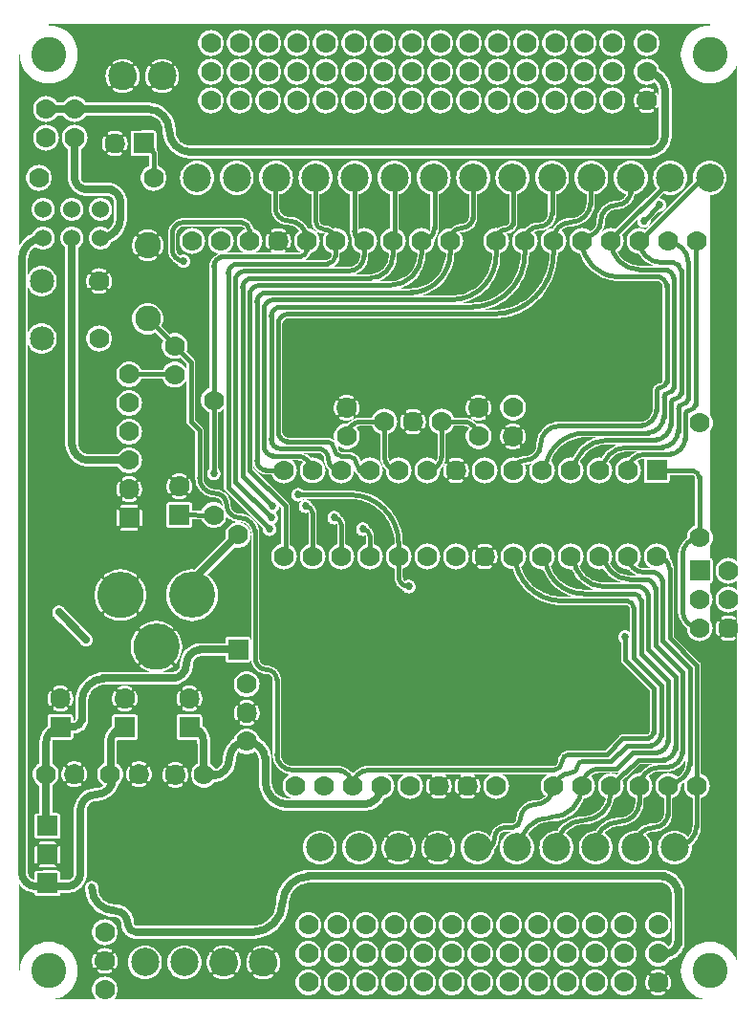
<source format=gbr>
G04 start of page 3 for group 1 idx 1 *
G04 Title: (unknown), solder *
G04 Creator: pcb 20110918 *
G04 CreationDate: Mon Jul 30 19:20:07 2012 UTC *
G04 For: frankenteddy *
G04 Format: Gerber/RS-274X *
G04 PCB-Dimensions: 259500 348500 *
G04 PCB-Coordinate-Origin: lower left *
%MOIN*%
%FSLAX25Y25*%
%LNBOTTOM*%
%ADD44C,0.0450*%
%ADD43C,0.0512*%
%ADD42C,0.0510*%
%ADD41C,0.0350*%
%ADD40C,0.0130*%
%ADD39C,0.1100*%
%ADD38C,0.0270*%
%ADD37C,0.1221*%
%ADD36C,0.1600*%
%ADD35C,0.0600*%
%ADD34C,0.0850*%
%ADD33C,0.0984*%
%ADD32C,0.0900*%
%ADD31C,0.0700*%
%ADD30C,0.0250*%
%ADD29C,0.0150*%
%ADD28C,0.0001*%
G54D28*G36*
X14500Y323863D02*Y319388D01*
X14206Y319458D01*
X13500Y319514D01*
X12794Y319458D01*
X12105Y319293D01*
X11451Y319022D01*
X10847Y318652D01*
X10308Y318192D01*
X9848Y317653D01*
X9478Y317049D01*
X9207Y316395D01*
X9042Y315706D01*
X8986Y315000D01*
X9042Y314294D01*
X9207Y313605D01*
X9478Y312951D01*
X9848Y312347D01*
X10308Y311808D01*
X10847Y311348D01*
X11451Y310978D01*
X12105Y310707D01*
X12794Y310542D01*
X13500Y310486D01*
X14206Y310542D01*
X14500Y310612D01*
Y309388D01*
X14206Y309458D01*
X13500Y309514D01*
X12794Y309458D01*
X12105Y309293D01*
X11451Y309022D01*
X10847Y308652D01*
X10308Y308192D01*
X9848Y307653D01*
X9478Y307049D01*
X9207Y306395D01*
X9042Y305706D01*
X8986Y305000D01*
X9042Y304294D01*
X9207Y303605D01*
X9478Y302951D01*
X9848Y302347D01*
X10308Y301808D01*
X10847Y301348D01*
X11451Y300978D01*
X12105Y300707D01*
X12794Y300542D01*
X13500Y300486D01*
X14206Y300542D01*
X14500Y300612D01*
Y293831D01*
X14192Y294192D01*
X13653Y294652D01*
X13049Y295022D01*
X12395Y295293D01*
X11706Y295458D01*
X11000Y295514D01*
X10294Y295458D01*
X9605Y295293D01*
X8951Y295022D01*
X8347Y294652D01*
X7808Y294192D01*
X7348Y293653D01*
X6978Y293049D01*
X6707Y292395D01*
X6542Y291706D01*
X6486Y291000D01*
X6542Y290294D01*
X6707Y289605D01*
X6978Y288951D01*
X7348Y288347D01*
X7808Y287808D01*
X8347Y287348D01*
X8951Y286978D01*
X9605Y286707D01*
X10294Y286542D01*
X11000Y286486D01*
X11706Y286542D01*
X12395Y286707D01*
X13049Y286978D01*
X13653Y287348D01*
X14192Y287808D01*
X14500Y288169D01*
Y283466D01*
X14322Y283575D01*
X13740Y283816D01*
X13128Y283963D01*
X12500Y284012D01*
X11872Y283963D01*
X11260Y283816D01*
X10678Y283575D01*
X10142Y283246D01*
X9663Y282837D01*
X9254Y282358D01*
X8925Y281822D01*
X8684Y281240D01*
X8537Y280628D01*
X8488Y280000D01*
X8537Y279372D01*
X8684Y278760D01*
X8925Y278178D01*
X9254Y277642D01*
X9663Y277163D01*
X10142Y276754D01*
X10678Y276425D01*
X11260Y276184D01*
X11872Y276037D01*
X12500Y275988D01*
X13128Y276037D01*
X13740Y276184D01*
X14322Y276425D01*
X14500Y276534D01*
Y273466D01*
X14322Y273575D01*
X13740Y273816D01*
X13128Y273963D01*
X12500Y274012D01*
X11872Y273963D01*
X11260Y273816D01*
X10678Y273575D01*
X10142Y273246D01*
X9663Y272837D01*
X9254Y272358D01*
X8925Y271822D01*
X8800Y271521D01*
X8376Y271345D01*
X7620Y270952D01*
X6902Y270494D01*
X6227Y269976D01*
X5599Y269401D01*
X5024Y268773D01*
X4506Y268098D01*
X4048Y267380D01*
X4000Y267287D01*
Y334000D01*
X4363D01*
X4488Y332414D01*
X4859Y330868D01*
X5468Y329398D01*
X6299Y328042D01*
X7332Y326832D01*
X8542Y325799D01*
X9898Y324968D01*
X11368Y324359D01*
X12914Y323988D01*
X14500Y323863D01*
G37*
G36*
X16500Y270000D02*X18000D01*
Y249500D01*
X7250D01*
Y252749D01*
X7308Y252609D01*
X7740Y251905D01*
X8276Y251276D01*
X8905Y250740D01*
X9609Y250308D01*
X10373Y249992D01*
X11176Y249799D01*
X12000Y249734D01*
X12824Y249799D01*
X13627Y249992D01*
X14391Y250308D01*
X15095Y250740D01*
X15724Y251276D01*
X16260Y251905D01*
X16692Y252609D01*
X17008Y253373D01*
X17201Y254176D01*
X17250Y255000D01*
X17201Y255824D01*
X17008Y256627D01*
X16692Y257391D01*
X16260Y258095D01*
X15724Y258724D01*
X15095Y259260D01*
X14391Y259692D01*
X13627Y260008D01*
X12824Y260201D01*
X12000Y260266D01*
X11176Y260201D01*
X10373Y260008D01*
X9609Y259692D01*
X8905Y259260D01*
X8276Y258724D01*
X7740Y258095D01*
X7308Y257391D01*
X7250Y257251D01*
Y262415D01*
X7255Y262500D01*
X7270Y262958D01*
X7330Y263412D01*
X7429Y263859D01*
X7567Y264296D01*
X7742Y264719D01*
X7953Y265125D01*
X8199Y265511D01*
X8478Y265875D01*
X8788Y266212D01*
X9125Y266522D01*
X9489Y266801D01*
X9831Y267019D01*
X10142Y266754D01*
X10678Y266425D01*
X11260Y266184D01*
X11872Y266037D01*
X12500Y265988D01*
X13128Y266037D01*
X13740Y266184D01*
X14322Y266425D01*
X14858Y266754D01*
X15337Y267163D01*
X15746Y267642D01*
X16075Y268178D01*
X16316Y268760D01*
X16463Y269372D01*
X16500Y270000D01*
G37*
G36*
X234863Y334000D02*X225085D01*
X225653Y334348D01*
X226192Y334808D01*
X226652Y335347D01*
X227022Y335951D01*
X227293Y336605D01*
X227458Y337294D01*
X227500Y338000D01*
X227458Y338706D01*
X227293Y339395D01*
X227022Y340049D01*
X226652Y340653D01*
X226192Y341192D01*
X225653Y341652D01*
X225049Y342022D01*
X224395Y342293D01*
X223706Y342458D01*
X223000Y342514D01*
X222294Y342458D01*
X221605Y342293D01*
X220951Y342022D01*
X220347Y341652D01*
X219808Y341192D01*
X219348Y340653D01*
X218978Y340049D01*
X218707Y339395D01*
X218542Y338706D01*
X218486Y338000D01*
X218542Y337294D01*
X218707Y336605D01*
X218978Y335951D01*
X219348Y335347D01*
X219808Y334808D01*
X220347Y334348D01*
X220915Y334000D01*
X213085D01*
X213653Y334348D01*
X214192Y334808D01*
X214652Y335347D01*
X215022Y335951D01*
X215293Y336605D01*
X215458Y337294D01*
X215500Y338000D01*
X215458Y338706D01*
X215293Y339395D01*
X215022Y340049D01*
X214652Y340653D01*
X214192Y341192D01*
X213653Y341652D01*
X213049Y342022D01*
X212395Y342293D01*
X211706Y342458D01*
X211000Y342514D01*
X210294Y342458D01*
X209605Y342293D01*
X208951Y342022D01*
X208347Y341652D01*
X207808Y341192D01*
X207348Y340653D01*
X206978Y340049D01*
X206707Y339395D01*
X206542Y338706D01*
X206486Y338000D01*
X206542Y337294D01*
X206707Y336605D01*
X206978Y335951D01*
X207348Y335347D01*
X207808Y334808D01*
X208347Y334348D01*
X208915Y334000D01*
X203085D01*
X203653Y334348D01*
X204192Y334808D01*
X204652Y335347D01*
X205022Y335951D01*
X205293Y336605D01*
X205458Y337294D01*
X205500Y338000D01*
X205458Y338706D01*
X205293Y339395D01*
X205022Y340049D01*
X204652Y340653D01*
X204192Y341192D01*
X203653Y341652D01*
X203049Y342022D01*
X202395Y342293D01*
X201706Y342458D01*
X201000Y342514D01*
X200294Y342458D01*
X199605Y342293D01*
X198951Y342022D01*
X198347Y341652D01*
X197808Y341192D01*
X197348Y340653D01*
X196978Y340049D01*
X196707Y339395D01*
X196542Y338706D01*
X196486Y338000D01*
X196542Y337294D01*
X196707Y336605D01*
X196978Y335951D01*
X197348Y335347D01*
X197808Y334808D01*
X198347Y334348D01*
X198915Y334000D01*
X193085D01*
X193653Y334348D01*
X194192Y334808D01*
X194652Y335347D01*
X195022Y335951D01*
X195293Y336605D01*
X195458Y337294D01*
X195500Y338000D01*
X195458Y338706D01*
X195293Y339395D01*
X195022Y340049D01*
X194652Y340653D01*
X194192Y341192D01*
X193653Y341652D01*
X193049Y342022D01*
X192395Y342293D01*
X191706Y342458D01*
X191000Y342514D01*
X190294Y342458D01*
X189605Y342293D01*
X188951Y342022D01*
X188347Y341652D01*
X187808Y341192D01*
X187348Y340653D01*
X186978Y340049D01*
X186707Y339395D01*
X186542Y338706D01*
X186486Y338000D01*
X186542Y337294D01*
X186707Y336605D01*
X186978Y335951D01*
X187348Y335347D01*
X187808Y334808D01*
X188347Y334348D01*
X188915Y334000D01*
X183085D01*
X183653Y334348D01*
X184192Y334808D01*
X184652Y335347D01*
X185022Y335951D01*
X185293Y336605D01*
X185458Y337294D01*
X185500Y338000D01*
X185458Y338706D01*
X185293Y339395D01*
X185022Y340049D01*
X184652Y340653D01*
X184192Y341192D01*
X183653Y341652D01*
X183049Y342022D01*
X182395Y342293D01*
X181706Y342458D01*
X181000Y342514D01*
X180294Y342458D01*
X179605Y342293D01*
X178951Y342022D01*
X178347Y341652D01*
X177808Y341192D01*
X177348Y340653D01*
X176978Y340049D01*
X176707Y339395D01*
X176542Y338706D01*
X176486Y338000D01*
X176542Y337294D01*
X176707Y336605D01*
X176978Y335951D01*
X177348Y335347D01*
X177808Y334808D01*
X178347Y334348D01*
X178915Y334000D01*
X173085D01*
X173653Y334348D01*
X174192Y334808D01*
X174652Y335347D01*
X175022Y335951D01*
X175293Y336605D01*
X175458Y337294D01*
X175500Y338000D01*
X175458Y338706D01*
X175293Y339395D01*
X175022Y340049D01*
X174652Y340653D01*
X174192Y341192D01*
X173653Y341652D01*
X173049Y342022D01*
X172395Y342293D01*
X171706Y342458D01*
X171000Y342514D01*
X170294Y342458D01*
X169605Y342293D01*
X168951Y342022D01*
X168347Y341652D01*
X167808Y341192D01*
X167348Y340653D01*
X166978Y340049D01*
X166707Y339395D01*
X166542Y338706D01*
X166486Y338000D01*
X166542Y337294D01*
X166707Y336605D01*
X166978Y335951D01*
X167348Y335347D01*
X167808Y334808D01*
X168347Y334348D01*
X168915Y334000D01*
X163085D01*
X163653Y334348D01*
X164192Y334808D01*
X164652Y335347D01*
X165022Y335951D01*
X165293Y336605D01*
X165458Y337294D01*
X165500Y338000D01*
X165458Y338706D01*
X165293Y339395D01*
X165022Y340049D01*
X164652Y340653D01*
X164192Y341192D01*
X163653Y341652D01*
X163049Y342022D01*
X162395Y342293D01*
X161706Y342458D01*
X161000Y342514D01*
X160294Y342458D01*
X159605Y342293D01*
X158951Y342022D01*
X158347Y341652D01*
X157808Y341192D01*
X157348Y340653D01*
X156978Y340049D01*
X156707Y339395D01*
X156542Y338706D01*
X156486Y338000D01*
X156542Y337294D01*
X156707Y336605D01*
X156978Y335951D01*
X157348Y335347D01*
X157808Y334808D01*
X158347Y334348D01*
X158915Y334000D01*
X153085D01*
X153653Y334348D01*
X154192Y334808D01*
X154652Y335347D01*
X155022Y335951D01*
X155293Y336605D01*
X155458Y337294D01*
X155500Y338000D01*
X155458Y338706D01*
X155293Y339395D01*
X155022Y340049D01*
X154652Y340653D01*
X154192Y341192D01*
X153653Y341652D01*
X153049Y342022D01*
X152395Y342293D01*
X151706Y342458D01*
X151000Y342514D01*
X150294Y342458D01*
X149605Y342293D01*
X148951Y342022D01*
X148347Y341652D01*
X147808Y341192D01*
X147348Y340653D01*
X146978Y340049D01*
X146707Y339395D01*
X146542Y338706D01*
X146486Y338000D01*
X146542Y337294D01*
X146707Y336605D01*
X146978Y335951D01*
X147348Y335347D01*
X147808Y334808D01*
X148347Y334348D01*
X148915Y334000D01*
X143085D01*
X143653Y334348D01*
X144192Y334808D01*
X144652Y335347D01*
X145022Y335951D01*
X145293Y336605D01*
X145458Y337294D01*
X145500Y338000D01*
X145458Y338706D01*
X145293Y339395D01*
X145022Y340049D01*
X144652Y340653D01*
X144192Y341192D01*
X143653Y341652D01*
X143049Y342022D01*
X142395Y342293D01*
X141706Y342458D01*
X141000Y342514D01*
X140294Y342458D01*
X139605Y342293D01*
X138951Y342022D01*
X138347Y341652D01*
X137808Y341192D01*
X137348Y340653D01*
X136978Y340049D01*
X136707Y339395D01*
X136542Y338706D01*
X136486Y338000D01*
X136542Y337294D01*
X136707Y336605D01*
X136978Y335951D01*
X137348Y335347D01*
X137808Y334808D01*
X138347Y334348D01*
X138915Y334000D01*
X133085D01*
X133653Y334348D01*
X134192Y334808D01*
X134652Y335347D01*
X135022Y335951D01*
X135293Y336605D01*
X135458Y337294D01*
X135500Y338000D01*
X135458Y338706D01*
X135293Y339395D01*
X135022Y340049D01*
X134652Y340653D01*
X134192Y341192D01*
X133653Y341652D01*
X133049Y342022D01*
X132395Y342293D01*
X131706Y342458D01*
X131000Y342514D01*
X130294Y342458D01*
X129605Y342293D01*
X128951Y342022D01*
X128347Y341652D01*
X127808Y341192D01*
X127348Y340653D01*
X126978Y340049D01*
X126707Y339395D01*
X126542Y338706D01*
X126486Y338000D01*
X126542Y337294D01*
X126707Y336605D01*
X126978Y335951D01*
X127348Y335347D01*
X127808Y334808D01*
X128347Y334348D01*
X128915Y334000D01*
X123085D01*
X123653Y334348D01*
X124192Y334808D01*
X124652Y335347D01*
X125022Y335951D01*
X125293Y336605D01*
X125458Y337294D01*
X125500Y338000D01*
X125458Y338706D01*
X125293Y339395D01*
X125022Y340049D01*
X124652Y340653D01*
X124192Y341192D01*
X123653Y341652D01*
X123049Y342022D01*
X122395Y342293D01*
X121706Y342458D01*
X121000Y342514D01*
X120294Y342458D01*
X119605Y342293D01*
X118951Y342022D01*
X118347Y341652D01*
X117808Y341192D01*
X117348Y340653D01*
X116978Y340049D01*
X116707Y339395D01*
X116542Y338706D01*
X116486Y338000D01*
X116542Y337294D01*
X116707Y336605D01*
X116978Y335951D01*
X117348Y335347D01*
X117808Y334808D01*
X118347Y334348D01*
X118915Y334000D01*
X113085D01*
X113653Y334348D01*
X114192Y334808D01*
X114652Y335347D01*
X115022Y335951D01*
X115293Y336605D01*
X115458Y337294D01*
X115500Y338000D01*
X115458Y338706D01*
X115293Y339395D01*
X115022Y340049D01*
X114652Y340653D01*
X114192Y341192D01*
X113653Y341652D01*
X113049Y342022D01*
X112395Y342293D01*
X111706Y342458D01*
X111000Y342514D01*
X110294Y342458D01*
X109605Y342293D01*
X108951Y342022D01*
X108347Y341652D01*
X107808Y341192D01*
X107348Y340653D01*
X106978Y340049D01*
X106707Y339395D01*
X106542Y338706D01*
X106486Y338000D01*
X106542Y337294D01*
X106707Y336605D01*
X106978Y335951D01*
X107348Y335347D01*
X107808Y334808D01*
X108347Y334348D01*
X108915Y334000D01*
X103085D01*
X103653Y334348D01*
X104192Y334808D01*
X104652Y335347D01*
X105022Y335951D01*
X105293Y336605D01*
X105458Y337294D01*
X105500Y338000D01*
X105458Y338706D01*
X105293Y339395D01*
X105022Y340049D01*
X104652Y340653D01*
X104192Y341192D01*
X103653Y341652D01*
X103049Y342022D01*
X102395Y342293D01*
X101706Y342458D01*
X101000Y342514D01*
X100294Y342458D01*
X99605Y342293D01*
X98951Y342022D01*
X98347Y341652D01*
X97808Y341192D01*
X97348Y340653D01*
X96978Y340049D01*
X96707Y339395D01*
X96542Y338706D01*
X96486Y338000D01*
X96542Y337294D01*
X96707Y336605D01*
X96978Y335951D01*
X97348Y335347D01*
X97808Y334808D01*
X98347Y334348D01*
X98915Y334000D01*
X93085D01*
X93653Y334348D01*
X94192Y334808D01*
X94652Y335347D01*
X95022Y335951D01*
X95293Y336605D01*
X95458Y337294D01*
X95500Y338000D01*
X95458Y338706D01*
X95293Y339395D01*
X95022Y340049D01*
X94652Y340653D01*
X94192Y341192D01*
X93653Y341652D01*
X93049Y342022D01*
X92395Y342293D01*
X91706Y342458D01*
X91000Y342514D01*
X90294Y342458D01*
X89605Y342293D01*
X88951Y342022D01*
X88347Y341652D01*
X87808Y341192D01*
X87348Y340653D01*
X86978Y340049D01*
X86707Y339395D01*
X86542Y338706D01*
X86486Y338000D01*
X86542Y337294D01*
X86707Y336605D01*
X86978Y335951D01*
X87348Y335347D01*
X87808Y334808D01*
X88347Y334348D01*
X88915Y334000D01*
X83085D01*
X83653Y334348D01*
X84192Y334808D01*
X84652Y335347D01*
X85022Y335951D01*
X85293Y336605D01*
X85458Y337294D01*
X85500Y338000D01*
X85458Y338706D01*
X85293Y339395D01*
X85022Y340049D01*
X84652Y340653D01*
X84192Y341192D01*
X83653Y341652D01*
X83049Y342022D01*
X82395Y342293D01*
X81706Y342458D01*
X81000Y342514D01*
X80294Y342458D01*
X79605Y342293D01*
X78951Y342022D01*
X78347Y341652D01*
X77808Y341192D01*
X77348Y340653D01*
X76978Y340049D01*
X76707Y339395D01*
X76542Y338706D01*
X76486Y338000D01*
X76542Y337294D01*
X76707Y336605D01*
X76978Y335951D01*
X77348Y335347D01*
X77808Y334808D01*
X78347Y334348D01*
X78915Y334000D01*
X73085D01*
X73653Y334348D01*
X74192Y334808D01*
X74652Y335347D01*
X75022Y335951D01*
X75293Y336605D01*
X75458Y337294D01*
X75500Y338000D01*
X75458Y338706D01*
X75293Y339395D01*
X75022Y340049D01*
X74652Y340653D01*
X74192Y341192D01*
X73653Y341652D01*
X73049Y342022D01*
X72395Y342293D01*
X71706Y342458D01*
X71000Y342514D01*
X70294Y342458D01*
X69605Y342293D01*
X68951Y342022D01*
X68347Y341652D01*
X67808Y341192D01*
X67348Y340653D01*
X66978Y340049D01*
X66707Y339395D01*
X66542Y338706D01*
X66486Y338000D01*
X66542Y337294D01*
X66707Y336605D01*
X66978Y335951D01*
X67348Y335347D01*
X67808Y334808D01*
X68347Y334348D01*
X68915Y334000D01*
X24606D01*
X24512Y335586D01*
X24141Y337132D01*
X23532Y338602D01*
X22701Y339958D01*
X21668Y341168D01*
X20458Y342201D01*
X19102Y343032D01*
X17632Y343641D01*
X16086Y344012D01*
X14500Y344137D01*
Y344500D01*
X245000D01*
Y344137D01*
X243414Y344012D01*
X241868Y343641D01*
X240398Y343032D01*
X239042Y342201D01*
X237832Y341168D01*
X236799Y339958D01*
X235968Y338602D01*
X235359Y337132D01*
X234988Y335586D01*
X234863Y334000D01*
G37*
G36*
X251502Y139486D02*X252206Y139542D01*
X252895Y139707D01*
X253549Y139978D01*
X254153Y140348D01*
X254500Y140644D01*
Y136285D01*
X254476Y136241D01*
X254451Y136166D01*
X254437Y136088D01*
X254436Y136008D01*
X254448Y135930D01*
X254471Y135854D01*
X254500Y135798D01*
Y132195D01*
X254474Y132145D01*
X254451Y132069D01*
X254440Y131991D01*
X254441Y131913D01*
X254454Y131835D01*
X254480Y131761D01*
X254500Y131722D01*
Y17972D01*
X254032Y19102D01*
X253201Y20458D01*
X252168Y21668D01*
X251502Y22236D01*
Y129496D01*
X251901Y129513D01*
X252300Y129567D01*
X252691Y129656D01*
X253074Y129779D01*
X253444Y129936D01*
X253798Y130126D01*
X253863Y130171D01*
X253920Y130226D01*
X253968Y130290D01*
X254004Y130360D01*
X254030Y130435D01*
X254044Y130513D01*
X254045Y130592D01*
X254033Y130671D01*
X254010Y130746D01*
X253975Y130817D01*
X253929Y130882D01*
X253874Y130939D01*
X253811Y130987D01*
X253741Y131024D01*
X253666Y131049D01*
X253588Y131063D01*
X253508Y131064D01*
X253430Y131052D01*
X253354Y131029D01*
X253284Y130993D01*
X253010Y130843D01*
X252723Y130721D01*
X252426Y130625D01*
X252121Y130556D01*
X251812Y130514D01*
X251502Y130500D01*
Y137500D01*
X251812Y137486D01*
X252121Y137444D01*
X252426Y137375D01*
X252723Y137279D01*
X253010Y137157D01*
X253286Y137010D01*
X253355Y136974D01*
X253431Y136951D01*
X253509Y136940D01*
X253587Y136941D01*
X253665Y136954D01*
X253739Y136980D01*
X253809Y137016D01*
X253872Y137064D01*
X253927Y137120D01*
X253972Y137184D01*
X254007Y137255D01*
X254030Y137330D01*
X254041Y137408D01*
X254040Y137487D01*
X254027Y137564D01*
X254001Y137639D01*
X253965Y137708D01*
X253917Y137771D01*
X253861Y137826D01*
X253796Y137870D01*
X253444Y138064D01*
X253074Y138221D01*
X252691Y138344D01*
X252300Y138433D01*
X251901Y138487D01*
X251502Y138504D01*
Y139486D01*
G37*
G36*
Y149486D02*X252206Y149542D01*
X252895Y149707D01*
X253549Y149978D01*
X254153Y150348D01*
X254500Y150644D01*
Y147356D01*
X254153Y147652D01*
X253549Y148022D01*
X252895Y148293D01*
X252206Y148458D01*
X251502Y148514D01*
Y149486D01*
G37*
G36*
X254500Y330528D02*Y157356D01*
X254153Y157652D01*
X253549Y158022D01*
X252895Y158293D01*
X252206Y158458D01*
X251502Y158514D01*
Y326264D01*
X252168Y326832D01*
X253201Y328042D01*
X254032Y329398D01*
X254500Y330528D01*
G37*
G36*
X247780Y141459D02*X247848Y141347D01*
X248308Y140808D01*
X248847Y140348D01*
X249451Y139978D01*
X250105Y139707D01*
X250794Y139542D01*
X251500Y139486D01*
X251502Y139486D01*
Y138504D01*
X251500Y138504D01*
X251099Y138487D01*
X250700Y138433D01*
X250309Y138344D01*
X249926Y138221D01*
X249556Y138064D01*
X249202Y137874D01*
X249137Y137829D01*
X249080Y137774D01*
X249032Y137710D01*
X248996Y137640D01*
X248970Y137565D01*
X248956Y137487D01*
X248955Y137408D01*
X248967Y137329D01*
X248990Y137254D01*
X249025Y137183D01*
X249071Y137118D01*
X249126Y137061D01*
X249189Y137013D01*
X249259Y136976D01*
X249334Y136951D01*
X249412Y136937D01*
X249492Y136936D01*
X249570Y136948D01*
X249646Y136971D01*
X249716Y137007D01*
X249990Y137157D01*
X250277Y137279D01*
X250574Y137375D01*
X250879Y137444D01*
X251188Y137486D01*
X251500Y137500D01*
X251502Y137500D01*
Y130500D01*
X251500Y130500D01*
X251188Y130514D01*
X250879Y130556D01*
X250574Y130625D01*
X250277Y130721D01*
X249990Y130843D01*
X249714Y130990D01*
X249645Y131026D01*
X249569Y131049D01*
X249491Y131060D01*
X249413Y131059D01*
X249335Y131046D01*
X249261Y131020D01*
X249191Y130984D01*
X249128Y130936D01*
X249073Y130880D01*
X249028Y130816D01*
X248993Y130745D01*
X248970Y130670D01*
X248959Y130592D01*
X248960Y130513D01*
X248973Y130436D01*
X248999Y130361D01*
X249035Y130292D01*
X249083Y130229D01*
X249139Y130174D01*
X249204Y130130D01*
X249556Y129936D01*
X249926Y129779D01*
X250309Y129656D01*
X250700Y129567D01*
X251099Y129513D01*
X251500Y129496D01*
X251502Y129496D01*
Y22236D01*
X250958Y22701D01*
X249602Y23532D01*
X248132Y24141D01*
X247780Y24225D01*
Y131540D01*
X247790Y131532D01*
X247860Y131496D01*
X247935Y131470D01*
X248013Y131456D01*
X248092Y131455D01*
X248171Y131467D01*
X248246Y131490D01*
X248317Y131525D01*
X248382Y131571D01*
X248439Y131626D01*
X248487Y131689D01*
X248524Y131759D01*
X248549Y131834D01*
X248563Y131912D01*
X248564Y131992D01*
X248552Y132070D01*
X248529Y132146D01*
X248493Y132216D01*
X248343Y132490D01*
X248221Y132777D01*
X248125Y133074D01*
X248056Y133379D01*
X248014Y133688D01*
X248000Y134000D01*
X248014Y134312D01*
X248056Y134621D01*
X248125Y134926D01*
X248221Y135223D01*
X248343Y135510D01*
X248490Y135786D01*
X248526Y135855D01*
X248549Y135931D01*
X248560Y136009D01*
X248559Y136087D01*
X248546Y136165D01*
X248520Y136239D01*
X248484Y136309D01*
X248436Y136372D01*
X248380Y136427D01*
X248316Y136472D01*
X248245Y136507D01*
X248170Y136530D01*
X248092Y136541D01*
X248013Y136540D01*
X247936Y136527D01*
X247861Y136501D01*
X247792Y136465D01*
X247780Y136456D01*
Y141459D01*
G37*
G36*
Y151459D02*X247848Y151347D01*
X248308Y150808D01*
X248847Y150348D01*
X249451Y149978D01*
X250105Y149707D01*
X250794Y149542D01*
X251500Y149486D01*
X251502Y149486D01*
Y148514D01*
X251500Y148514D01*
X250794Y148458D01*
X250105Y148293D01*
X249451Y148022D01*
X248847Y147652D01*
X248308Y147192D01*
X247848Y146653D01*
X247780Y146541D01*
Y151459D01*
G37*
G36*
X251502Y158514D02*X251500Y158514D01*
X250794Y158458D01*
X250105Y158293D01*
X249451Y158022D01*
X248847Y157652D01*
X248308Y157192D01*
X247848Y156653D01*
X247780Y156541D01*
Y285771D01*
X248471Y286195D01*
X249180Y286800D01*
X249785Y287509D01*
X250272Y288303D01*
X250629Y289165D01*
X250847Y290071D01*
X250902Y291000D01*
X250847Y291929D01*
X250629Y292835D01*
X250272Y293697D01*
X249785Y294491D01*
X249180Y295200D01*
X248471Y295805D01*
X247780Y296229D01*
Y324275D01*
X248132Y324359D01*
X249602Y324968D01*
X250958Y325799D01*
X251502Y326264D01*
Y158514D01*
G37*
G36*
X247780Y296229D02*X247677Y296292D01*
X246815Y296649D01*
X245909Y296867D01*
X245000Y296938D01*
Y323863D01*
X246586Y323988D01*
X247780Y324275D01*
Y296229D01*
G37*
G36*
Y156541D02*X247478Y156049D01*
X247207Y155395D01*
X247042Y154706D01*
X246986Y154000D01*
X247042Y153294D01*
X247207Y152605D01*
X247478Y151951D01*
X247780Y151459D01*
Y146541D01*
X247478Y146049D01*
X247207Y145395D01*
X247042Y144706D01*
X246986Y144000D01*
X247042Y143294D01*
X247207Y142605D01*
X247478Y141951D01*
X247780Y141459D01*
Y136456D01*
X247729Y136417D01*
X247674Y136361D01*
X247630Y136296D01*
X247436Y135944D01*
X247279Y135574D01*
X247156Y135191D01*
X247067Y134800D01*
X247013Y134401D01*
X246996Y134000D01*
X247013Y133599D01*
X247067Y133200D01*
X247156Y132809D01*
X247279Y132426D01*
X247436Y132056D01*
X247626Y131702D01*
X247671Y131637D01*
X247726Y131580D01*
X247780Y131540D01*
Y24225D01*
X246586Y24512D01*
X245000Y24637D01*
Y131169D01*
X245152Y131347D01*
X245522Y131951D01*
X245793Y132605D01*
X245958Y133294D01*
X246000Y134000D01*
X245958Y134706D01*
X245793Y135395D01*
X245522Y136049D01*
X245152Y136653D01*
X245000Y136831D01*
Y141169D01*
X245152Y141347D01*
X245522Y141951D01*
X245793Y142605D01*
X245958Y143294D01*
X246000Y144000D01*
X245958Y144706D01*
X245793Y145395D01*
X245522Y146049D01*
X245152Y146653D01*
X245000Y146831D01*
Y149509D01*
X245157Y149509D01*
X245310Y149546D01*
X245455Y149606D01*
X245590Y149688D01*
X245709Y149791D01*
X245812Y149910D01*
X245894Y150045D01*
X245954Y150190D01*
X245991Y150343D01*
X246000Y150500D01*
X245991Y157657D01*
X245954Y157810D01*
X245894Y157955D01*
X245812Y158090D01*
X245709Y158209D01*
X245590Y158312D01*
X245455Y158394D01*
X245310Y158454D01*
X245157Y158491D01*
X245000Y158500D01*
Y162667D01*
X245166Y162861D01*
X245536Y163465D01*
X245807Y164119D01*
X245972Y164808D01*
X246014Y165514D01*
X245972Y166220D01*
X245807Y166909D01*
X245536Y167563D01*
X245166Y168167D01*
X245000Y168361D01*
Y202667D01*
X245166Y202861D01*
X245536Y203465D01*
X245807Y204119D01*
X245972Y204808D01*
X246014Y205514D01*
X245972Y206220D01*
X245807Y206909D01*
X245536Y207563D01*
X245166Y208167D01*
X245000Y208361D01*
Y285062D01*
X245909Y285133D01*
X246815Y285351D01*
X247677Y285708D01*
X247780Y285771D01*
Y156541D01*
G37*
G36*
X4363Y14500D02*X4000D01*
Y44925D01*
X4055Y44838D01*
X4441Y44335D01*
X4869Y43869D01*
X5335Y43441D01*
X5838Y43055D01*
X6372Y42715D01*
X6933Y42423D01*
X7518Y42181D01*
X8122Y41990D01*
X8740Y41853D01*
X8880Y41835D01*
X9147Y41771D01*
X9500Y41750D01*
X9509D01*
X9509Y41343D01*
X9546Y41190D01*
X9606Y41045D01*
X9688Y40910D01*
X9791Y40791D01*
X9910Y40688D01*
X10045Y40606D01*
X10190Y40546D01*
X10343Y40509D01*
X10500Y40500D01*
X14500Y40505D01*
Y24637D01*
X12914Y24512D01*
X11368Y24141D01*
X9898Y23532D01*
X8542Y22701D01*
X7332Y21668D01*
X6299Y20458D01*
X5468Y19102D01*
X4859Y17632D01*
X4488Y16086D01*
X4363Y14500D01*
G37*
G36*
X49250Y84079D02*X49263Y84038D01*
X49332Y83733D01*
X49374Y83424D01*
X49388Y83112D01*
X49374Y82800D01*
X49332Y82491D01*
X49263Y82186D01*
X49250Y82145D01*
Y84079D01*
G37*
G36*
Y298507D02*X49550Y298507D01*
Y295270D01*
X49250Y295146D01*
Y298507D01*
G37*
G36*
Y118922D02*X49877Y118750D01*
X49250D01*
Y118922D01*
G37*
G36*
X226993Y45250D02*X227940D01*
X228000Y45246D01*
X228327Y45236D01*
X228651Y45193D01*
X228971Y45122D01*
X229283Y45024D01*
X229585Y44899D01*
X229875Y44748D01*
X230151Y44572D01*
X230410Y44373D01*
X230652Y44152D01*
X230873Y43910D01*
X231072Y43651D01*
X231248Y43375D01*
X231399Y43085D01*
X231524Y42783D01*
X231622Y42471D01*
X231693Y42151D01*
X231736Y41827D01*
X231750Y41500D01*
Y25036D01*
X231748Y25000D01*
X231741Y24804D01*
X231716Y24609D01*
X231673Y24418D01*
X231614Y24230D01*
X231539Y24049D01*
X231449Y23875D01*
X231343Y23709D01*
X231224Y23554D01*
X231091Y23409D01*
X230946Y23276D01*
X230791Y23157D01*
X230689Y23092D01*
X230652Y23153D01*
X230192Y23692D01*
X229653Y24152D01*
X229049Y24522D01*
X228395Y24793D01*
X227706Y24958D01*
X227000Y25014D01*
X226993Y25013D01*
Y25987D01*
X227000Y25986D01*
X227706Y26042D01*
X228395Y26207D01*
X229049Y26478D01*
X229653Y26848D01*
X230192Y27308D01*
X230652Y27847D01*
X231022Y28451D01*
X231293Y29105D01*
X231458Y29794D01*
X231500Y30500D01*
X231458Y31206D01*
X231293Y31895D01*
X231022Y32549D01*
X230652Y33153D01*
X230192Y33692D01*
X229653Y34152D01*
X229049Y34522D01*
X228395Y34793D01*
X227706Y34958D01*
X227000Y35014D01*
X226993Y35013D01*
Y45250D01*
G37*
G36*
Y56239D02*X227131Y55665D01*
X227488Y54803D01*
X227975Y54009D01*
X228580Y53300D01*
X229289Y52695D01*
X230083Y52208D01*
X230945Y51851D01*
X231851Y51633D01*
X232780Y51560D01*
X233709Y51633D01*
X234615Y51851D01*
X235477Y52208D01*
X236271Y52695D01*
X236980Y53300D01*
X237585Y54009D01*
X238072Y54803D01*
X238429Y55665D01*
X238647Y56571D01*
X238702Y57500D01*
X238653Y58321D01*
X239189Y58811D01*
X239746Y59420D01*
X240248Y60075D01*
X240692Y60771D01*
X241073Y61502D01*
X241389Y62265D01*
X241637Y63052D01*
X241815Y63857D01*
X241923Y64676D01*
X241925Y64725D01*
X241937Y64772D01*
X241950Y65000D01*
Y65294D01*
X241959Y65500D01*
X241950Y65626D01*
Y74730D01*
X242549Y74978D01*
X243153Y75348D01*
X243692Y75808D01*
X244152Y76347D01*
X244522Y76951D01*
X244793Y77605D01*
X244958Y78294D01*
X245000Y79000D01*
Y24637D01*
X243414Y24512D01*
X241868Y24141D01*
X240398Y23532D01*
X239042Y22701D01*
X237832Y21668D01*
X236799Y20458D01*
X235968Y19102D01*
X235359Y17632D01*
X234988Y16086D01*
X234863Y14500D01*
X229059D01*
X228944Y14564D01*
X228574Y14721D01*
X228191Y14844D01*
X227800Y14933D01*
X227401Y14987D01*
X227000Y15004D01*
X226993Y15004D01*
Y15987D01*
X227000Y15986D01*
X227706Y16042D01*
X228395Y16207D01*
X229049Y16478D01*
X229653Y16848D01*
X230192Y17308D01*
X230652Y17847D01*
X230922Y18287D01*
X231197Y18354D01*
X231525Y18489D01*
X231766Y18637D01*
X231811Y18651D01*
X232355Y18877D01*
X232878Y19149D01*
X233375Y19465D01*
X233843Y19824D01*
X234278Y20222D01*
X234676Y20657D01*
X235035Y21125D01*
X235351Y21622D01*
X235623Y22145D01*
X235849Y22689D01*
X235863Y22734D01*
X236011Y22975D01*
X236146Y23303D01*
X236229Y23647D01*
X236250Y24000D01*
Y24853D01*
X236256Y25000D01*
X236250Y25090D01*
Y42500D01*
X236229Y42853D01*
X236146Y43197D01*
X236011Y43525D01*
X235996Y43549D01*
X235976Y43637D01*
X235760Y44324D01*
X235484Y44990D01*
X235152Y45629D01*
X234764Y46237D01*
X234326Y46808D01*
X233839Y47339D01*
X233308Y47826D01*
X232737Y48264D01*
X232129Y48652D01*
X231490Y48984D01*
X230824Y49260D01*
X230137Y49476D01*
X230049Y49496D01*
X230025Y49511D01*
X229697Y49646D01*
X229353Y49729D01*
X229000Y49750D01*
X228180D01*
X228000Y49758D01*
X227890Y49750D01*
X226993D01*
Y56239D01*
G37*
G36*
Y63224D02*X227171Y63264D01*
X227708Y63433D01*
X228228Y63649D01*
X228728Y63909D01*
X229203Y64211D01*
X229650Y64554D01*
X230065Y64935D01*
X230446Y65350D01*
X230789Y65797D01*
X231091Y66272D01*
X231351Y66772D01*
X231567Y67292D01*
X231736Y67829D01*
X231858Y68379D01*
X231879Y68541D01*
X231883Y68551D01*
X231937Y68772D01*
X231950Y69000D01*
Y69359D01*
X231956Y69500D01*
X231950Y69586D01*
Y74730D01*
X232549Y74978D01*
X233153Y75348D01*
X233692Y75808D01*
X234152Y76347D01*
X234522Y76951D01*
X234793Y77605D01*
X234958Y78294D01*
X235000Y79000D01*
X234968Y79539D01*
X235229Y79675D01*
X235851Y80072D01*
X236192Y80333D01*
X236042Y79706D01*
X235986Y79000D01*
X236042Y78294D01*
X236207Y77605D01*
X236478Y76951D01*
X236848Y76347D01*
X237308Y75808D01*
X237847Y75348D01*
X238451Y74978D01*
X239050Y74730D01*
Y65606D01*
X239044Y65500D01*
X239025Y64929D01*
X238950Y64363D01*
X238827Y63805D01*
X238655Y63260D01*
X238436Y62732D01*
X238172Y62225D01*
X237865Y61743D01*
X237518Y61290D01*
X237421Y61184D01*
X236980Y61700D01*
X236271Y62305D01*
X235477Y62792D01*
X234615Y63149D01*
X233709Y63367D01*
X232780Y63440D01*
X231851Y63367D01*
X230945Y63149D01*
X230083Y62792D01*
X229289Y62305D01*
X228580Y61700D01*
X227975Y60991D01*
X227488Y60197D01*
X227131Y59335D01*
X226993Y58761D01*
Y63224D01*
G37*
G36*
Y76177D02*X227308Y75808D01*
X227847Y75348D01*
X228451Y74978D01*
X229050Y74730D01*
Y69557D01*
X229047Y69500D01*
X229036Y69191D01*
X228996Y68884D01*
X228929Y68581D01*
X228836Y68286D01*
X228717Y68000D01*
X228574Y67725D01*
X228408Y67464D01*
X228219Y67218D01*
X228010Y66990D01*
X227782Y66781D01*
X227536Y66592D01*
X227275Y66426D01*
X227000Y66283D01*
X226993Y66280D01*
Y76177D01*
G37*
G36*
Y84026D02*X227016Y84029D01*
X227500Y84050D01*
X230500D01*
X230728Y84063D01*
X230934Y84113D01*
X231208Y84149D01*
X231801Y84280D01*
X232379Y84463D01*
X232940Y84695D01*
X233478Y84975D01*
X233990Y85301D01*
X234472Y85671D01*
X234919Y86081D01*
X235329Y86528D01*
X235699Y87010D01*
X236025Y87522D01*
X236305Y88060D01*
X236537Y88621D01*
X236550Y88662D01*
Y87089D01*
X236545Y87000D01*
X236529Y86516D01*
X236466Y86036D01*
X236361Y85564D01*
X236215Y85102D01*
X236030Y84654D01*
X235806Y84225D01*
X235546Y83817D01*
X235252Y83433D01*
X234924Y83076D01*
X234567Y82748D01*
X234183Y82454D01*
X233775Y82194D01*
X233716Y82163D01*
X233692Y82192D01*
X233153Y82652D01*
X232549Y83022D01*
X231895Y83293D01*
X231206Y83458D01*
X230500Y83514D01*
X229794Y83458D01*
X229105Y83293D01*
X228451Y83022D01*
X227847Y82652D01*
X227308Y82192D01*
X226993Y81823D01*
Y84026D01*
G37*
G36*
Y15004D02*X226599Y14987D01*
X226200Y14933D01*
X225809Y14844D01*
X225426Y14721D01*
X225056Y14564D01*
X224937Y14500D01*
X217085D01*
X217049Y14522D01*
X216395Y14793D01*
X215706Y14958D01*
X215000Y15014D01*
X214993Y15013D01*
Y15987D01*
X215000Y15986D01*
X215706Y16042D01*
X216395Y16207D01*
X217049Y16478D01*
X217653Y16848D01*
X218192Y17308D01*
X218652Y17847D01*
X219022Y18451D01*
X219293Y19105D01*
X219458Y19794D01*
X219500Y20500D01*
X219458Y21206D01*
X219293Y21895D01*
X219022Y22549D01*
X218652Y23153D01*
X218192Y23692D01*
X217653Y24152D01*
X217049Y24522D01*
X216395Y24793D01*
X215706Y24958D01*
X215000Y25014D01*
X214993Y25013D01*
Y25987D01*
X215000Y25986D01*
X215706Y26042D01*
X216395Y26207D01*
X217049Y26478D01*
X217653Y26848D01*
X218192Y27308D01*
X218652Y27847D01*
X219022Y28451D01*
X219293Y29105D01*
X219458Y29794D01*
X219500Y30500D01*
X219458Y31206D01*
X219293Y31895D01*
X219022Y32549D01*
X218652Y33153D01*
X218192Y33692D01*
X217653Y34152D01*
X217049Y34522D01*
X216395Y34793D01*
X215706Y34958D01*
X215000Y35014D01*
X214993Y35013D01*
Y45250D01*
X226993D01*
Y35013D01*
X226294Y34958D01*
X225605Y34793D01*
X224951Y34522D01*
X224347Y34152D01*
X223808Y33692D01*
X223348Y33153D01*
X222978Y32549D01*
X222707Y31895D01*
X222542Y31206D01*
X222486Y30500D01*
X222542Y29794D01*
X222707Y29105D01*
X222978Y28451D01*
X223348Y27847D01*
X223808Y27308D01*
X224347Y26848D01*
X224951Y26478D01*
X225605Y26207D01*
X226294Y26042D01*
X226993Y25987D01*
Y25013D01*
X226294Y24958D01*
X225605Y24793D01*
X224951Y24522D01*
X224347Y24152D01*
X223808Y23692D01*
X223348Y23153D01*
X222978Y22549D01*
X222707Y21895D01*
X222542Y21206D01*
X222486Y20500D01*
X222542Y19794D01*
X222707Y19105D01*
X222978Y18451D01*
X223348Y17847D01*
X223808Y17308D01*
X224347Y16848D01*
X224951Y16478D01*
X225605Y16207D01*
X226294Y16042D01*
X226993Y15987D01*
Y15004D01*
G37*
G36*
X214993Y15013D02*X214294Y14958D01*
X213605Y14793D01*
X212951Y14522D01*
X212915Y14500D01*
X207085D01*
X207049Y14522D01*
X206395Y14793D01*
X205706Y14958D01*
X205000Y15014D01*
X204993Y15013D01*
Y15987D01*
X205000Y15986D01*
X205706Y16042D01*
X206395Y16207D01*
X207049Y16478D01*
X207653Y16848D01*
X208192Y17308D01*
X208652Y17847D01*
X209022Y18451D01*
X209293Y19105D01*
X209458Y19794D01*
X209500Y20500D01*
X209458Y21206D01*
X209293Y21895D01*
X209022Y22549D01*
X208652Y23153D01*
X208192Y23692D01*
X207653Y24152D01*
X207049Y24522D01*
X206395Y24793D01*
X205706Y24958D01*
X205000Y25014D01*
X204993Y25013D01*
Y25987D01*
X205000Y25986D01*
X205706Y26042D01*
X206395Y26207D01*
X207049Y26478D01*
X207653Y26848D01*
X208192Y27308D01*
X208652Y27847D01*
X209022Y28451D01*
X209293Y29105D01*
X209458Y29794D01*
X209500Y30500D01*
X209458Y31206D01*
X209293Y31895D01*
X209022Y32549D01*
X208652Y33153D01*
X208192Y33692D01*
X207653Y34152D01*
X207049Y34522D01*
X206395Y34793D01*
X205706Y34958D01*
X205000Y35014D01*
X204993Y35013D01*
Y45250D01*
X214993D01*
Y35013D01*
X214294Y34958D01*
X213605Y34793D01*
X212951Y34522D01*
X212347Y34152D01*
X211808Y33692D01*
X211348Y33153D01*
X210978Y32549D01*
X210707Y31895D01*
X210542Y31206D01*
X210486Y30500D01*
X210542Y29794D01*
X210707Y29105D01*
X210978Y28451D01*
X211348Y27847D01*
X211808Y27308D01*
X212347Y26848D01*
X212951Y26478D01*
X213605Y26207D01*
X214294Y26042D01*
X214993Y25987D01*
Y25013D01*
X214294Y24958D01*
X213605Y24793D01*
X212951Y24522D01*
X212347Y24152D01*
X211808Y23692D01*
X211348Y23153D01*
X210978Y22549D01*
X210707Y21895D01*
X210542Y21206D01*
X210486Y20500D01*
X210542Y19794D01*
X210707Y19105D01*
X210978Y18451D01*
X211348Y17847D01*
X211808Y17308D01*
X212347Y16848D01*
X212951Y16478D01*
X213605Y16207D01*
X214294Y16042D01*
X214993Y15987D01*
Y15013D01*
G37*
G36*
X204993D02*X204294Y14958D01*
X203605Y14793D01*
X202951Y14522D01*
X202915Y14500D01*
X197085D01*
X197049Y14522D01*
X196395Y14793D01*
X195706Y14958D01*
X195000Y15014D01*
X194993Y15013D01*
Y15987D01*
X195000Y15986D01*
X195706Y16042D01*
X196395Y16207D01*
X197049Y16478D01*
X197653Y16848D01*
X198192Y17308D01*
X198652Y17847D01*
X199022Y18451D01*
X199293Y19105D01*
X199458Y19794D01*
X199500Y20500D01*
X199458Y21206D01*
X199293Y21895D01*
X199022Y22549D01*
X198652Y23153D01*
X198192Y23692D01*
X197653Y24152D01*
X197049Y24522D01*
X196395Y24793D01*
X195706Y24958D01*
X195000Y25014D01*
X194993Y25013D01*
Y25987D01*
X195000Y25986D01*
X195706Y26042D01*
X196395Y26207D01*
X197049Y26478D01*
X197653Y26848D01*
X198192Y27308D01*
X198652Y27847D01*
X199022Y28451D01*
X199293Y29105D01*
X199458Y29794D01*
X199500Y30500D01*
X199458Y31206D01*
X199293Y31895D01*
X199022Y32549D01*
X198652Y33153D01*
X198192Y33692D01*
X197653Y34152D01*
X197049Y34522D01*
X196395Y34793D01*
X195706Y34958D01*
X195000Y35014D01*
X194993Y35013D01*
Y45250D01*
X204993D01*
Y35013D01*
X204294Y34958D01*
X203605Y34793D01*
X202951Y34522D01*
X202347Y34152D01*
X201808Y33692D01*
X201348Y33153D01*
X200978Y32549D01*
X200707Y31895D01*
X200542Y31206D01*
X200486Y30500D01*
X200542Y29794D01*
X200707Y29105D01*
X200978Y28451D01*
X201348Y27847D01*
X201808Y27308D01*
X202347Y26848D01*
X202951Y26478D01*
X203605Y26207D01*
X204294Y26042D01*
X204993Y25987D01*
Y25013D01*
X204294Y24958D01*
X203605Y24793D01*
X202951Y24522D01*
X202347Y24152D01*
X201808Y23692D01*
X201348Y23153D01*
X200978Y22549D01*
X200707Y21895D01*
X200542Y21206D01*
X200486Y20500D01*
X200542Y19794D01*
X200707Y19105D01*
X200978Y18451D01*
X201348Y17847D01*
X201808Y17308D01*
X202347Y16848D01*
X202951Y16478D01*
X203605Y16207D01*
X204294Y16042D01*
X204993Y15987D01*
Y15013D01*
G37*
G36*
X194993D02*X194294Y14958D01*
X193605Y14793D01*
X192951Y14522D01*
X192915Y14500D01*
X187085D01*
X187049Y14522D01*
X186395Y14793D01*
X185706Y14958D01*
X185000Y15014D01*
X184993Y15013D01*
Y15987D01*
X185000Y15986D01*
X185706Y16042D01*
X186395Y16207D01*
X187049Y16478D01*
X187653Y16848D01*
X188192Y17308D01*
X188652Y17847D01*
X189022Y18451D01*
X189293Y19105D01*
X189458Y19794D01*
X189500Y20500D01*
X189458Y21206D01*
X189293Y21895D01*
X189022Y22549D01*
X188652Y23153D01*
X188192Y23692D01*
X187653Y24152D01*
X187049Y24522D01*
X186395Y24793D01*
X185706Y24958D01*
X185000Y25014D01*
X184993Y25013D01*
Y25987D01*
X185000Y25986D01*
X185706Y26042D01*
X186395Y26207D01*
X187049Y26478D01*
X187653Y26848D01*
X188192Y27308D01*
X188652Y27847D01*
X189022Y28451D01*
X189293Y29105D01*
X189458Y29794D01*
X189500Y30500D01*
X189458Y31206D01*
X189293Y31895D01*
X189022Y32549D01*
X188652Y33153D01*
X188192Y33692D01*
X187653Y34152D01*
X187049Y34522D01*
X186395Y34793D01*
X185706Y34958D01*
X185000Y35014D01*
X184993Y35013D01*
Y45250D01*
X194993D01*
Y35013D01*
X194294Y34958D01*
X193605Y34793D01*
X192951Y34522D01*
X192347Y34152D01*
X191808Y33692D01*
X191348Y33153D01*
X190978Y32549D01*
X190707Y31895D01*
X190542Y31206D01*
X190486Y30500D01*
X190542Y29794D01*
X190707Y29105D01*
X190978Y28451D01*
X191348Y27847D01*
X191808Y27308D01*
X192347Y26848D01*
X192951Y26478D01*
X193605Y26207D01*
X194294Y26042D01*
X194993Y25987D01*
Y25013D01*
X194294Y24958D01*
X193605Y24793D01*
X192951Y24522D01*
X192347Y24152D01*
X191808Y23692D01*
X191348Y23153D01*
X190978Y22549D01*
X190707Y21895D01*
X190542Y21206D01*
X190486Y20500D01*
X190542Y19794D01*
X190707Y19105D01*
X190978Y18451D01*
X191348Y17847D01*
X191808Y17308D01*
X192347Y16848D01*
X192951Y16478D01*
X193605Y16207D01*
X194294Y16042D01*
X194993Y15987D01*
Y15013D01*
G37*
G36*
X184993D02*X184294Y14958D01*
X183605Y14793D01*
X182951Y14522D01*
X182915Y14500D01*
X177085D01*
X177049Y14522D01*
X176395Y14793D01*
X175706Y14958D01*
X175000Y15014D01*
X174993Y15013D01*
Y15987D01*
X175000Y15986D01*
X175706Y16042D01*
X176395Y16207D01*
X177049Y16478D01*
X177653Y16848D01*
X178192Y17308D01*
X178652Y17847D01*
X179022Y18451D01*
X179293Y19105D01*
X179458Y19794D01*
X179500Y20500D01*
X179458Y21206D01*
X179293Y21895D01*
X179022Y22549D01*
X178652Y23153D01*
X178192Y23692D01*
X177653Y24152D01*
X177049Y24522D01*
X176395Y24793D01*
X175706Y24958D01*
X175000Y25014D01*
X174993Y25013D01*
Y25987D01*
X175000Y25986D01*
X175706Y26042D01*
X176395Y26207D01*
X177049Y26478D01*
X177653Y26848D01*
X178192Y27308D01*
X178652Y27847D01*
X179022Y28451D01*
X179293Y29105D01*
X179458Y29794D01*
X179500Y30500D01*
X179458Y31206D01*
X179293Y31895D01*
X179022Y32549D01*
X178652Y33153D01*
X178192Y33692D01*
X177653Y34152D01*
X177049Y34522D01*
X176395Y34793D01*
X175706Y34958D01*
X175000Y35014D01*
X174993Y35013D01*
Y45250D01*
X184993D01*
Y35013D01*
X184294Y34958D01*
X183605Y34793D01*
X182951Y34522D01*
X182347Y34152D01*
X181808Y33692D01*
X181348Y33153D01*
X180978Y32549D01*
X180707Y31895D01*
X180542Y31206D01*
X180486Y30500D01*
X180542Y29794D01*
X180707Y29105D01*
X180978Y28451D01*
X181348Y27847D01*
X181808Y27308D01*
X182347Y26848D01*
X182951Y26478D01*
X183605Y26207D01*
X184294Y26042D01*
X184993Y25987D01*
Y25013D01*
X184294Y24958D01*
X183605Y24793D01*
X182951Y24522D01*
X182347Y24152D01*
X181808Y23692D01*
X181348Y23153D01*
X180978Y22549D01*
X180707Y21895D01*
X180542Y21206D01*
X180486Y20500D01*
X180542Y19794D01*
X180707Y19105D01*
X180978Y18451D01*
X181348Y17847D01*
X181808Y17308D01*
X182347Y16848D01*
X182951Y16478D01*
X183605Y16207D01*
X184294Y16042D01*
X184993Y15987D01*
Y15013D01*
G37*
G36*
X174993D02*X174294Y14958D01*
X173605Y14793D01*
X172951Y14522D01*
X172915Y14500D01*
X167085D01*
X167049Y14522D01*
X166395Y14793D01*
X165706Y14958D01*
X165000Y15014D01*
X164294Y14958D01*
X163605Y14793D01*
X162951Y14522D01*
X162915Y14500D01*
X160502D01*
Y20301D01*
X160542Y19794D01*
X160707Y19105D01*
X160978Y18451D01*
X161348Y17847D01*
X161808Y17308D01*
X162347Y16848D01*
X162951Y16478D01*
X163605Y16207D01*
X164294Y16042D01*
X165000Y15986D01*
X165706Y16042D01*
X166395Y16207D01*
X167049Y16478D01*
X167653Y16848D01*
X168192Y17308D01*
X168652Y17847D01*
X169022Y18451D01*
X169293Y19105D01*
X169458Y19794D01*
X169500Y20500D01*
X169458Y21206D01*
X169293Y21895D01*
X169022Y22549D01*
X168652Y23153D01*
X168192Y23692D01*
X167653Y24152D01*
X167049Y24522D01*
X166395Y24793D01*
X165706Y24958D01*
X165000Y25014D01*
X164294Y24958D01*
X163605Y24793D01*
X162951Y24522D01*
X162347Y24152D01*
X161808Y23692D01*
X161348Y23153D01*
X160978Y22549D01*
X160707Y21895D01*
X160542Y21206D01*
X160502Y20699D01*
Y30301D01*
X160542Y29794D01*
X160707Y29105D01*
X160978Y28451D01*
X161348Y27847D01*
X161808Y27308D01*
X162347Y26848D01*
X162951Y26478D01*
X163605Y26207D01*
X164294Y26042D01*
X165000Y25986D01*
X165706Y26042D01*
X166395Y26207D01*
X167049Y26478D01*
X167653Y26848D01*
X168192Y27308D01*
X168652Y27847D01*
X169022Y28451D01*
X169293Y29105D01*
X169458Y29794D01*
X169500Y30500D01*
X169458Y31206D01*
X169293Y31895D01*
X169022Y32549D01*
X168652Y33153D01*
X168192Y33692D01*
X167653Y34152D01*
X167049Y34522D01*
X166395Y34793D01*
X165706Y34958D01*
X165000Y35014D01*
X164294Y34958D01*
X163605Y34793D01*
X162951Y34522D01*
X162347Y34152D01*
X161808Y33692D01*
X161348Y33153D01*
X160978Y32549D01*
X160707Y31895D01*
X160542Y31206D01*
X160502Y30699D01*
Y45250D01*
X174993D01*
Y35013D01*
X174294Y34958D01*
X173605Y34793D01*
X172951Y34522D01*
X172347Y34152D01*
X171808Y33692D01*
X171348Y33153D01*
X170978Y32549D01*
X170707Y31895D01*
X170542Y31206D01*
X170486Y30500D01*
X170542Y29794D01*
X170707Y29105D01*
X170978Y28451D01*
X171348Y27847D01*
X171808Y27308D01*
X172347Y26848D01*
X172951Y26478D01*
X173605Y26207D01*
X174294Y26042D01*
X174993Y25987D01*
Y25013D01*
X174294Y24958D01*
X173605Y24793D01*
X172951Y24522D01*
X172347Y24152D01*
X171808Y23692D01*
X171348Y23153D01*
X170978Y22549D01*
X170707Y21895D01*
X170542Y21206D01*
X170486Y20500D01*
X170542Y19794D01*
X170707Y19105D01*
X170978Y18451D01*
X171348Y17847D01*
X171808Y17308D01*
X172347Y16848D01*
X172951Y16478D01*
X173605Y16207D01*
X174294Y16042D01*
X174993Y15987D01*
Y15013D01*
G37*
G36*
X160502Y52701D02*X160509Y52695D01*
X161303Y52208D01*
X162165Y51851D01*
X163071Y51633D01*
X164000Y51560D01*
X164929Y51633D01*
X165835Y51851D01*
X166697Y52208D01*
X167491Y52695D01*
X168200Y53300D01*
X168805Y54009D01*
X169292Y54803D01*
X169649Y55665D01*
X169867Y56571D01*
X169879Y56777D01*
X169946Y56850D01*
X170289Y57297D01*
X170591Y57772D01*
X170851Y58272D01*
X171067Y58792D01*
X171236Y59329D01*
X171358Y59879D01*
X171432Y60437D01*
X171456Y61000D01*
X171453Y61040D01*
X171458Y61179D01*
X171481Y61356D01*
X171520Y61531D01*
X171574Y61701D01*
X171642Y61866D01*
X171725Y62025D01*
X171821Y62176D01*
X171930Y62318D01*
X172050Y62450D01*
X172182Y62570D01*
X172324Y62679D01*
X172475Y62775D01*
X172634Y62858D01*
X172799Y62926D01*
X172969Y62980D01*
X173144Y63019D01*
X173321Y63042D01*
X173500Y63050D01*
X175705D01*
X175083Y62792D01*
X174289Y62305D01*
X173580Y61700D01*
X172975Y60991D01*
X172488Y60197D01*
X172131Y59335D01*
X171913Y58429D01*
X171840Y57500D01*
X171913Y56571D01*
X172131Y55665D01*
X172488Y54803D01*
X172975Y54009D01*
X173580Y53300D01*
X174289Y52695D01*
X175083Y52208D01*
X175945Y51851D01*
X176851Y51633D01*
X177780Y51560D01*
X178709Y51633D01*
X179615Y51851D01*
X180477Y52208D01*
X181271Y52695D01*
X181980Y53300D01*
X182585Y54009D01*
X183072Y54803D01*
X183429Y55665D01*
X183647Y56571D01*
X183702Y57500D01*
X183647Y58429D01*
X183429Y59335D01*
X183072Y60197D01*
X182585Y60991D01*
X181980Y61700D01*
X181463Y62142D01*
X181677Y62478D01*
X182184Y63139D01*
X182747Y63753D01*
X183361Y64316D01*
X184022Y64823D01*
X184725Y65271D01*
X185464Y65655D01*
X186234Y65974D01*
X187028Y66225D01*
X187842Y66405D01*
X188668Y66514D01*
X189500Y66550D01*
X189500Y66550D01*
X190586Y66586D01*
X191664Y66727D01*
X192725Y66963D01*
X193762Y67290D01*
X194767Y67706D01*
X195731Y68208D01*
X196648Y68792D01*
X197510Y69454D01*
X198312Y70188D01*
X199046Y70990D01*
X199708Y71852D01*
X200292Y72769D01*
X200794Y73733D01*
X201126Y74535D01*
X201206Y74542D01*
X201895Y74707D01*
X202549Y74978D01*
X203153Y75348D01*
X203692Y75808D01*
X204152Y76347D01*
X204522Y76951D01*
X204793Y77605D01*
X204958Y78294D01*
X205000Y79000D01*
X204958Y79706D01*
X204793Y80395D01*
X204522Y81049D01*
X204152Y81653D01*
X203692Y82192D01*
X203466Y82385D01*
X203575Y82486D01*
X203890Y82727D01*
X204225Y82940D01*
X204577Y83124D01*
X204944Y83276D01*
X205322Y83395D01*
X205710Y83481D01*
X206103Y83533D01*
X206500Y83550D01*
X212443D01*
X212500Y83546D01*
X212727Y83563D01*
X212728Y83563D01*
X212949Y83617D01*
X213149Y83699D01*
X212494Y83045D01*
X211895Y83293D01*
X211206Y83458D01*
X210500Y83514D01*
X209794Y83458D01*
X209105Y83293D01*
X208451Y83022D01*
X207847Y82652D01*
X207308Y82192D01*
X206848Y81653D01*
X206478Y81049D01*
X206207Y80395D01*
X206042Y79706D01*
X205986Y79000D01*
X206042Y78294D01*
X206207Y77605D01*
X206478Y76951D01*
X206848Y76347D01*
X207308Y75808D01*
X207847Y75348D01*
X208451Y74978D01*
X208862Y74808D01*
X208776Y74417D01*
X208565Y73747D01*
X208296Y73098D01*
X207972Y72475D01*
X207594Y71883D01*
X207167Y71326D01*
X206692Y70808D01*
X206174Y70333D01*
X205617Y69906D01*
X205025Y69528D01*
X204402Y69204D01*
X203753Y68935D01*
X203083Y68724D01*
X202398Y68572D01*
X201702Y68481D01*
X201000Y68450D01*
X201000Y68450D01*
X200045Y68419D01*
X199097Y68294D01*
X198163Y68087D01*
X197251Y67799D01*
X196368Y67434D01*
X195520Y66992D01*
X194713Y66478D01*
X193955Y65896D01*
X193250Y65250D01*
X192604Y64545D01*
X192022Y63787D01*
X191786Y63417D01*
X191500Y63440D01*
X190571Y63367D01*
X189665Y63149D01*
X188803Y62792D01*
X188009Y62305D01*
X187300Y61700D01*
X186695Y60991D01*
X186208Y60197D01*
X185851Y59335D01*
X185633Y58429D01*
X185560Y57500D01*
X185633Y56571D01*
X185851Y55665D01*
X186208Y54803D01*
X186695Y54009D01*
X187300Y53300D01*
X188009Y52695D01*
X188803Y52208D01*
X189665Y51851D01*
X190571Y51633D01*
X191500Y51560D01*
X192429Y51633D01*
X193335Y51851D01*
X194197Y52208D01*
X194991Y52695D01*
X195700Y53300D01*
X196305Y54009D01*
X196792Y54803D01*
X197149Y55665D01*
X197367Y56571D01*
X197422Y57500D01*
X197367Y58429D01*
X197149Y59335D01*
X196792Y60197D01*
X196305Y60991D01*
X195700Y61700D01*
X194991Y62305D01*
X194691Y62489D01*
X194833Y62674D01*
X195308Y63192D01*
X195826Y63667D01*
X196383Y64094D01*
X196975Y64472D01*
X197598Y64796D01*
X198247Y65065D01*
X198917Y65276D01*
X199602Y65428D01*
X200298Y65519D01*
X201000Y65550D01*
X201000Y65550D01*
X201955Y65581D01*
X202903Y65706D01*
X203837Y65913D01*
X204749Y66201D01*
X205632Y66566D01*
X206480Y67008D01*
X207287Y67522D01*
X208045Y68104D01*
X208750Y68750D01*
X209396Y69455D01*
X209978Y70213D01*
X210492Y71020D01*
X210934Y71868D01*
X211299Y72751D01*
X211587Y73663D01*
X211794Y74597D01*
X211806Y74686D01*
X211895Y74707D01*
X212549Y74978D01*
X213153Y75348D01*
X213692Y75808D01*
X214152Y76347D01*
X214522Y76951D01*
X214793Y77605D01*
X214958Y78294D01*
X215000Y79000D01*
X214958Y79706D01*
X214793Y80395D01*
X214545Y80994D01*
X215604Y82054D01*
X215727Y82063D01*
X215728Y82063D01*
X215949Y82117D01*
X216160Y82204D01*
X216355Y82323D01*
X216528Y82472D01*
X216566Y82515D01*
X220601Y86550D01*
X224931D01*
X224607Y86448D01*
X223925Y86166D01*
X223271Y85825D01*
X222649Y85428D01*
X222063Y84979D01*
X221519Y84481D01*
X221021Y83937D01*
X220685Y83499D01*
X220500Y83514D01*
X219794Y83458D01*
X219105Y83293D01*
X218451Y83022D01*
X217847Y82652D01*
X217308Y82192D01*
X216848Y81653D01*
X216478Y81049D01*
X216207Y80395D01*
X216042Y79706D01*
X215986Y79000D01*
X216042Y78294D01*
X216207Y77605D01*
X216478Y76951D01*
X216848Y76347D01*
X217308Y75808D01*
X217847Y75348D01*
X218451Y74978D01*
X219050Y74730D01*
Y73589D01*
X219045Y73500D01*
X219029Y73016D01*
X218966Y72536D01*
X218861Y72064D01*
X218715Y71602D01*
X218530Y71154D01*
X218306Y70725D01*
X218046Y70317D01*
X217752Y69933D01*
X217424Y69576D01*
X217067Y69248D01*
X216683Y68954D01*
X216275Y68694D01*
X215846Y68470D01*
X215398Y68285D01*
X214936Y68139D01*
X214464Y68034D01*
X213984Y67971D01*
X213500Y67950D01*
X213500Y67950D01*
X212632Y67922D01*
X211771Y67808D01*
X210922Y67620D01*
X210094Y67359D01*
X209291Y67026D01*
X208520Y66625D01*
X207787Y66158D01*
X207098Y65629D01*
X206458Y65042D01*
X205871Y64402D01*
X205342Y63713D01*
X205162Y63430D01*
X204351Y63367D01*
X203445Y63149D01*
X202583Y62792D01*
X201789Y62305D01*
X201080Y61700D01*
X200475Y60991D01*
X199988Y60197D01*
X199631Y59335D01*
X199413Y58429D01*
X199340Y57500D01*
X199413Y56571D01*
X199631Y55665D01*
X199988Y54803D01*
X200475Y54009D01*
X201080Y53300D01*
X201789Y52695D01*
X202583Y52208D01*
X203445Y51851D01*
X204351Y51633D01*
X205280Y51560D01*
X206209Y51633D01*
X207115Y51851D01*
X207977Y52208D01*
X208771Y52695D01*
X209480Y53300D01*
X210085Y54009D01*
X210572Y54803D01*
X210929Y55665D01*
X211147Y56571D01*
X211202Y57500D01*
X211147Y58429D01*
X210929Y59335D01*
X210572Y60197D01*
X210085Y60991D01*
X209480Y61700D01*
X208771Y62305D01*
X208208Y62650D01*
X208515Y62985D01*
X208968Y63401D01*
X209456Y63775D01*
X209975Y64105D01*
X210521Y64389D01*
X211089Y64625D01*
X211675Y64810D01*
X212276Y64943D01*
X212886Y65023D01*
X213500Y65050D01*
X213500Y65050D01*
X214237Y65074D01*
X214969Y65170D01*
X215689Y65330D01*
X216393Y65552D01*
X217075Y65834D01*
X217729Y66175D01*
X218351Y66572D01*
X218937Y67021D01*
X219481Y67519D01*
X219979Y68063D01*
X220428Y68649D01*
X220825Y69271D01*
X221166Y69925D01*
X221448Y70607D01*
X221670Y71311D01*
X221830Y72031D01*
X221916Y72685D01*
X221937Y72772D01*
X221950Y73000D01*
Y73316D01*
X221958Y73500D01*
X221950Y73613D01*
Y74730D01*
X222549Y74978D01*
X223153Y75348D01*
X223692Y75808D01*
X224152Y76347D01*
X224522Y76951D01*
X224793Y77605D01*
X224958Y78294D01*
X225000Y79000D01*
X224958Y79706D01*
X224793Y80395D01*
X224522Y81049D01*
X224152Y81653D01*
X223692Y82192D01*
X223507Y82350D01*
X223576Y82424D01*
X223933Y82752D01*
X224317Y83046D01*
X224725Y83306D01*
X225154Y83530D01*
X225602Y83715D01*
X226064Y83861D01*
X226536Y83966D01*
X226993Y84026D01*
Y81823D01*
X226848Y81653D01*
X226478Y81049D01*
X226207Y80395D01*
X226042Y79706D01*
X225986Y79000D01*
X226042Y78294D01*
X226207Y77605D01*
X226478Y76951D01*
X226848Y76347D01*
X226993Y76177D01*
Y66280D01*
X226714Y66164D01*
X226419Y66071D01*
X226116Y66004D01*
X225809Y65964D01*
X225500Y65950D01*
X225500Y65950D01*
X224806Y65927D01*
X224118Y65837D01*
X223440Y65686D01*
X222778Y65478D01*
X222137Y65212D01*
X221521Y64891D01*
X220936Y64518D01*
X220385Y64096D01*
X219873Y63627D01*
X219655Y63388D01*
X219000Y63440D01*
X218071Y63367D01*
X217165Y63149D01*
X216303Y62792D01*
X215509Y62305D01*
X214800Y61700D01*
X214195Y60991D01*
X213708Y60197D01*
X213351Y59335D01*
X213133Y58429D01*
X213060Y57500D01*
X213133Y56571D01*
X213351Y55665D01*
X213708Y54803D01*
X214195Y54009D01*
X214800Y53300D01*
X215509Y52695D01*
X216303Y52208D01*
X217165Y51851D01*
X218071Y51633D01*
X219000Y51560D01*
X219929Y51633D01*
X220835Y51851D01*
X221697Y52208D01*
X222491Y52695D01*
X223200Y53300D01*
X223805Y54009D01*
X224292Y54803D01*
X224649Y55665D01*
X224867Y56571D01*
X224922Y57500D01*
X224867Y58429D01*
X224649Y59335D01*
X224292Y60197D01*
X223805Y60991D01*
X223200Y61700D01*
X222652Y62168D01*
X222975Y62373D01*
X223366Y62577D01*
X223773Y62745D01*
X224193Y62878D01*
X224623Y62973D01*
X225060Y63031D01*
X225500Y63050D01*
X225500Y63050D01*
X226063Y63068D01*
X226621Y63142D01*
X226993Y63224D01*
Y58761D01*
X226913Y58429D01*
X226840Y57500D01*
X226913Y56571D01*
X226993Y56239D01*
Y49750D01*
X160502D01*
Y52701D01*
G37*
G36*
X164220Y83050D02*X168519D01*
X168451Y83022D01*
X167847Y82652D01*
X167308Y82192D01*
X166848Y81653D01*
X166478Y81049D01*
X166207Y80395D01*
X166042Y79706D01*
X165986Y79000D01*
X166042Y78294D01*
X166207Y77605D01*
X166478Y76951D01*
X166848Y76347D01*
X167308Y75808D01*
X167847Y75348D01*
X168451Y74978D01*
X169105Y74707D01*
X169794Y74542D01*
X170500Y74486D01*
X171206Y74542D01*
X171895Y74707D01*
X172549Y74978D01*
X173153Y75348D01*
X173692Y75808D01*
X174152Y76347D01*
X174522Y76951D01*
X174793Y77605D01*
X174958Y78294D01*
X175000Y79000D01*
X174958Y79706D01*
X174793Y80395D01*
X174522Y81049D01*
X174152Y81653D01*
X173692Y82192D01*
X173153Y82652D01*
X172549Y83022D01*
X172481Y83050D01*
X188519D01*
X188451Y83022D01*
X187847Y82652D01*
X187308Y82192D01*
X186848Y81653D01*
X186478Y81049D01*
X186207Y80395D01*
X186042Y79706D01*
X185986Y79000D01*
X186042Y78294D01*
X186207Y77605D01*
X186478Y76951D01*
X186848Y76347D01*
X187308Y75808D01*
X187650Y75516D01*
X187571Y75429D01*
X187246Y75131D01*
X186897Y74863D01*
X186525Y74627D01*
X186134Y74423D01*
X185727Y74255D01*
X185307Y74122D01*
X184877Y74027D01*
X184440Y73969D01*
X184000Y73950D01*
X184000Y73950D01*
X183437Y73932D01*
X182879Y73858D01*
X182329Y73736D01*
X181792Y73567D01*
X181272Y73351D01*
X180772Y73091D01*
X180297Y72789D01*
X179850Y72446D01*
X179435Y72065D01*
X179054Y71650D01*
X178711Y71203D01*
X178409Y70728D01*
X178149Y70228D01*
X177933Y69708D01*
X177764Y69171D01*
X177642Y68621D01*
X177568Y68063D01*
X177544Y67500D01*
X177547Y67455D01*
X177544Y67365D01*
X177526Y67231D01*
X177497Y67099D01*
X177457Y66970D01*
X177405Y66845D01*
X177342Y66725D01*
X177270Y66611D01*
X177187Y66504D01*
X177096Y66404D01*
X176996Y66313D01*
X176889Y66230D01*
X176775Y66158D01*
X176655Y66095D01*
X176530Y66043D01*
X176401Y66003D01*
X176269Y65974D01*
X176135Y65956D01*
X176000Y65950D01*
X176000Y65950D01*
X173500D01*
X173500Y65950D01*
X173068Y65936D01*
X172640Y65879D01*
X172218Y65786D01*
X171805Y65656D01*
X171406Y65490D01*
X171023Y65291D01*
X170658Y65059D01*
X170315Y64796D01*
X169996Y64504D01*
X169704Y64185D01*
X169441Y63842D01*
X169209Y63477D01*
X169010Y63094D01*
X168844Y62695D01*
X168714Y62282D01*
X168621Y61860D01*
X168564Y61432D01*
X168558Y61281D01*
X168200Y61700D01*
X167491Y62305D01*
X166697Y62792D01*
X165835Y63149D01*
X164929Y63367D01*
X164220Y63422D01*
Y76544D01*
X164271Y76583D01*
X164326Y76639D01*
X164370Y76704D01*
X164564Y77056D01*
X164721Y77426D01*
X164844Y77809D01*
X164933Y78200D01*
X164987Y78599D01*
X165004Y79000D01*
X164987Y79401D01*
X164933Y79800D01*
X164844Y80191D01*
X164721Y80574D01*
X164564Y80944D01*
X164374Y81298D01*
X164329Y81363D01*
X164274Y81420D01*
X164220Y81460D01*
Y83050D01*
G37*
G36*
X160502Y82500D02*X160812Y82486D01*
X161121Y82444D01*
X161426Y82375D01*
X161723Y82279D01*
X162010Y82157D01*
X162286Y82010D01*
X162355Y81974D01*
X162431Y81951D01*
X162509Y81940D01*
X162587Y81941D01*
X162665Y81954D01*
X162739Y81980D01*
X162809Y82016D01*
X162872Y82064D01*
X162927Y82120D01*
X162972Y82184D01*
X163007Y82255D01*
X163030Y82330D01*
X163041Y82408D01*
X163040Y82487D01*
X163027Y82564D01*
X163001Y82639D01*
X162965Y82708D01*
X162917Y82771D01*
X162861Y82826D01*
X162796Y82870D01*
X162468Y83050D01*
X164220D01*
Y81460D01*
X164210Y81468D01*
X164140Y81504D01*
X164065Y81530D01*
X163987Y81544D01*
X163908Y81545D01*
X163829Y81533D01*
X163754Y81510D01*
X163683Y81475D01*
X163618Y81429D01*
X163561Y81374D01*
X163513Y81311D01*
X163476Y81241D01*
X163451Y81166D01*
X163437Y81088D01*
X163436Y81008D01*
X163448Y80930D01*
X163471Y80854D01*
X163507Y80784D01*
X163657Y80510D01*
X163779Y80223D01*
X163875Y79926D01*
X163944Y79621D01*
X163986Y79312D01*
X164000Y79000D01*
X163986Y78688D01*
X163944Y78379D01*
X163875Y78074D01*
X163779Y77777D01*
X163657Y77490D01*
X163510Y77214D01*
X163474Y77145D01*
X163451Y77069D01*
X163440Y76991D01*
X163441Y76913D01*
X163454Y76835D01*
X163480Y76761D01*
X163516Y76691D01*
X163564Y76628D01*
X163620Y76573D01*
X163684Y76528D01*
X163755Y76493D01*
X163830Y76470D01*
X163908Y76459D01*
X163987Y76460D01*
X164064Y76473D01*
X164139Y76499D01*
X164208Y76535D01*
X164220Y76544D01*
Y63422D01*
X164000Y63440D01*
X163071Y63367D01*
X162165Y63149D01*
X161303Y62792D01*
X160509Y62305D01*
X160502Y62299D01*
Y74496D01*
X160901Y74513D01*
X161300Y74567D01*
X161691Y74656D01*
X162074Y74779D01*
X162444Y74936D01*
X162798Y75126D01*
X162863Y75171D01*
X162920Y75226D01*
X162968Y75290D01*
X163004Y75360D01*
X163030Y75435D01*
X163044Y75513D01*
X163045Y75592D01*
X163033Y75671D01*
X163010Y75746D01*
X162975Y75817D01*
X162929Y75882D01*
X162874Y75939D01*
X162811Y75987D01*
X162741Y76024D01*
X162666Y76049D01*
X162588Y76063D01*
X162508Y76064D01*
X162430Y76052D01*
X162354Y76029D01*
X162284Y75993D01*
X162010Y75843D01*
X161723Y75721D01*
X161426Y75625D01*
X161121Y75556D01*
X160812Y75514D01*
X160502Y75500D01*
Y82500D01*
G37*
G36*
Y14500D02*X157085D01*
X157049Y14522D01*
X156395Y14793D01*
X155706Y14958D01*
X155000Y15014D01*
X154993Y15013D01*
Y15987D01*
X155000Y15986D01*
X155706Y16042D01*
X156395Y16207D01*
X157049Y16478D01*
X157653Y16848D01*
X158192Y17308D01*
X158652Y17847D01*
X159022Y18451D01*
X159293Y19105D01*
X159458Y19794D01*
X159500Y20500D01*
X159458Y21206D01*
X159293Y21895D01*
X159022Y22549D01*
X158652Y23153D01*
X158192Y23692D01*
X157653Y24152D01*
X157049Y24522D01*
X156395Y24793D01*
X155706Y24958D01*
X155000Y25014D01*
X154993Y25013D01*
Y25987D01*
X155000Y25986D01*
X155706Y26042D01*
X156395Y26207D01*
X157049Y26478D01*
X157653Y26848D01*
X158192Y27308D01*
X158652Y27847D01*
X159022Y28451D01*
X159293Y29105D01*
X159458Y29794D01*
X159500Y30500D01*
X159458Y31206D01*
X159293Y31895D01*
X159022Y32549D01*
X158652Y33153D01*
X158192Y33692D01*
X157653Y34152D01*
X157049Y34522D01*
X156395Y34793D01*
X155706Y34958D01*
X155000Y35014D01*
X154993Y35013D01*
Y45250D01*
X160502D01*
Y30699D01*
X160486Y30500D01*
X160502Y30301D01*
Y20699D01*
X160486Y20500D01*
X160502Y20301D01*
Y14500D01*
G37*
G36*
X154993Y15013D02*X154294Y14958D01*
X153605Y14793D01*
X152951Y14522D01*
X152915Y14500D01*
X147085D01*
X147049Y14522D01*
X146395Y14793D01*
X145706Y14958D01*
X145000Y15014D01*
X144993Y15013D01*
Y15987D01*
X145000Y15986D01*
X145706Y16042D01*
X146395Y16207D01*
X147049Y16478D01*
X147653Y16848D01*
X148192Y17308D01*
X148652Y17847D01*
X149022Y18451D01*
X149293Y19105D01*
X149458Y19794D01*
X149500Y20500D01*
X149458Y21206D01*
X149293Y21895D01*
X149022Y22549D01*
X148652Y23153D01*
X148192Y23692D01*
X147653Y24152D01*
X147049Y24522D01*
X146395Y24793D01*
X145706Y24958D01*
X145000Y25014D01*
X144993Y25013D01*
Y25987D01*
X145000Y25986D01*
X145706Y26042D01*
X146395Y26207D01*
X147049Y26478D01*
X147653Y26848D01*
X148192Y27308D01*
X148652Y27847D01*
X149022Y28451D01*
X149293Y29105D01*
X149458Y29794D01*
X149500Y30500D01*
X149458Y31206D01*
X149293Y31895D01*
X149022Y32549D01*
X148652Y33153D01*
X148192Y33692D01*
X147653Y34152D01*
X147049Y34522D01*
X146395Y34793D01*
X145706Y34958D01*
X145000Y35014D01*
X144993Y35013D01*
Y45250D01*
X154993D01*
Y35013D01*
X154294Y34958D01*
X153605Y34793D01*
X152951Y34522D01*
X152347Y34152D01*
X151808Y33692D01*
X151348Y33153D01*
X150978Y32549D01*
X150707Y31895D01*
X150542Y31206D01*
X150486Y30500D01*
X150542Y29794D01*
X150707Y29105D01*
X150978Y28451D01*
X151348Y27847D01*
X151808Y27308D01*
X152347Y26848D01*
X152951Y26478D01*
X153605Y26207D01*
X154294Y26042D01*
X154993Y25987D01*
Y25013D01*
X154294Y24958D01*
X153605Y24793D01*
X152951Y24522D01*
X152347Y24152D01*
X151808Y23692D01*
X151348Y23153D01*
X150978Y22549D01*
X150707Y21895D01*
X150542Y21206D01*
X150486Y20500D01*
X150542Y19794D01*
X150707Y19105D01*
X150978Y18451D01*
X151348Y17847D01*
X151808Y17308D01*
X152347Y16848D01*
X152951Y16478D01*
X153605Y16207D01*
X154294Y16042D01*
X154993Y15987D01*
Y15013D01*
G37*
G36*
X144993D02*X144294Y14958D01*
X143605Y14793D01*
X142951Y14522D01*
X142915Y14500D01*
X137085D01*
X137049Y14522D01*
X136395Y14793D01*
X135706Y14958D01*
X135000Y15014D01*
X134993Y15013D01*
Y15987D01*
X135000Y15986D01*
X135706Y16042D01*
X136395Y16207D01*
X137049Y16478D01*
X137653Y16848D01*
X138192Y17308D01*
X138652Y17847D01*
X139022Y18451D01*
X139293Y19105D01*
X139458Y19794D01*
X139500Y20500D01*
X139458Y21206D01*
X139293Y21895D01*
X139022Y22549D01*
X138652Y23153D01*
X138192Y23692D01*
X137653Y24152D01*
X137049Y24522D01*
X136395Y24793D01*
X135706Y24958D01*
X135000Y25014D01*
X134993Y25013D01*
Y25987D01*
X135000Y25986D01*
X135706Y26042D01*
X136395Y26207D01*
X137049Y26478D01*
X137653Y26848D01*
X138192Y27308D01*
X138652Y27847D01*
X139022Y28451D01*
X139293Y29105D01*
X139458Y29794D01*
X139500Y30500D01*
X139458Y31206D01*
X139293Y31895D01*
X139022Y32549D01*
X138652Y33153D01*
X138192Y33692D01*
X137653Y34152D01*
X137049Y34522D01*
X136395Y34793D01*
X135706Y34958D01*
X135000Y35014D01*
X134993Y35013D01*
Y45250D01*
X144993D01*
Y35013D01*
X144294Y34958D01*
X143605Y34793D01*
X142951Y34522D01*
X142347Y34152D01*
X141808Y33692D01*
X141348Y33153D01*
X140978Y32549D01*
X140707Y31895D01*
X140542Y31206D01*
X140486Y30500D01*
X140542Y29794D01*
X140707Y29105D01*
X140978Y28451D01*
X141348Y27847D01*
X141808Y27308D01*
X142347Y26848D01*
X142951Y26478D01*
X143605Y26207D01*
X144294Y26042D01*
X144993Y25987D01*
Y25013D01*
X144294Y24958D01*
X143605Y24793D01*
X142951Y24522D01*
X142347Y24152D01*
X141808Y23692D01*
X141348Y23153D01*
X140978Y22549D01*
X140707Y21895D01*
X140542Y21206D01*
X140486Y20500D01*
X140542Y19794D01*
X140707Y19105D01*
X140978Y18451D01*
X141348Y17847D01*
X141808Y17308D01*
X142347Y16848D01*
X142951Y16478D01*
X143605Y16207D01*
X144294Y16042D01*
X144993Y15987D01*
Y15013D01*
G37*
G36*
X134993D02*X134294Y14958D01*
X133605Y14793D01*
X132951Y14522D01*
X132915Y14500D01*
X127085D01*
X127049Y14522D01*
X126395Y14793D01*
X125706Y14958D01*
X125000Y15014D01*
X124993Y15013D01*
Y15987D01*
X125000Y15986D01*
X125706Y16042D01*
X126395Y16207D01*
X127049Y16478D01*
X127653Y16848D01*
X128192Y17308D01*
X128652Y17847D01*
X129022Y18451D01*
X129293Y19105D01*
X129458Y19794D01*
X129500Y20500D01*
X129458Y21206D01*
X129293Y21895D01*
X129022Y22549D01*
X128652Y23153D01*
X128192Y23692D01*
X127653Y24152D01*
X127049Y24522D01*
X126395Y24793D01*
X125706Y24958D01*
X125000Y25014D01*
X124993Y25013D01*
Y25987D01*
X125000Y25986D01*
X125706Y26042D01*
X126395Y26207D01*
X127049Y26478D01*
X127653Y26848D01*
X128192Y27308D01*
X128652Y27847D01*
X129022Y28451D01*
X129293Y29105D01*
X129458Y29794D01*
X129500Y30500D01*
X129458Y31206D01*
X129293Y31895D01*
X129022Y32549D01*
X128652Y33153D01*
X128192Y33692D01*
X127653Y34152D01*
X127049Y34522D01*
X126395Y34793D01*
X125706Y34958D01*
X125000Y35014D01*
X124993Y35013D01*
Y45250D01*
X134993D01*
Y35013D01*
X134294Y34958D01*
X133605Y34793D01*
X132951Y34522D01*
X132347Y34152D01*
X131808Y33692D01*
X131348Y33153D01*
X130978Y32549D01*
X130707Y31895D01*
X130542Y31206D01*
X130486Y30500D01*
X130542Y29794D01*
X130707Y29105D01*
X130978Y28451D01*
X131348Y27847D01*
X131808Y27308D01*
X132347Y26848D01*
X132951Y26478D01*
X133605Y26207D01*
X134294Y26042D01*
X134993Y25987D01*
Y25013D01*
X134294Y24958D01*
X133605Y24793D01*
X132951Y24522D01*
X132347Y24152D01*
X131808Y23692D01*
X131348Y23153D01*
X130978Y22549D01*
X130707Y21895D01*
X130542Y21206D01*
X130486Y20500D01*
X130542Y19794D01*
X130707Y19105D01*
X130978Y18451D01*
X131348Y17847D01*
X131808Y17308D01*
X132347Y16848D01*
X132951Y16478D01*
X133605Y16207D01*
X134294Y16042D01*
X134993Y15987D01*
Y15013D01*
G37*
G36*
X124993D02*X124294Y14958D01*
X123605Y14793D01*
X122951Y14522D01*
X122915Y14500D01*
X117085D01*
X117049Y14522D01*
X116395Y14793D01*
X115706Y14958D01*
X115000Y15014D01*
X114993Y15013D01*
Y15987D01*
X115000Y15986D01*
X115706Y16042D01*
X116395Y16207D01*
X117049Y16478D01*
X117653Y16848D01*
X118192Y17308D01*
X118652Y17847D01*
X119022Y18451D01*
X119293Y19105D01*
X119458Y19794D01*
X119500Y20500D01*
X119458Y21206D01*
X119293Y21895D01*
X119022Y22549D01*
X118652Y23153D01*
X118192Y23692D01*
X117653Y24152D01*
X117049Y24522D01*
X116395Y24793D01*
X115706Y24958D01*
X115000Y25014D01*
X114993Y25013D01*
Y25987D01*
X115000Y25986D01*
X115706Y26042D01*
X116395Y26207D01*
X117049Y26478D01*
X117653Y26848D01*
X118192Y27308D01*
X118652Y27847D01*
X119022Y28451D01*
X119293Y29105D01*
X119458Y29794D01*
X119500Y30500D01*
X119458Y31206D01*
X119293Y31895D01*
X119022Y32549D01*
X118652Y33153D01*
X118192Y33692D01*
X117653Y34152D01*
X117049Y34522D01*
X116395Y34793D01*
X115706Y34958D01*
X115000Y35014D01*
X114993Y35013D01*
Y45250D01*
X124993D01*
Y35013D01*
X124294Y34958D01*
X123605Y34793D01*
X122951Y34522D01*
X122347Y34152D01*
X121808Y33692D01*
X121348Y33153D01*
X120978Y32549D01*
X120707Y31895D01*
X120542Y31206D01*
X120486Y30500D01*
X120542Y29794D01*
X120707Y29105D01*
X120978Y28451D01*
X121348Y27847D01*
X121808Y27308D01*
X122347Y26848D01*
X122951Y26478D01*
X123605Y26207D01*
X124294Y26042D01*
X124993Y25987D01*
Y25013D01*
X124294Y24958D01*
X123605Y24793D01*
X122951Y24522D01*
X122347Y24152D01*
X121808Y23692D01*
X121348Y23153D01*
X120978Y22549D01*
X120707Y21895D01*
X120542Y21206D01*
X120486Y20500D01*
X120542Y19794D01*
X120707Y19105D01*
X120978Y18451D01*
X121348Y17847D01*
X121808Y17308D01*
X122347Y16848D01*
X122951Y16478D01*
X123605Y16207D01*
X124294Y16042D01*
X124993Y15987D01*
Y15013D01*
G37*
G36*
X114993D02*X114294Y14958D01*
X113605Y14793D01*
X112951Y14522D01*
X112915Y14500D01*
X107085D01*
X107049Y14522D01*
X106395Y14793D01*
X105706Y14958D01*
X105000Y15014D01*
X104993Y15013D01*
Y15987D01*
X105000Y15986D01*
X105706Y16042D01*
X106395Y16207D01*
X107049Y16478D01*
X107653Y16848D01*
X108192Y17308D01*
X108652Y17847D01*
X109022Y18451D01*
X109293Y19105D01*
X109458Y19794D01*
X109500Y20500D01*
X109458Y21206D01*
X109293Y21895D01*
X109022Y22549D01*
X108652Y23153D01*
X108192Y23692D01*
X107653Y24152D01*
X107049Y24522D01*
X106395Y24793D01*
X105706Y24958D01*
X105000Y25014D01*
X104993Y25013D01*
Y25987D01*
X105000Y25986D01*
X105706Y26042D01*
X106395Y26207D01*
X107049Y26478D01*
X107653Y26848D01*
X108192Y27308D01*
X108652Y27847D01*
X109022Y28451D01*
X109293Y29105D01*
X109458Y29794D01*
X109500Y30500D01*
X109458Y31206D01*
X109293Y31895D01*
X109022Y32549D01*
X108652Y33153D01*
X108192Y33692D01*
X107653Y34152D01*
X107049Y34522D01*
X106395Y34793D01*
X105706Y34958D01*
X105000Y35014D01*
X104993Y35013D01*
Y45228D01*
X105500Y45250D01*
X114993D01*
Y35013D01*
X114294Y34958D01*
X113605Y34793D01*
X112951Y34522D01*
X112347Y34152D01*
X111808Y33692D01*
X111348Y33153D01*
X110978Y32549D01*
X110707Y31895D01*
X110542Y31206D01*
X110486Y30500D01*
X110542Y29794D01*
X110707Y29105D01*
X110978Y28451D01*
X111348Y27847D01*
X111808Y27308D01*
X112347Y26848D01*
X112951Y26478D01*
X113605Y26207D01*
X114294Y26042D01*
X114993Y25987D01*
Y25013D01*
X114294Y24958D01*
X113605Y24793D01*
X112951Y24522D01*
X112347Y24152D01*
X111808Y23692D01*
X111348Y23153D01*
X110978Y22549D01*
X110707Y21895D01*
X110542Y21206D01*
X110486Y20500D01*
X110542Y19794D01*
X110707Y19105D01*
X110978Y18451D01*
X111348Y17847D01*
X111808Y17308D01*
X112347Y16848D01*
X112951Y16478D01*
X113605Y16207D01*
X114294Y16042D01*
X114993Y15987D01*
Y15013D01*
G37*
G36*
X104993D02*X104294Y14958D01*
X103605Y14793D01*
X102951Y14522D01*
X102915Y14500D01*
X94385D01*
X94458Y14614D01*
X94702Y15104D01*
X94900Y15615D01*
X95050Y16142D01*
X95151Y16681D01*
X95201Y17226D01*
Y17774D01*
X95151Y18319D01*
X95050Y18858D01*
X94900Y19385D01*
X94702Y19896D01*
X94458Y20386D01*
X94169Y20852D01*
X94120Y20914D01*
X94061Y20967D01*
X93994Y21011D01*
X93921Y21043D01*
X93845Y21064D01*
X93766Y21072D01*
X93686Y21068D01*
X93608Y21052D01*
X93534Y21023D01*
X93465Y20983D01*
X93403Y20933D01*
X93350Y20874D01*
X93307Y20808D01*
X93274Y20735D01*
X93253Y20658D01*
X93245Y20579D01*
X93249Y20500D01*
X93266Y20422D01*
X93294Y20348D01*
X93335Y20280D01*
X93579Y19896D01*
X93782Y19489D01*
X93946Y19065D01*
X94071Y18627D01*
X94154Y18180D01*
X94196Y17727D01*
Y17273D01*
X94154Y16820D01*
X94071Y16373D01*
X93946Y15935D01*
X93782Y15511D01*
X93579Y15104D01*
X93339Y14717D01*
X93299Y14650D01*
X93271Y14576D01*
X93254Y14500D01*
X89277D01*
Y22416D01*
X89507D01*
X89960Y22374D01*
X90407Y22291D01*
X90845Y22166D01*
X91269Y22002D01*
X91676Y21799D01*
X92063Y21559D01*
X92130Y21519D01*
X92204Y21491D01*
X92281Y21474D01*
X92359Y21470D01*
X92437Y21479D01*
X92513Y21499D01*
X92585Y21531D01*
X92651Y21574D01*
X92710Y21627D01*
X92759Y21688D01*
X92798Y21756D01*
X92826Y21830D01*
X92843Y21907D01*
X92847Y21985D01*
X92838Y22064D01*
X92818Y22140D01*
X92786Y22211D01*
X92743Y22277D01*
X92690Y22336D01*
X92628Y22384D01*
X92166Y22678D01*
X91676Y22922D01*
X91165Y23120D01*
X90638Y23270D01*
X90099Y23371D01*
X89554Y23421D01*
X89277D01*
Y26322D01*
X89865Y26508D01*
X90894Y26934D01*
X91881Y27448D01*
X92820Y28046D01*
X93703Y28724D01*
X94524Y29476D01*
X95276Y30297D01*
X95954Y31180D01*
X96552Y32119D01*
X97066Y33106D01*
X97492Y34135D01*
X97827Y35197D01*
X98068Y36284D01*
X98214Y37388D01*
X98222Y37589D01*
X98236Y37646D01*
X98257Y38000D01*
X98278Y38632D01*
X98360Y39259D01*
X98497Y39876D01*
X98687Y40480D01*
X98929Y41064D01*
X99221Y41625D01*
X99561Y42158D01*
X99946Y42660D01*
X100373Y43127D01*
X100840Y43554D01*
X101342Y43939D01*
X101875Y44279D01*
X102436Y44571D01*
X103020Y44813D01*
X103624Y45003D01*
X104241Y45140D01*
X104868Y45222D01*
X104993Y45228D01*
Y35013D01*
X104294Y34958D01*
X103605Y34793D01*
X102951Y34522D01*
X102347Y34152D01*
X101808Y33692D01*
X101348Y33153D01*
X100978Y32549D01*
X100707Y31895D01*
X100542Y31206D01*
X100486Y30500D01*
X100542Y29794D01*
X100707Y29105D01*
X100978Y28451D01*
X101348Y27847D01*
X101808Y27308D01*
X102347Y26848D01*
X102951Y26478D01*
X103605Y26207D01*
X104294Y26042D01*
X104993Y25987D01*
Y25013D01*
X104294Y24958D01*
X103605Y24793D01*
X102951Y24522D01*
X102347Y24152D01*
X101808Y23692D01*
X101348Y23153D01*
X100978Y22549D01*
X100707Y21895D01*
X100542Y21206D01*
X100486Y20500D01*
X100542Y19794D01*
X100707Y19105D01*
X100978Y18451D01*
X101348Y17847D01*
X101808Y17308D01*
X102347Y16848D01*
X102951Y16478D01*
X103605Y16207D01*
X104294Y16042D01*
X104993Y15987D01*
Y15013D01*
G37*
G36*
X89277Y14500D02*X85311D01*
X85311Y14500D01*
X85294Y14578D01*
X85266Y14652D01*
X85225Y14720D01*
X84981Y15104D01*
X84778Y15511D01*
X84614Y15935D01*
X84489Y16373D01*
X84406Y16820D01*
X84364Y17273D01*
Y17727D01*
X84406Y18180D01*
X84489Y18627D01*
X84614Y19065D01*
X84778Y19489D01*
X84981Y19896D01*
X85221Y20283D01*
X85261Y20350D01*
X85289Y20424D01*
X85306Y20501D01*
X85310Y20579D01*
X85301Y20657D01*
X85281Y20733D01*
X85249Y20805D01*
X85206Y20871D01*
X85153Y20930D01*
X85092Y20979D01*
X85024Y21018D01*
X84950Y21046D01*
X84873Y21063D01*
X84795Y21067D01*
X84716Y21058D01*
X84640Y21038D01*
X84569Y21006D01*
X84503Y20963D01*
X84444Y20910D01*
X84396Y20848D01*
X84102Y20386D01*
X83858Y19896D01*
X83660Y19385D01*
X83510Y18858D01*
X83409Y18319D01*
X83359Y17774D01*
Y17226D01*
X83409Y16681D01*
X83510Y16142D01*
X83660Y15615D01*
X83858Y15104D01*
X84102Y14614D01*
X84173Y14500D01*
X80605D01*
X80678Y14614D01*
X80922Y15104D01*
X81120Y15615D01*
X81270Y16142D01*
X81371Y16681D01*
X81421Y17226D01*
Y17774D01*
X81371Y18319D01*
X81270Y18858D01*
X81120Y19385D01*
X80922Y19896D01*
X80678Y20386D01*
X80389Y20852D01*
X80340Y20914D01*
X80281Y20967D01*
X80214Y21011D01*
X80141Y21043D01*
X80065Y21064D01*
X79986Y21072D01*
X79906Y21068D01*
X79828Y21052D01*
X79754Y21023D01*
X79685Y20983D01*
X79623Y20933D01*
X79570Y20874D01*
X79527Y20808D01*
X79494Y20735D01*
X79473Y20658D01*
X79465Y20579D01*
X79469Y20500D01*
X79486Y20422D01*
X79514Y20348D01*
X79555Y20280D01*
X79799Y19896D01*
X80002Y19489D01*
X80166Y19065D01*
X80291Y18627D01*
X80374Y18180D01*
X80416Y17727D01*
Y17273D01*
X80374Y16820D01*
X80291Y16373D01*
X80166Y15935D01*
X80002Y15511D01*
X79799Y15104D01*
X79559Y14717D01*
X79519Y14650D01*
X79491Y14576D01*
X79474Y14500D01*
X75497D01*
Y22416D01*
X75727D01*
X76180Y22374D01*
X76627Y22291D01*
X77065Y22166D01*
X77489Y22002D01*
X77896Y21799D01*
X78283Y21559D01*
X78350Y21519D01*
X78424Y21491D01*
X78501Y21474D01*
X78579Y21470D01*
X78657Y21479D01*
X78733Y21499D01*
X78805Y21531D01*
X78871Y21574D01*
X78930Y21627D01*
X78979Y21688D01*
X79018Y21756D01*
X79046Y21830D01*
X79063Y21907D01*
X79067Y21985D01*
X79058Y22064D01*
X79038Y22140D01*
X79006Y22211D01*
X78963Y22277D01*
X78910Y22336D01*
X78848Y22384D01*
X78386Y22678D01*
X77896Y22922D01*
X77385Y23120D01*
X76858Y23270D01*
X76319Y23371D01*
X75774Y23421D01*
X75497D01*
Y25750D01*
X85500D01*
X85500Y25750D01*
X86612Y25786D01*
X87716Y25932D01*
X88803Y26173D01*
X89277Y26322D01*
Y23421D01*
X89006D01*
X88461Y23371D01*
X87922Y23270D01*
X87395Y23120D01*
X86884Y22922D01*
X86394Y22678D01*
X85928Y22389D01*
X85866Y22340D01*
X85813Y22281D01*
X85769Y22214D01*
X85737Y22141D01*
X85716Y22065D01*
X85708Y21986D01*
X85712Y21906D01*
X85728Y21828D01*
X85757Y21754D01*
X85797Y21685D01*
X85847Y21623D01*
X85906Y21570D01*
X85972Y21527D01*
X86045Y21494D01*
X86122Y21473D01*
X86201Y21465D01*
X86280Y21469D01*
X86358Y21486D01*
X86432Y21514D01*
X86500Y21555D01*
X86884Y21799D01*
X87291Y22002D01*
X87715Y22166D01*
X88153Y22291D01*
X88600Y22374D01*
X89053Y22416D01*
X89277D01*
Y14500D01*
G37*
G36*
X75497D02*X71531D01*
X71531Y14500D01*
X71514Y14578D01*
X71486Y14652D01*
X71445Y14720D01*
X71201Y15104D01*
X70998Y15511D01*
X70834Y15935D01*
X70709Y16373D01*
X70626Y16820D01*
X70584Y17273D01*
Y17727D01*
X70626Y18180D01*
X70709Y18627D01*
X70834Y19065D01*
X70998Y19489D01*
X71201Y19896D01*
X71441Y20283D01*
X71481Y20350D01*
X71509Y20424D01*
X71526Y20501D01*
X71530Y20579D01*
X71521Y20657D01*
X71501Y20733D01*
X71469Y20805D01*
X71426Y20871D01*
X71373Y20930D01*
X71312Y20979D01*
X71244Y21018D01*
X71170Y21046D01*
X71093Y21063D01*
X71015Y21067D01*
X70936Y21058D01*
X70860Y21038D01*
X70789Y21006D01*
X70723Y20963D01*
X70664Y20910D01*
X70616Y20848D01*
X70322Y20386D01*
X70078Y19896D01*
X69880Y19385D01*
X69730Y18858D01*
X69629Y18319D01*
X69579Y17774D01*
Y17226D01*
X69629Y16681D01*
X69730Y16142D01*
X69880Y15615D01*
X70078Y15104D01*
X70322Y14614D01*
X70393Y14500D01*
X66886D01*
X67072Y14803D01*
X67429Y15665D01*
X67647Y16571D01*
X67702Y17500D01*
X67647Y18429D01*
X67429Y19335D01*
X67072Y20197D01*
X66585Y20991D01*
X65980Y21700D01*
X65271Y22305D01*
X64477Y22792D01*
X63615Y23149D01*
X62709Y23367D01*
X61780Y23440D01*
X60851Y23367D01*
X59945Y23149D01*
X59083Y22792D01*
X58289Y22305D01*
X57580Y21700D01*
X56975Y20991D01*
X56488Y20197D01*
X56131Y19335D01*
X55913Y18429D01*
X55840Y17500D01*
X55913Y16571D01*
X56131Y15665D01*
X56488Y14803D01*
X56674Y14500D01*
X53106D01*
X53292Y14803D01*
X53649Y15665D01*
X53867Y16571D01*
X53922Y17500D01*
X53867Y18429D01*
X53649Y19335D01*
X53292Y20197D01*
X52805Y20991D01*
X52200Y21700D01*
X51491Y22305D01*
X50697Y22792D01*
X49835Y23149D01*
X49250Y23290D01*
Y25750D01*
X75497D01*
Y23421D01*
X75226D01*
X74681Y23371D01*
X74142Y23270D01*
X73615Y23120D01*
X73104Y22922D01*
X72614Y22678D01*
X72148Y22389D01*
X72086Y22340D01*
X72033Y22281D01*
X71989Y22214D01*
X71957Y22141D01*
X71936Y22065D01*
X71928Y21986D01*
X71932Y21906D01*
X71948Y21828D01*
X71977Y21754D01*
X72017Y21685D01*
X72067Y21623D01*
X72126Y21570D01*
X72192Y21527D01*
X72265Y21494D01*
X72342Y21473D01*
X72421Y21465D01*
X72500Y21469D01*
X72578Y21486D01*
X72652Y21514D01*
X72720Y21555D01*
X73104Y21799D01*
X73511Y22002D01*
X73935Y22166D01*
X74373Y22291D01*
X74820Y22374D01*
X75273Y22416D01*
X75497D01*
Y14500D01*
G37*
G36*
X156780Y83050D02*X158531D01*
X158202Y82874D01*
X158137Y82829D01*
X158080Y82774D01*
X158032Y82710D01*
X157996Y82640D01*
X157970Y82565D01*
X157956Y82487D01*
X157955Y82408D01*
X157967Y82329D01*
X157990Y82254D01*
X158025Y82183D01*
X158071Y82118D01*
X158126Y82061D01*
X158189Y82013D01*
X158259Y81976D01*
X158334Y81951D01*
X158412Y81937D01*
X158492Y81936D01*
X158570Y81948D01*
X158646Y81971D01*
X158716Y82007D01*
X158990Y82157D01*
X159277Y82279D01*
X159574Y82375D01*
X159879Y82444D01*
X160188Y82486D01*
X160500Y82500D01*
X160502Y82500D01*
Y75500D01*
X160500Y75500D01*
X160188Y75514D01*
X159879Y75556D01*
X159574Y75625D01*
X159277Y75721D01*
X158990Y75843D01*
X158714Y75990D01*
X158645Y76026D01*
X158569Y76049D01*
X158491Y76060D01*
X158413Y76059D01*
X158335Y76046D01*
X158261Y76020D01*
X158191Y75984D01*
X158128Y75936D01*
X158073Y75880D01*
X158028Y75816D01*
X157993Y75745D01*
X157970Y75670D01*
X157959Y75592D01*
X157960Y75513D01*
X157973Y75436D01*
X157999Y75361D01*
X158035Y75292D01*
X158083Y75229D01*
X158139Y75174D01*
X158204Y75130D01*
X158556Y74936D01*
X158926Y74779D01*
X159309Y74656D01*
X159700Y74567D01*
X160099Y74513D01*
X160500Y74496D01*
X160502Y74496D01*
Y62299D01*
X159800Y61700D01*
X159195Y60991D01*
X158708Y60197D01*
X158351Y59335D01*
X158133Y58429D01*
X158060Y57500D01*
X158133Y56571D01*
X158351Y55665D01*
X158708Y54803D01*
X159195Y54009D01*
X159800Y53300D01*
X160502Y52701D01*
Y49750D01*
X156780D01*
Y76540D01*
X156790Y76532D01*
X156860Y76496D01*
X156935Y76470D01*
X157013Y76456D01*
X157092Y76455D01*
X157171Y76467D01*
X157246Y76490D01*
X157317Y76525D01*
X157382Y76571D01*
X157439Y76626D01*
X157487Y76689D01*
X157524Y76759D01*
X157549Y76834D01*
X157563Y76912D01*
X157564Y76992D01*
X157552Y77070D01*
X157529Y77146D01*
X157493Y77216D01*
X157343Y77490D01*
X157221Y77777D01*
X157125Y78074D01*
X157056Y78379D01*
X157014Y78688D01*
X157000Y79000D01*
X157014Y79312D01*
X157056Y79621D01*
X157125Y79926D01*
X157221Y80223D01*
X157343Y80510D01*
X157490Y80786D01*
X157526Y80855D01*
X157549Y80931D01*
X157560Y81009D01*
X157559Y81087D01*
X157546Y81165D01*
X157520Y81239D01*
X157484Y81309D01*
X157436Y81372D01*
X157380Y81427D01*
X157316Y81472D01*
X157245Y81507D01*
X157170Y81530D01*
X157092Y81541D01*
X157013Y81540D01*
X156936Y81527D01*
X156861Y81501D01*
X156792Y81465D01*
X156780Y81456D01*
Y83050D01*
G37*
G36*
X155223D02*X156780D01*
Y81456D01*
X156729Y81417D01*
X156674Y81361D01*
X156630Y81296D01*
X156436Y80944D01*
X156279Y80574D01*
X156156Y80191D01*
X156067Y79800D01*
X156013Y79401D01*
X155996Y79000D01*
X156013Y78599D01*
X156067Y78200D01*
X156156Y77809D01*
X156279Y77426D01*
X156436Y77056D01*
X156626Y76702D01*
X156671Y76637D01*
X156726Y76580D01*
X156780Y76540D01*
Y49750D01*
X155223D01*
Y54245D01*
X155458Y54614D01*
X155702Y55104D01*
X155900Y55615D01*
X156050Y56142D01*
X156151Y56681D01*
X156201Y57226D01*
Y57774D01*
X156151Y58319D01*
X156050Y58858D01*
X155900Y59385D01*
X155702Y59896D01*
X155458Y60386D01*
X155223Y60765D01*
Y83050D01*
G37*
G36*
X154220D02*X155223D01*
Y60765D01*
X155169Y60852D01*
X155120Y60914D01*
X155061Y60967D01*
X154994Y61011D01*
X154921Y61043D01*
X154845Y61064D01*
X154766Y61072D01*
X154686Y61068D01*
X154608Y61052D01*
X154534Y61023D01*
X154465Y60983D01*
X154403Y60933D01*
X154350Y60874D01*
X154307Y60808D01*
X154274Y60735D01*
X154253Y60658D01*
X154245Y60579D01*
X154249Y60500D01*
X154266Y60422D01*
X154294Y60348D01*
X154335Y60280D01*
X154579Y59896D01*
X154782Y59489D01*
X154946Y59065D01*
X155071Y58627D01*
X155154Y58180D01*
X155196Y57727D01*
Y57273D01*
X155154Y56820D01*
X155071Y56373D01*
X154946Y55935D01*
X154782Y55511D01*
X154579Y55104D01*
X154339Y54717D01*
X154299Y54650D01*
X154271Y54576D01*
X154254Y54499D01*
X154250Y54421D01*
X154259Y54343D01*
X154279Y54267D01*
X154311Y54195D01*
X154354Y54129D01*
X154407Y54070D01*
X154468Y54021D01*
X154536Y53982D01*
X154610Y53954D01*
X154687Y53937D01*
X154765Y53933D01*
X154844Y53942D01*
X154920Y53962D01*
X154991Y53994D01*
X155057Y54037D01*
X155116Y54090D01*
X155164Y54152D01*
X155223Y54245D01*
Y49750D01*
X154220D01*
Y76544D01*
X154271Y76583D01*
X154326Y76639D01*
X154370Y76704D01*
X154564Y77056D01*
X154721Y77426D01*
X154844Y77809D01*
X154933Y78200D01*
X154987Y78599D01*
X155004Y79000D01*
X154987Y79401D01*
X154933Y79800D01*
X154844Y80191D01*
X154721Y80574D01*
X154564Y80944D01*
X154374Y81298D01*
X154329Y81363D01*
X154274Y81420D01*
X154220Y81460D01*
Y83050D01*
G37*
G36*
X150502Y82500D02*X150812Y82486D01*
X151121Y82444D01*
X151426Y82375D01*
X151723Y82279D01*
X152010Y82157D01*
X152286Y82010D01*
X152355Y81974D01*
X152431Y81951D01*
X152509Y81940D01*
X152587Y81941D01*
X152665Y81954D01*
X152739Y81980D01*
X152809Y82016D01*
X152872Y82064D01*
X152927Y82120D01*
X152972Y82184D01*
X153007Y82255D01*
X153030Y82330D01*
X153041Y82408D01*
X153040Y82487D01*
X153027Y82564D01*
X153001Y82639D01*
X152965Y82708D01*
X152917Y82771D01*
X152861Y82826D01*
X152796Y82870D01*
X152468Y83050D01*
X154220D01*
Y81460D01*
X154210Y81468D01*
X154140Y81504D01*
X154065Y81530D01*
X153987Y81544D01*
X153908Y81545D01*
X153829Y81533D01*
X153754Y81510D01*
X153683Y81475D01*
X153618Y81429D01*
X153561Y81374D01*
X153513Y81311D01*
X153476Y81241D01*
X153451Y81166D01*
X153437Y81088D01*
X153436Y81008D01*
X153448Y80930D01*
X153471Y80854D01*
X153507Y80784D01*
X153657Y80510D01*
X153779Y80223D01*
X153875Y79926D01*
X153944Y79621D01*
X153986Y79312D01*
X154000Y79000D01*
X153986Y78688D01*
X153944Y78379D01*
X153875Y78074D01*
X153779Y77777D01*
X153657Y77490D01*
X153510Y77214D01*
X153474Y77145D01*
X153451Y77069D01*
X153440Y76991D01*
X153441Y76913D01*
X153454Y76835D01*
X153480Y76761D01*
X153516Y76691D01*
X153564Y76628D01*
X153620Y76573D01*
X153684Y76528D01*
X153755Y76493D01*
X153830Y76470D01*
X153908Y76459D01*
X153987Y76460D01*
X154064Y76473D01*
X154139Y76499D01*
X154208Y76535D01*
X154220Y76544D01*
Y49750D01*
X150502D01*
Y51579D01*
X150554D01*
X151099Y51629D01*
X151638Y51730D01*
X152165Y51880D01*
X152676Y52078D01*
X153166Y52322D01*
X153632Y52611D01*
X153694Y52660D01*
X153747Y52719D01*
X153791Y52786D01*
X153823Y52859D01*
X153844Y52935D01*
X153852Y53014D01*
X153848Y53094D01*
X153832Y53172D01*
X153803Y53246D01*
X153763Y53315D01*
X153713Y53377D01*
X153654Y53430D01*
X153588Y53473D01*
X153515Y53506D01*
X153438Y53527D01*
X153359Y53535D01*
X153280Y53531D01*
X153202Y53514D01*
X153128Y53486D01*
X153060Y53445D01*
X152676Y53201D01*
X152269Y52998D01*
X151845Y52834D01*
X151407Y52709D01*
X150960Y52626D01*
X150507Y52584D01*
X150502D01*
Y62416D01*
X150507D01*
X150960Y62374D01*
X151407Y62291D01*
X151845Y62166D01*
X152269Y62002D01*
X152676Y61799D01*
X153063Y61559D01*
X153130Y61519D01*
X153204Y61491D01*
X153281Y61474D01*
X153359Y61470D01*
X153437Y61479D01*
X153513Y61499D01*
X153585Y61531D01*
X153651Y61574D01*
X153710Y61627D01*
X153759Y61688D01*
X153798Y61756D01*
X153826Y61830D01*
X153843Y61907D01*
X153847Y61985D01*
X153838Y62064D01*
X153818Y62140D01*
X153786Y62211D01*
X153743Y62277D01*
X153690Y62336D01*
X153628Y62384D01*
X153166Y62678D01*
X152676Y62922D01*
X152165Y63120D01*
X151638Y63270D01*
X151099Y63371D01*
X150554Y63421D01*
X150502D01*
Y74496D01*
X150901Y74513D01*
X151300Y74567D01*
X151691Y74656D01*
X152074Y74779D01*
X152444Y74936D01*
X152798Y75126D01*
X152863Y75171D01*
X152920Y75226D01*
X152968Y75290D01*
X153004Y75360D01*
X153030Y75435D01*
X153044Y75513D01*
X153045Y75592D01*
X153033Y75671D01*
X153010Y75746D01*
X152975Y75817D01*
X152929Y75882D01*
X152874Y75939D01*
X152811Y75987D01*
X152741Y76024D01*
X152666Y76049D01*
X152588Y76063D01*
X152508Y76064D01*
X152430Y76052D01*
X152354Y76029D01*
X152284Y75993D01*
X152010Y75843D01*
X151723Y75721D01*
X151426Y75625D01*
X151121Y75556D01*
X150812Y75514D01*
X150502Y75500D01*
Y82500D01*
G37*
G36*
X146780Y52780D02*X146817Y52723D01*
X146870Y52664D01*
X146932Y52616D01*
X147394Y52322D01*
X147884Y52078D01*
X148395Y51880D01*
X148922Y51730D01*
X149461Y51629D01*
X150006Y51579D01*
X150502D01*
Y49750D01*
X146780D01*
Y52780D01*
G37*
G36*
Y61714D02*X146797Y61685D01*
X146847Y61623D01*
X146906Y61570D01*
X146972Y61527D01*
X147045Y61494D01*
X147122Y61473D01*
X147201Y61465D01*
X147280Y61469D01*
X147358Y61486D01*
X147432Y61514D01*
X147500Y61555D01*
X147884Y61799D01*
X148291Y62002D01*
X148715Y62166D01*
X149153Y62291D01*
X149600Y62374D01*
X150053Y62416D01*
X150502D01*
Y52584D01*
X150053D01*
X149600Y52626D01*
X149153Y52709D01*
X148715Y52834D01*
X148291Y52998D01*
X147884Y53201D01*
X147497Y53441D01*
X147430Y53481D01*
X147356Y53509D01*
X147279Y53526D01*
X147201Y53530D01*
X147123Y53521D01*
X147047Y53501D01*
X146975Y53469D01*
X146909Y53426D01*
X146850Y53373D01*
X146801Y53312D01*
X146780Y53275D01*
Y61714D01*
G37*
G36*
Y83050D02*X148531D01*
X148202Y82874D01*
X148137Y82829D01*
X148080Y82774D01*
X148032Y82710D01*
X147996Y82640D01*
X147970Y82565D01*
X147956Y82487D01*
X147955Y82408D01*
X147967Y82329D01*
X147990Y82254D01*
X148025Y82183D01*
X148071Y82118D01*
X148126Y82061D01*
X148189Y82013D01*
X148259Y81976D01*
X148334Y81951D01*
X148412Y81937D01*
X148492Y81936D01*
X148570Y81948D01*
X148646Y81971D01*
X148716Y82007D01*
X148990Y82157D01*
X149277Y82279D01*
X149574Y82375D01*
X149879Y82444D01*
X150188Y82486D01*
X150500Y82500D01*
X150502Y82500D01*
Y75500D01*
X150500Y75500D01*
X150188Y75514D01*
X149879Y75556D01*
X149574Y75625D01*
X149277Y75721D01*
X148990Y75843D01*
X148714Y75990D01*
X148645Y76026D01*
X148569Y76049D01*
X148491Y76060D01*
X148413Y76059D01*
X148335Y76046D01*
X148261Y76020D01*
X148191Y75984D01*
X148128Y75936D01*
X148073Y75880D01*
X148028Y75816D01*
X147993Y75745D01*
X147970Y75670D01*
X147959Y75592D01*
X147960Y75513D01*
X147973Y75436D01*
X147999Y75361D01*
X148035Y75292D01*
X148083Y75229D01*
X148139Y75174D01*
X148204Y75130D01*
X148556Y74936D01*
X148926Y74779D01*
X149309Y74656D01*
X149700Y74567D01*
X150099Y74513D01*
X150500Y74496D01*
X150502Y74496D01*
Y63421D01*
X150006D01*
X149461Y63371D01*
X148922Y63270D01*
X148395Y63120D01*
X147884Y62922D01*
X147394Y62678D01*
X146928Y62389D01*
X146866Y62340D01*
X146813Y62281D01*
X146780Y62230D01*
Y76540D01*
X146790Y76532D01*
X146860Y76496D01*
X146935Y76470D01*
X147013Y76456D01*
X147092Y76455D01*
X147171Y76467D01*
X147246Y76490D01*
X147317Y76525D01*
X147382Y76571D01*
X147439Y76626D01*
X147487Y76689D01*
X147524Y76759D01*
X147549Y76834D01*
X147563Y76912D01*
X147564Y76992D01*
X147552Y77070D01*
X147529Y77146D01*
X147493Y77216D01*
X147343Y77490D01*
X147221Y77777D01*
X147125Y78074D01*
X147056Y78379D01*
X147014Y78688D01*
X147000Y79000D01*
X147014Y79312D01*
X147056Y79621D01*
X147125Y79926D01*
X147221Y80223D01*
X147343Y80510D01*
X147490Y80786D01*
X147526Y80855D01*
X147549Y80931D01*
X147560Y81009D01*
X147559Y81087D01*
X147546Y81165D01*
X147520Y81239D01*
X147484Y81309D01*
X147436Y81372D01*
X147380Y81427D01*
X147316Y81472D01*
X147245Y81507D01*
X147170Y81530D01*
X147092Y81541D01*
X147013Y81540D01*
X146936Y81527D01*
X146861Y81501D01*
X146792Y81465D01*
X146780Y81456D01*
Y83050D01*
G37*
G36*
X145337D02*X146780D01*
Y81456D01*
X146729Y81417D01*
X146674Y81361D01*
X146630Y81296D01*
X146436Y80944D01*
X146279Y80574D01*
X146156Y80191D01*
X146067Y79800D01*
X146013Y79401D01*
X145996Y79000D01*
X146013Y78599D01*
X146067Y78200D01*
X146156Y77809D01*
X146279Y77426D01*
X146436Y77056D01*
X146626Y76702D01*
X146671Y76637D01*
X146726Y76580D01*
X146780Y76540D01*
Y62230D01*
X146769Y62214D01*
X146737Y62141D01*
X146716Y62065D01*
X146708Y61986D01*
X146712Y61906D01*
X146728Y61828D01*
X146757Y61754D01*
X146780Y61714D01*
Y53275D01*
X146762Y53244D01*
X146734Y53170D01*
X146717Y53093D01*
X146713Y53015D01*
X146722Y52936D01*
X146742Y52860D01*
X146774Y52789D01*
X146780Y52780D01*
Y49750D01*
X145337D01*
Y54235D01*
X145391Y54148D01*
X145440Y54086D01*
X145499Y54033D01*
X145566Y53989D01*
X145639Y53957D01*
X145715Y53936D01*
X145794Y53928D01*
X145874Y53932D01*
X145952Y53948D01*
X146026Y53977D01*
X146095Y54017D01*
X146157Y54067D01*
X146210Y54126D01*
X146253Y54192D01*
X146286Y54265D01*
X146307Y54342D01*
X146315Y54421D01*
X146311Y54500D01*
X146294Y54578D01*
X146266Y54652D01*
X146225Y54720D01*
X145981Y55104D01*
X145778Y55511D01*
X145614Y55935D01*
X145489Y56373D01*
X145406Y56820D01*
X145364Y57273D01*
Y57727D01*
X145406Y58180D01*
X145489Y58627D01*
X145614Y59065D01*
X145778Y59489D01*
X145981Y59896D01*
X146221Y60283D01*
X146261Y60350D01*
X146289Y60424D01*
X146306Y60501D01*
X146310Y60579D01*
X146301Y60657D01*
X146281Y60733D01*
X146249Y60805D01*
X146206Y60871D01*
X146153Y60930D01*
X146092Y60979D01*
X146024Y61018D01*
X145950Y61046D01*
X145873Y61063D01*
X145795Y61067D01*
X145716Y61058D01*
X145640Y61038D01*
X145569Y61006D01*
X145503Y60963D01*
X145444Y60910D01*
X145396Y60848D01*
X145337Y60755D01*
Y83050D01*
G37*
G36*
X141443Y74599D02*X141895Y74707D01*
X142549Y74978D01*
X143153Y75348D01*
X143692Y75808D01*
X144152Y76347D01*
X144522Y76951D01*
X144793Y77605D01*
X144958Y78294D01*
X145000Y79000D01*
X144958Y79706D01*
X144793Y80395D01*
X144522Y81049D01*
X144152Y81653D01*
X143692Y82192D01*
X143153Y82652D01*
X142549Y83022D01*
X142481Y83050D01*
X145337D01*
Y60755D01*
X145102Y60386D01*
X144858Y59896D01*
X144660Y59385D01*
X144510Y58858D01*
X144409Y58319D01*
X144359Y57774D01*
Y57226D01*
X144409Y56681D01*
X144510Y56142D01*
X144660Y55615D01*
X144858Y55104D01*
X145102Y54614D01*
X145337Y54235D01*
Y49750D01*
X141443D01*
Y54245D01*
X141678Y54614D01*
X141922Y55104D01*
X142120Y55615D01*
X142270Y56142D01*
X142371Y56681D01*
X142421Y57226D01*
Y57774D01*
X142371Y58319D01*
X142270Y58858D01*
X142120Y59385D01*
X141922Y59896D01*
X141678Y60386D01*
X141443Y60765D01*
Y74599D01*
G37*
G36*
X136503Y76911D02*X136848Y76347D01*
X137308Y75808D01*
X137847Y75348D01*
X138451Y74978D01*
X139105Y74707D01*
X139794Y74542D01*
X140500Y74486D01*
X141206Y74542D01*
X141443Y74599D01*
Y60765D01*
X141389Y60852D01*
X141340Y60914D01*
X141281Y60967D01*
X141214Y61011D01*
X141141Y61043D01*
X141065Y61064D01*
X140986Y61072D01*
X140906Y61068D01*
X140828Y61052D01*
X140754Y61023D01*
X140685Y60983D01*
X140623Y60933D01*
X140570Y60874D01*
X140527Y60808D01*
X140494Y60735D01*
X140473Y60658D01*
X140465Y60579D01*
X140469Y60500D01*
X140486Y60422D01*
X140514Y60348D01*
X140555Y60280D01*
X140799Y59896D01*
X141002Y59489D01*
X141166Y59065D01*
X141291Y58627D01*
X141374Y58180D01*
X141416Y57727D01*
Y57273D01*
X141374Y56820D01*
X141291Y56373D01*
X141166Y55935D01*
X141002Y55511D01*
X140799Y55104D01*
X140559Y54717D01*
X140519Y54650D01*
X140491Y54576D01*
X140474Y54499D01*
X140470Y54421D01*
X140479Y54343D01*
X140499Y54267D01*
X140531Y54195D01*
X140574Y54129D01*
X140627Y54070D01*
X140688Y54021D01*
X140756Y53982D01*
X140830Y53954D01*
X140907Y53937D01*
X140985Y53933D01*
X141064Y53942D01*
X141140Y53962D01*
X141211Y53994D01*
X141277Y54037D01*
X141336Y54090D01*
X141384Y54152D01*
X141443Y54245D01*
Y49750D01*
X136503D01*
Y51579D01*
X136774D01*
X137319Y51629D01*
X137858Y51730D01*
X138385Y51880D01*
X138896Y52078D01*
X139386Y52322D01*
X139852Y52611D01*
X139914Y52660D01*
X139967Y52719D01*
X140011Y52786D01*
X140043Y52859D01*
X140064Y52935D01*
X140072Y53014D01*
X140068Y53094D01*
X140052Y53172D01*
X140023Y53246D01*
X139983Y53315D01*
X139933Y53377D01*
X139874Y53430D01*
X139808Y53473D01*
X139735Y53506D01*
X139658Y53527D01*
X139579Y53535D01*
X139500Y53531D01*
X139422Y53514D01*
X139348Y53486D01*
X139280Y53445D01*
X138896Y53201D01*
X138489Y52998D01*
X138065Y52834D01*
X137627Y52709D01*
X137180Y52626D01*
X136727Y52584D01*
X136503D01*
Y62416D01*
X136727D01*
X137180Y62374D01*
X137627Y62291D01*
X138065Y62166D01*
X138489Y62002D01*
X138896Y61799D01*
X139283Y61559D01*
X139350Y61519D01*
X139424Y61491D01*
X139501Y61474D01*
X139579Y61470D01*
X139657Y61479D01*
X139733Y61499D01*
X139805Y61531D01*
X139871Y61574D01*
X139930Y61627D01*
X139979Y61688D01*
X140018Y61756D01*
X140046Y61830D01*
X140063Y61907D01*
X140067Y61985D01*
X140058Y62064D01*
X140038Y62140D01*
X140006Y62211D01*
X139963Y62277D01*
X139910Y62336D01*
X139848Y62384D01*
X139386Y62678D01*
X138896Y62922D01*
X138385Y63120D01*
X137858Y63270D01*
X137319Y63371D01*
X136774Y63421D01*
X136503D01*
Y76911D01*
G37*
G36*
Y83050D02*X138519D01*
X138451Y83022D01*
X137847Y82652D01*
X137308Y82192D01*
X136848Y81653D01*
X136503Y81089D01*
Y83050D01*
G37*
G36*
X131557Y74577D02*X131585Y74621D01*
X131592Y74634D01*
X131895Y74707D01*
X132549Y74978D01*
X133153Y75348D01*
X133692Y75808D01*
X134152Y76347D01*
X134522Y76951D01*
X134793Y77605D01*
X134958Y78294D01*
X135000Y79000D01*
X134958Y79706D01*
X134793Y80395D01*
X134522Y81049D01*
X134152Y81653D01*
X133692Y82192D01*
X133153Y82652D01*
X132549Y83022D01*
X132481Y83050D01*
X136503D01*
Y81089D01*
X136478Y81049D01*
X136207Y80395D01*
X136042Y79706D01*
X135986Y79000D01*
X136042Y78294D01*
X136207Y77605D01*
X136478Y76951D01*
X136503Y76911D01*
Y63421D01*
X136226D01*
X135681Y63371D01*
X135142Y63270D01*
X134615Y63120D01*
X134104Y62922D01*
X133614Y62678D01*
X133148Y62389D01*
X133086Y62340D01*
X133033Y62281D01*
X132989Y62214D01*
X132957Y62141D01*
X132936Y62065D01*
X132928Y61986D01*
X132932Y61906D01*
X132948Y61828D01*
X132977Y61754D01*
X133017Y61685D01*
X133067Y61623D01*
X133126Y61570D01*
X133192Y61527D01*
X133265Y61494D01*
X133342Y61473D01*
X133421Y61465D01*
X133500Y61469D01*
X133578Y61486D01*
X133652Y61514D01*
X133720Y61555D01*
X134104Y61799D01*
X134511Y62002D01*
X134935Y62166D01*
X135373Y62291D01*
X135820Y62374D01*
X136273Y62416D01*
X136503D01*
Y52584D01*
X136273D01*
X135820Y52626D01*
X135373Y52709D01*
X134935Y52834D01*
X134511Y52998D01*
X134104Y53201D01*
X133717Y53441D01*
X133650Y53481D01*
X133576Y53509D01*
X133499Y53526D01*
X133421Y53530D01*
X133343Y53521D01*
X133267Y53501D01*
X133195Y53469D01*
X133129Y53426D01*
X133070Y53373D01*
X133021Y53312D01*
X132982Y53244D01*
X132954Y53170D01*
X132937Y53093D01*
X132933Y53015D01*
X132942Y52936D01*
X132962Y52860D01*
X132994Y52789D01*
X133037Y52723D01*
X133090Y52664D01*
X133152Y52616D01*
X133614Y52322D01*
X134104Y52078D01*
X134615Y51880D01*
X135142Y51730D01*
X135681Y51629D01*
X136226Y51579D01*
X136503D01*
Y49750D01*
X131557D01*
Y54235D01*
X131611Y54148D01*
X131660Y54086D01*
X131719Y54033D01*
X131786Y53989D01*
X131859Y53957D01*
X131935Y53936D01*
X132014Y53928D01*
X132094Y53932D01*
X132172Y53948D01*
X132246Y53977D01*
X132315Y54017D01*
X132377Y54067D01*
X132430Y54126D01*
X132473Y54192D01*
X132506Y54265D01*
X132527Y54342D01*
X132535Y54421D01*
X132531Y54500D01*
X132514Y54578D01*
X132486Y54652D01*
X132445Y54720D01*
X132201Y55104D01*
X131998Y55511D01*
X131834Y55935D01*
X131709Y56373D01*
X131626Y56820D01*
X131584Y57273D01*
Y57727D01*
X131626Y58180D01*
X131709Y58627D01*
X131834Y59065D01*
X131998Y59489D01*
X132201Y59896D01*
X132441Y60283D01*
X132481Y60350D01*
X132509Y60424D01*
X132526Y60501D01*
X132530Y60579D01*
X132521Y60657D01*
X132501Y60733D01*
X132469Y60805D01*
X132426Y60871D01*
X132373Y60930D01*
X132312Y60979D01*
X132244Y61018D01*
X132170Y61046D01*
X132093Y61063D01*
X132015Y61067D01*
X131936Y61058D01*
X131860Y61038D01*
X131789Y61006D01*
X131723Y60963D01*
X131664Y60910D01*
X131616Y60848D01*
X131557Y60755D01*
Y74577D01*
G37*
G36*
X122771Y70250D02*X124000D01*
X124000Y70250D01*
X124763Y70275D01*
X125521Y70375D01*
X126267Y70540D01*
X126996Y70770D01*
X127701Y71062D01*
X128379Y71415D01*
X129024Y71826D01*
X129630Y72291D01*
X130193Y72807D01*
X130709Y73370D01*
X131174Y73976D01*
X131557Y74577D01*
Y60755D01*
X131322Y60386D01*
X131078Y59896D01*
X130880Y59385D01*
X130730Y58858D01*
X130629Y58319D01*
X130579Y57774D01*
Y57226D01*
X130629Y56681D01*
X130730Y56142D01*
X130880Y55615D01*
X131078Y55104D01*
X131322Y54614D01*
X131557Y54235D01*
Y49750D01*
X122771D01*
Y51561D01*
X122780Y51560D01*
X123709Y51633D01*
X124615Y51851D01*
X125477Y52208D01*
X126271Y52695D01*
X126980Y53300D01*
X127585Y54009D01*
X128072Y54803D01*
X128429Y55665D01*
X128647Y56571D01*
X128702Y57500D01*
X128647Y58429D01*
X128429Y59335D01*
X128072Y60197D01*
X127585Y60991D01*
X126980Y61700D01*
X126271Y62305D01*
X125477Y62792D01*
X124615Y63149D01*
X123709Y63367D01*
X122780Y63440D01*
X122771Y63439D01*
Y70250D01*
G37*
G36*
X108991D02*X122771D01*
Y63439D01*
X121851Y63367D01*
X120945Y63149D01*
X120083Y62792D01*
X119289Y62305D01*
X118580Y61700D01*
X117975Y60991D01*
X117488Y60197D01*
X117131Y59335D01*
X116913Y58429D01*
X116840Y57500D01*
X116913Y56571D01*
X117131Y55665D01*
X117488Y54803D01*
X117975Y54009D01*
X118580Y53300D01*
X119289Y52695D01*
X120083Y52208D01*
X120945Y51851D01*
X121851Y51633D01*
X122771Y51561D01*
Y49750D01*
X108991D01*
Y51561D01*
X109000Y51560D01*
X109929Y51633D01*
X110835Y51851D01*
X111697Y52208D01*
X112491Y52695D01*
X113200Y53300D01*
X113805Y54009D01*
X114292Y54803D01*
X114649Y55665D01*
X114867Y56571D01*
X114921Y57500D01*
X114867Y58429D01*
X114649Y59335D01*
X114292Y60197D01*
X113805Y60991D01*
X113200Y61700D01*
X112491Y62305D01*
X111697Y62792D01*
X110835Y63149D01*
X109929Y63367D01*
X109000Y63440D01*
X108991Y63439D01*
Y70250D01*
G37*
G36*
X70236Y78690D02*X70661Y78866D01*
X71265Y79236D01*
X71804Y79696D01*
X72264Y80235D01*
X72294Y80283D01*
X72934Y80368D01*
X73637Y80524D01*
X74324Y80740D01*
X74990Y81016D01*
X75629Y81348D01*
X76237Y81736D01*
X76808Y82174D01*
X77339Y82661D01*
X77826Y83192D01*
X78264Y83763D01*
X78652Y84371D01*
X78984Y85010D01*
X79260Y85676D01*
X79476Y86363D01*
X79632Y87066D01*
X79726Y87780D01*
X79758Y88500D01*
X79755Y88541D01*
X79764Y88827D01*
X79807Y89151D01*
X79878Y89471D01*
X79976Y89783D01*
X80101Y90085D01*
X80252Y90375D01*
X80428Y90651D01*
X80627Y90910D01*
X80692Y90981D01*
X80847Y90848D01*
X81451Y90478D01*
X82105Y90207D01*
X82794Y90042D01*
X83500Y89986D01*
X84206Y90042D01*
X84895Y90207D01*
X85549Y90478D01*
X86153Y90848D01*
X86424Y91080D01*
X86505Y91005D01*
X86756Y90732D01*
X86981Y90438D01*
X87181Y90125D01*
X87352Y89796D01*
X87494Y89454D01*
X87605Y89100D01*
X87685Y88738D01*
X87734Y88370D01*
X87750Y88000D01*
Y79500D01*
X87771Y79147D01*
X87854Y78803D01*
X87905Y78678D01*
X88090Y77845D01*
X88359Y76991D01*
X88702Y76164D01*
X89115Y75370D01*
X89596Y74615D01*
X90141Y73905D01*
X90745Y73245D01*
X91405Y72641D01*
X92115Y72096D01*
X92870Y71615D01*
X93664Y71202D01*
X94491Y70859D01*
X95345Y70590D01*
X96178Y70405D01*
X96303Y70354D01*
X96647Y70271D01*
X97000Y70250D01*
X97776D01*
X98000Y70240D01*
X98137Y70250D01*
X108991D01*
Y63439D01*
X108071Y63367D01*
X107165Y63149D01*
X106303Y62792D01*
X105509Y62305D01*
X104800Y61700D01*
X104195Y60991D01*
X103708Y60197D01*
X103351Y59335D01*
X103133Y58429D01*
X103060Y57500D01*
X103133Y56571D01*
X103351Y55665D01*
X103708Y54803D01*
X104195Y54009D01*
X104800Y53300D01*
X105509Y52695D01*
X106303Y52208D01*
X107165Y51851D01*
X108071Y51633D01*
X108991Y51561D01*
Y49750D01*
X105000D01*
X104647Y49729D01*
X104613Y49721D01*
X104475Y49716D01*
X103458Y49583D01*
X102456Y49360D01*
X101477Y49052D01*
X100530Y48659D01*
X99619Y48185D01*
X98754Y47634D01*
X97940Y47010D01*
X97184Y46316D01*
X96490Y45560D01*
X95866Y44746D01*
X95315Y43881D01*
X94841Y42970D01*
X94448Y42023D01*
X94140Y41044D01*
X93917Y40042D01*
X93784Y39025D01*
X93779Y38921D01*
X93763Y38854D01*
X93742Y38500D01*
X93719Y37781D01*
X93625Y37067D01*
X93469Y36365D01*
X93252Y35678D01*
X92977Y35013D01*
X92645Y34375D01*
X92258Y33768D01*
X91820Y33197D01*
X91334Y32666D01*
X90803Y32180D01*
X90232Y31742D01*
X89625Y31355D01*
X88987Y31023D01*
X88322Y30748D01*
X87635Y30531D01*
X86933Y30375D01*
X86219Y30281D01*
X85500Y30250D01*
X85500Y30250D01*
X70236D01*
Y78690D01*
G37*
G36*
X87220Y119147D02*X87371Y119031D01*
X87772Y118776D01*
X88195Y118556D01*
X88634Y118374D01*
X89088Y118231D01*
X89553Y118128D01*
X90025Y118066D01*
X90500Y118045D01*
X90531Y118047D01*
X90679Y118042D01*
X90856Y118019D01*
X91031Y117980D01*
X91201Y117926D01*
X91366Y117858D01*
X91525Y117775D01*
X91676Y117679D01*
X91818Y117570D01*
X91950Y117450D01*
X92070Y117318D01*
X92179Y117176D01*
X92275Y117025D01*
X92358Y116866D01*
X92426Y116701D01*
X92480Y116531D01*
X92519Y116356D01*
X92542Y116179D01*
X92550Y116000D01*
X92550Y116000D01*
Y89500D01*
X92563Y89272D01*
X92613Y89066D01*
X92649Y88792D01*
X92780Y88199D01*
X92963Y87621D01*
X93195Y87060D01*
X93475Y86522D01*
X93801Y86010D01*
X94171Y85528D01*
X94581Y85081D01*
X95028Y84671D01*
X95510Y84301D01*
X96022Y83975D01*
X96560Y83695D01*
X97121Y83463D01*
X97699Y83280D01*
X98292Y83149D01*
X98566Y83113D01*
X98632Y83097D01*
X98451Y83022D01*
X97847Y82652D01*
X97308Y82192D01*
X96848Y81653D01*
X96478Y81049D01*
X96207Y80395D01*
X96042Y79706D01*
X95986Y79000D01*
X96042Y78294D01*
X96207Y77605D01*
X96478Y76951D01*
X96848Y76347D01*
X97308Y75808D01*
X97847Y75348D01*
X98451Y74978D01*
X99001Y74750D01*
X98093D01*
X98000Y74755D01*
X97499Y74772D01*
X97002Y74837D01*
X96512Y74946D01*
X96033Y75097D01*
X95570Y75289D01*
X95125Y75520D01*
X94702Y75790D01*
X94304Y76095D01*
X93934Y76434D01*
X93595Y76804D01*
X93290Y77202D01*
X93020Y77625D01*
X92789Y78070D01*
X92597Y78533D01*
X92446Y79012D01*
X92337Y79502D01*
X92272Y79999D01*
X92250Y80500D01*
X92250Y80500D01*
Y88500D01*
X92229Y88853D01*
X92194Y89000D01*
X92125Y89521D01*
X91960Y90267D01*
X91730Y90996D01*
X91438Y91701D01*
X91085Y92379D01*
X90674Y93024D01*
X90209Y93630D01*
X89693Y94193D01*
X89130Y94709D01*
X88524Y95174D01*
X87879Y95585D01*
X87866Y95592D01*
X87793Y95895D01*
X87522Y96549D01*
X87220Y97041D01*
Y102044D01*
X87271Y102083D01*
X87326Y102139D01*
X87370Y102204D01*
X87564Y102556D01*
X87721Y102926D01*
X87844Y103309D01*
X87933Y103700D01*
X87987Y104099D01*
X88004Y104500D01*
X87987Y104901D01*
X87933Y105300D01*
X87844Y105691D01*
X87721Y106074D01*
X87564Y106444D01*
X87374Y106798D01*
X87329Y106863D01*
X87274Y106920D01*
X87220Y106960D01*
Y111959D01*
X87522Y112451D01*
X87793Y113105D01*
X87958Y113794D01*
X88000Y114500D01*
X87958Y115206D01*
X87793Y115895D01*
X87522Y116549D01*
X87220Y117041D01*
Y119147D01*
G37*
G36*
Y97041D02*X87152Y97153D01*
X86692Y97692D01*
X86153Y98152D01*
X85549Y98522D01*
X84895Y98793D01*
X84206Y98958D01*
X83500Y99014D01*
X83493Y99013D01*
Y99996D01*
X83500Y99996D01*
X83901Y100013D01*
X84300Y100067D01*
X84691Y100156D01*
X85074Y100279D01*
X85444Y100436D01*
X85798Y100626D01*
X85863Y100671D01*
X85920Y100726D01*
X85968Y100790D01*
X86004Y100860D01*
X86030Y100935D01*
X86044Y101013D01*
X86045Y101092D01*
X86033Y101171D01*
X86010Y101246D01*
X85975Y101317D01*
X85929Y101382D01*
X85874Y101439D01*
X85811Y101487D01*
X85741Y101524D01*
X85666Y101549D01*
X85588Y101563D01*
X85508Y101564D01*
X85430Y101552D01*
X85354Y101529D01*
X85284Y101493D01*
X85010Y101343D01*
X84723Y101221D01*
X84426Y101125D01*
X84121Y101056D01*
X83812Y101014D01*
X83500Y101000D01*
X83493Y101000D01*
Y108000D01*
X83500Y108000D01*
X83812Y107986D01*
X84121Y107944D01*
X84426Y107875D01*
X84723Y107779D01*
X85010Y107657D01*
X85286Y107510D01*
X85355Y107474D01*
X85431Y107451D01*
X85509Y107440D01*
X85587Y107441D01*
X85665Y107454D01*
X85739Y107480D01*
X85809Y107516D01*
X85872Y107564D01*
X85927Y107620D01*
X85972Y107684D01*
X86007Y107755D01*
X86030Y107830D01*
X86041Y107908D01*
X86040Y107987D01*
X86027Y108064D01*
X86001Y108139D01*
X85965Y108208D01*
X85917Y108271D01*
X85861Y108326D01*
X85796Y108370D01*
X85444Y108564D01*
X85074Y108721D01*
X84691Y108844D01*
X84300Y108933D01*
X83901Y108987D01*
X83500Y109004D01*
X83493Y109004D01*
Y109987D01*
X83500Y109986D01*
X84206Y110042D01*
X84895Y110207D01*
X85549Y110478D01*
X86153Y110848D01*
X86692Y111308D01*
X87152Y111847D01*
X87220Y111959D01*
Y106960D01*
X87210Y106968D01*
X87140Y107004D01*
X87065Y107030D01*
X86987Y107044D01*
X86908Y107045D01*
X86829Y107033D01*
X86754Y107010D01*
X86683Y106975D01*
X86618Y106929D01*
X86561Y106874D01*
X86513Y106811D01*
X86476Y106741D01*
X86451Y106666D01*
X86437Y106588D01*
X86436Y106508D01*
X86448Y106430D01*
X86471Y106354D01*
X86507Y106284D01*
X86657Y106010D01*
X86779Y105723D01*
X86875Y105426D01*
X86944Y105121D01*
X86986Y104812D01*
X87000Y104500D01*
X86986Y104188D01*
X86944Y103879D01*
X86875Y103574D01*
X86779Y103277D01*
X86657Y102990D01*
X86510Y102714D01*
X86474Y102645D01*
X86451Y102569D01*
X86440Y102491D01*
X86441Y102413D01*
X86454Y102335D01*
X86480Y102261D01*
X86516Y102191D01*
X86564Y102128D01*
X86620Y102073D01*
X86684Y102028D01*
X86755Y101993D01*
X86830Y101970D01*
X86908Y101959D01*
X86987Y101960D01*
X87064Y101973D01*
X87139Y101999D01*
X87208Y102035D01*
X87220Y102044D01*
Y97041D01*
G37*
G36*
X83493Y170187D02*X83603Y170102D01*
X83864Y169864D01*
X84102Y169603D01*
X84318Y169323D01*
X84507Y169025D01*
X84671Y168712D01*
X84806Y168385D01*
X84912Y168048D01*
X84988Y167703D01*
X85035Y167353D01*
X85050Y167000D01*
Y123500D01*
X85050Y123500D01*
X85066Y123025D01*
X85128Y122553D01*
X85231Y122088D01*
X85374Y121634D01*
X85556Y121195D01*
X85776Y120772D01*
X86031Y120371D01*
X86321Y119993D01*
X86643Y119643D01*
X86993Y119321D01*
X87220Y119147D01*
Y117041D01*
X87152Y117153D01*
X86692Y117692D01*
X86153Y118152D01*
X85549Y118522D01*
X84895Y118793D01*
X84206Y118958D01*
X83500Y119014D01*
X83493Y119013D01*
Y122008D01*
X84157Y122009D01*
X84310Y122046D01*
X84455Y122106D01*
X84590Y122188D01*
X84709Y122291D01*
X84812Y122410D01*
X84894Y122545D01*
X84954Y122690D01*
X84991Y122843D01*
X85000Y123000D01*
X84991Y130157D01*
X84954Y130310D01*
X84894Y130455D01*
X84812Y130590D01*
X84709Y130709D01*
X84590Y130812D01*
X84455Y130894D01*
X84310Y130954D01*
X84157Y130991D01*
X84000Y131000D01*
X83493Y130999D01*
Y163138D01*
X83692Y163308D01*
X84152Y163847D01*
X84522Y164451D01*
X84793Y165105D01*
X84958Y165794D01*
X85000Y166500D01*
X84958Y167206D01*
X84793Y167895D01*
X84522Y168549D01*
X84152Y169153D01*
X83692Y169692D01*
X83493Y169862D01*
Y170187D01*
G37*
G36*
Y130999D02*X76843Y130991D01*
X76690Y130954D01*
X76545Y130894D01*
X76410Y130812D01*
X76291Y130709D01*
X76188Y130590D01*
X76106Y130455D01*
X76046Y130310D01*
X76009Y130157D01*
X76000Y130000D01*
X76002Y128750D01*
X70236D01*
Y138563D01*
X70884Y139116D01*
X71804Y140194D01*
X72544Y141401D01*
X73086Y142710D01*
X73417Y144088D01*
X73500Y145500D01*
X73417Y146912D01*
X73086Y148290D01*
X72544Y149599D01*
X71804Y150806D01*
X70884Y151884D01*
X70236Y152437D01*
Y153054D01*
X79334Y162152D01*
X79794Y162042D01*
X80500Y161986D01*
X81206Y162042D01*
X81895Y162207D01*
X82549Y162478D01*
X83153Y162848D01*
X83493Y163138D01*
Y130999D01*
G37*
G36*
X79780Y122004D02*X83493Y122008D01*
Y119013D01*
X82794Y118958D01*
X82105Y118793D01*
X81451Y118522D01*
X80847Y118152D01*
X80308Y117692D01*
X79848Y117153D01*
X79780Y117041D01*
Y122004D01*
G37*
G36*
X83493Y99013D02*X82794Y98958D01*
X82105Y98793D01*
X81451Y98522D01*
X80847Y98152D01*
X80308Y97692D01*
X79848Y97153D01*
X79780Y97041D01*
Y102040D01*
X79790Y102032D01*
X79860Y101996D01*
X79935Y101970D01*
X80013Y101956D01*
X80092Y101955D01*
X80171Y101967D01*
X80246Y101990D01*
X80317Y102025D01*
X80382Y102071D01*
X80439Y102126D01*
X80487Y102189D01*
X80524Y102259D01*
X80549Y102334D01*
X80563Y102412D01*
X80564Y102492D01*
X80552Y102570D01*
X80529Y102646D01*
X80493Y102716D01*
X80343Y102990D01*
X80221Y103277D01*
X80125Y103574D01*
X80056Y103879D01*
X80014Y104188D01*
X80000Y104500D01*
X80014Y104812D01*
X80056Y105121D01*
X80125Y105426D01*
X80221Y105723D01*
X80343Y106010D01*
X80490Y106286D01*
X80526Y106355D01*
X80549Y106431D01*
X80560Y106509D01*
X80559Y106587D01*
X80546Y106665D01*
X80520Y106739D01*
X80484Y106809D01*
X80436Y106872D01*
X80380Y106927D01*
X80316Y106972D01*
X80245Y107007D01*
X80170Y107030D01*
X80092Y107041D01*
X80013Y107040D01*
X79936Y107027D01*
X79861Y107001D01*
X79792Y106965D01*
X79780Y106956D01*
Y111959D01*
X79848Y111847D01*
X80308Y111308D01*
X80847Y110848D01*
X81451Y110478D01*
X82105Y110207D01*
X82794Y110042D01*
X83493Y109987D01*
Y109004D01*
X83099Y108987D01*
X82700Y108933D01*
X82309Y108844D01*
X81926Y108721D01*
X81556Y108564D01*
X81202Y108374D01*
X81137Y108329D01*
X81080Y108274D01*
X81032Y108210D01*
X80996Y108140D01*
X80970Y108065D01*
X80956Y107987D01*
X80955Y107908D01*
X80967Y107829D01*
X80990Y107754D01*
X81025Y107683D01*
X81071Y107618D01*
X81126Y107561D01*
X81189Y107513D01*
X81259Y107477D01*
X81334Y107451D01*
X81412Y107437D01*
X81492Y107436D01*
X81570Y107448D01*
X81646Y107471D01*
X81716Y107507D01*
X81990Y107657D01*
X82277Y107779D01*
X82574Y107875D01*
X82879Y107944D01*
X83188Y107986D01*
X83493Y108000D01*
Y101000D01*
X83188Y101014D01*
X82879Y101056D01*
X82574Y101125D01*
X82277Y101221D01*
X81990Y101343D01*
X81714Y101490D01*
X81645Y101526D01*
X81569Y101549D01*
X81491Y101560D01*
X81413Y101559D01*
X81335Y101546D01*
X81261Y101520D01*
X81191Y101484D01*
X81128Y101436D01*
X81073Y101380D01*
X81028Y101316D01*
X80993Y101245D01*
X80970Y101170D01*
X80959Y101092D01*
X80960Y101013D01*
X80973Y100936D01*
X80999Y100861D01*
X81035Y100792D01*
X81083Y100729D01*
X81139Y100674D01*
X81204Y100630D01*
X81556Y100436D01*
X81926Y100279D01*
X82309Y100156D01*
X82700Y100067D01*
X83099Y100013D01*
X83493Y99996D01*
Y99013D01*
G37*
G36*
X79780Y97041D02*X79478Y96549D01*
X79207Y95895D01*
X79108Y95484D01*
X78763Y95264D01*
X78192Y94826D01*
X77661Y94339D01*
X77174Y93808D01*
X76736Y93237D01*
X76348Y92629D01*
X76016Y91990D01*
X75740Y91324D01*
X75524Y90637D01*
X75368Y89934D01*
X75274Y89220D01*
X75242Y88500D01*
X75245Y88459D01*
X75236Y88173D01*
X75193Y87849D01*
X75122Y87529D01*
X75024Y87217D01*
X74899Y86915D01*
X74748Y86625D01*
X74572Y86349D01*
X74373Y86090D01*
X74152Y85848D01*
X73910Y85627D01*
X73651Y85428D01*
X73375Y85252D01*
X73085Y85101D01*
X72983Y85059D01*
X72741Y85117D01*
X72515Y85130D01*
X72264Y85541D01*
X71804Y86080D01*
X71265Y86540D01*
X70862Y86787D01*
Y94388D01*
X70841Y94741D01*
X70758Y95085D01*
X70725Y95167D01*
X70647Y95760D01*
X70510Y96378D01*
X70319Y96982D01*
X70236Y97183D01*
Y124250D01*
X76007D01*
X76009Y122843D01*
X76046Y122690D01*
X76106Y122545D01*
X76188Y122410D01*
X76291Y122291D01*
X76410Y122188D01*
X76545Y122106D01*
X76690Y122046D01*
X76843Y122009D01*
X77000Y122000D01*
X79780Y122004D01*
Y117041D01*
X79478Y116549D01*
X79207Y115895D01*
X79042Y115206D01*
X78986Y114500D01*
X79042Y113794D01*
X79207Y113105D01*
X79478Y112451D01*
X79780Y111959D01*
Y106956D01*
X79729Y106917D01*
X79674Y106861D01*
X79630Y106796D01*
X79436Y106444D01*
X79279Y106074D01*
X79156Y105691D01*
X79067Y105300D01*
X79013Y104901D01*
X78996Y104500D01*
X79013Y104099D01*
X79067Y103700D01*
X79156Y103309D01*
X79279Y102926D01*
X79436Y102556D01*
X79626Y102202D01*
X79671Y102137D01*
X79726Y102080D01*
X79780Y102040D01*
Y97041D01*
G37*
G36*
X70236Y169340D02*X70591Y169193D01*
X71280Y169028D01*
X71986Y168972D01*
X72692Y169028D01*
X73381Y169193D01*
X74035Y169464D01*
X74639Y169834D01*
X75178Y170294D01*
X75638Y170833D01*
X76008Y171437D01*
X76279Y172091D01*
X76444Y172780D01*
X76466Y173141D01*
X76789Y172789D01*
X77172Y172438D01*
X77584Y172121D01*
X78022Y171842D01*
X78483Y171602D01*
X78963Y171404D01*
X79459Y171247D01*
X79966Y171135D01*
X80481Y171067D01*
X81000Y171044D01*
X81017Y171046D01*
X81353Y171035D01*
X81703Y170988D01*
X82048Y170912D01*
X82385Y170806D01*
X82712Y170671D01*
X83025Y170507D01*
X83323Y170318D01*
X83493Y170187D01*
Y169862D01*
X83153Y170152D01*
X82549Y170522D01*
X81895Y170793D01*
X81206Y170958D01*
X80500Y171014D01*
X79794Y170958D01*
X79105Y170793D01*
X78451Y170522D01*
X77847Y170152D01*
X77308Y169692D01*
X76848Y169153D01*
X76478Y168549D01*
X76207Y167895D01*
X76042Y167206D01*
X75986Y166500D01*
X76042Y165794D01*
X76152Y165334D01*
X70236Y159418D01*
Y169340D01*
G37*
G36*
Y179927D02*X70699Y179780D01*
X71292Y179649D01*
X71894Y179570D01*
X72500Y179543D01*
X72540Y179546D01*
X72722Y179540D01*
X72943Y179511D01*
X73160Y179463D01*
X73372Y179396D01*
X73578Y179311D01*
X73775Y179208D01*
X73963Y179089D01*
X74139Y178953D01*
X74303Y178803D01*
X74453Y178639D01*
X74589Y178463D01*
X74708Y178275D01*
X74811Y178078D01*
X74896Y177872D01*
X74963Y177660D01*
X75011Y177443D01*
X75040Y177222D01*
X75050Y177000D01*
X75050Y177000D01*
X75057Y176781D01*
X74639Y177138D01*
X74035Y177508D01*
X73381Y177779D01*
X72692Y177944D01*
X71986Y178000D01*
X71280Y177944D01*
X70591Y177779D01*
X70236Y177632D01*
Y179927D01*
G37*
G36*
X69903Y152721D02*X70236Y153054D01*
Y152437D01*
X69903Y152721D01*
G37*
G36*
X62332Y95003D02*X66201Y95008D01*
X66208Y94978D01*
X66240Y94740D01*
X66250Y94500D01*
X66271Y94147D01*
X66354Y93803D01*
X66362Y93782D01*
Y86787D01*
X65959Y86540D01*
X65420Y86080D01*
X64960Y85541D01*
X64590Y84937D01*
X64319Y84283D01*
X64154Y83594D01*
X64098Y82888D01*
X64154Y82182D01*
X64319Y81493D01*
X64590Y80839D01*
X64960Y80235D01*
X65420Y79696D01*
X65959Y79236D01*
X66563Y78866D01*
X67217Y78595D01*
X67906Y78430D01*
X68612Y78374D01*
X69318Y78430D01*
X70007Y78595D01*
X70236Y78690D01*
Y30250D01*
X62332D01*
Y80432D01*
X62383Y80471D01*
X62438Y80527D01*
X62482Y80592D01*
X62676Y80944D01*
X62833Y81314D01*
X62956Y81697D01*
X63045Y82088D01*
X63099Y82487D01*
X63116Y82888D01*
X63099Y83289D01*
X63045Y83688D01*
X62956Y84079D01*
X62833Y84462D01*
X62676Y84832D01*
X62486Y85186D01*
X62441Y85251D01*
X62386Y85308D01*
X62332Y85348D01*
Y95003D01*
G37*
G36*
X70236Y97183D02*X70077Y97567D01*
X69785Y98128D01*
X69445Y98662D01*
X69059Y99165D01*
X68631Y99631D01*
X68165Y100059D01*
X67995Y100190D01*
X67991Y103157D01*
X67954Y103310D01*
X67894Y103455D01*
X67812Y103590D01*
X67709Y103709D01*
X67590Y103812D01*
X67455Y103894D01*
X67310Y103954D01*
X67220Y103976D01*
Y107044D01*
X67271Y107083D01*
X67326Y107139D01*
X67370Y107204D01*
X67564Y107556D01*
X67721Y107926D01*
X67844Y108309D01*
X67933Y108700D01*
X67987Y109099D01*
X68004Y109500D01*
X67987Y109901D01*
X67933Y110300D01*
X67844Y110691D01*
X67721Y111074D01*
X67564Y111444D01*
X67374Y111798D01*
X67329Y111863D01*
X67274Y111920D01*
X67220Y111960D01*
Y124234D01*
X67260Y124240D01*
X67500Y124250D01*
X67500Y124250D01*
X70236D01*
Y97183D01*
G37*
G36*
X67220Y103976D02*X67157Y103991D01*
X67000Y104000D01*
X62332Y103994D01*
Y105151D01*
X62700Y105067D01*
X63099Y105013D01*
X63500Y104996D01*
X63901Y105013D01*
X64300Y105067D01*
X64691Y105156D01*
X65074Y105279D01*
X65444Y105436D01*
X65798Y105626D01*
X65863Y105671D01*
X65920Y105726D01*
X65968Y105790D01*
X66004Y105860D01*
X66030Y105935D01*
X66044Y106013D01*
X66045Y106092D01*
X66033Y106171D01*
X66010Y106246D01*
X65975Y106317D01*
X65929Y106382D01*
X65874Y106439D01*
X65811Y106487D01*
X65741Y106524D01*
X65666Y106549D01*
X65588Y106563D01*
X65508Y106564D01*
X65430Y106552D01*
X65354Y106529D01*
X65284Y106493D01*
X65010Y106343D01*
X64723Y106221D01*
X64426Y106125D01*
X64121Y106056D01*
X63812Y106014D01*
X63500Y106000D01*
X63188Y106014D01*
X62879Y106056D01*
X62574Y106125D01*
X62332Y106203D01*
Y112797D01*
X62574Y112875D01*
X62879Y112944D01*
X63188Y112986D01*
X63500Y113000D01*
X63812Y112986D01*
X64121Y112944D01*
X64426Y112875D01*
X64723Y112779D01*
X65010Y112657D01*
X65286Y112510D01*
X65355Y112474D01*
X65431Y112451D01*
X65509Y112440D01*
X65587Y112441D01*
X65665Y112454D01*
X65739Y112480D01*
X65809Y112516D01*
X65872Y112564D01*
X65927Y112620D01*
X65972Y112684D01*
X66007Y112755D01*
X66030Y112830D01*
X66041Y112908D01*
X66040Y112987D01*
X66027Y113064D01*
X66001Y113139D01*
X65965Y113208D01*
X65917Y113271D01*
X65861Y113326D01*
X65796Y113370D01*
X65444Y113564D01*
X65074Y113721D01*
X64691Y113844D01*
X64300Y113933D01*
X63901Y113987D01*
X63500Y114004D01*
X63099Y113987D01*
X62700Y113933D01*
X62332Y113849D01*
Y116095D01*
X62631Y116369D01*
X63059Y116835D01*
X63445Y117338D01*
X63785Y117872D01*
X64077Y118433D01*
X64319Y119018D01*
X64510Y119622D01*
X64647Y120240D01*
X64729Y120868D01*
X64757Y121500D01*
X64754Y121541D01*
X64760Y121740D01*
X64792Y121978D01*
X64844Y122212D01*
X64916Y122441D01*
X65008Y122662D01*
X65118Y122875D01*
X65247Y123077D01*
X65393Y123268D01*
X65555Y123445D01*
X65732Y123607D01*
X65923Y123753D01*
X66125Y123882D01*
X66338Y123992D01*
X66559Y124084D01*
X66788Y124156D01*
X67022Y124208D01*
X67220Y124234D01*
Y111960D01*
X67210Y111968D01*
X67140Y112004D01*
X67065Y112030D01*
X66987Y112044D01*
X66908Y112045D01*
X66829Y112033D01*
X66754Y112010D01*
X66683Y111975D01*
X66618Y111929D01*
X66561Y111874D01*
X66513Y111811D01*
X66476Y111741D01*
X66451Y111666D01*
X66437Y111588D01*
X66436Y111508D01*
X66448Y111430D01*
X66471Y111354D01*
X66507Y111284D01*
X66657Y111010D01*
X66779Y110723D01*
X66875Y110426D01*
X66944Y110121D01*
X66986Y109812D01*
X67000Y109500D01*
X66986Y109188D01*
X66944Y108879D01*
X66875Y108574D01*
X66779Y108277D01*
X66657Y107990D01*
X66510Y107714D01*
X66474Y107645D01*
X66451Y107569D01*
X66440Y107491D01*
X66441Y107413D01*
X66454Y107335D01*
X66480Y107261D01*
X66516Y107191D01*
X66564Y107128D01*
X66620Y107073D01*
X66684Y107028D01*
X66755Y106993D01*
X66830Y106970D01*
X66908Y106959D01*
X66987Y106960D01*
X67064Y106973D01*
X67139Y106999D01*
X67208Y107035D01*
X67220Y107044D01*
Y103976D01*
G37*
G36*
X59780Y95024D02*X59843Y95009D01*
X60000Y95000D01*
X62332Y95003D01*
Y85348D01*
X62322Y85356D01*
X62252Y85392D01*
X62177Y85418D01*
X62099Y85432D01*
X62020Y85433D01*
X61941Y85421D01*
X61866Y85398D01*
X61795Y85363D01*
X61730Y85317D01*
X61673Y85262D01*
X61625Y85199D01*
X61588Y85129D01*
X61563Y85054D01*
X61549Y84976D01*
X61548Y84896D01*
X61560Y84818D01*
X61583Y84742D01*
X61619Y84672D01*
X61769Y84398D01*
X61891Y84111D01*
X61987Y83814D01*
X62056Y83509D01*
X62098Y83200D01*
X62112Y82888D01*
X62098Y82576D01*
X62056Y82267D01*
X61987Y81962D01*
X61891Y81665D01*
X61769Y81378D01*
X61622Y81102D01*
X61586Y81033D01*
X61563Y80957D01*
X61552Y80879D01*
X61553Y80801D01*
X61566Y80723D01*
X61592Y80649D01*
X61628Y80579D01*
X61676Y80516D01*
X61732Y80461D01*
X61796Y80416D01*
X61867Y80381D01*
X61942Y80358D01*
X62020Y80347D01*
X62099Y80348D01*
X62176Y80361D01*
X62251Y80387D01*
X62320Y80423D01*
X62332Y80432D01*
Y30250D01*
X59780D01*
Y78539D01*
X59803Y78544D01*
X60186Y78667D01*
X60556Y78824D01*
X60910Y79014D01*
X60975Y79059D01*
X61032Y79114D01*
X61080Y79178D01*
X61116Y79248D01*
X61142Y79323D01*
X61156Y79401D01*
X61157Y79480D01*
X61145Y79559D01*
X61122Y79634D01*
X61087Y79705D01*
X61041Y79770D01*
X60986Y79827D01*
X60923Y79875D01*
X60853Y79912D01*
X60778Y79937D01*
X60700Y79951D01*
X60620Y79952D01*
X60542Y79940D01*
X60466Y79917D01*
X60396Y79881D01*
X60122Y79731D01*
X59835Y79609D01*
X59780Y79591D01*
Y86185D01*
X59835Y86167D01*
X60122Y86045D01*
X60398Y85898D01*
X60467Y85862D01*
X60543Y85839D01*
X60621Y85828D01*
X60699Y85829D01*
X60777Y85842D01*
X60851Y85868D01*
X60921Y85904D01*
X60984Y85952D01*
X61039Y86008D01*
X61084Y86072D01*
X61119Y86143D01*
X61142Y86218D01*
X61153Y86296D01*
X61152Y86375D01*
X61139Y86452D01*
X61113Y86527D01*
X61077Y86596D01*
X61029Y86659D01*
X60973Y86714D01*
X60908Y86758D01*
X60556Y86952D01*
X60186Y87109D01*
X59803Y87232D01*
X59780Y87237D01*
Y95024D01*
G37*
G36*
X62332Y103994D02*X59843Y103991D01*
X59780Y103976D01*
Y107040D01*
X59790Y107032D01*
X59860Y106996D01*
X59935Y106970D01*
X60013Y106956D01*
X60092Y106955D01*
X60171Y106967D01*
X60246Y106990D01*
X60317Y107025D01*
X60382Y107071D01*
X60439Y107126D01*
X60487Y107189D01*
X60524Y107259D01*
X60549Y107334D01*
X60563Y107412D01*
X60564Y107492D01*
X60552Y107570D01*
X60529Y107646D01*
X60493Y107716D01*
X60343Y107990D01*
X60221Y108277D01*
X60125Y108574D01*
X60056Y108879D01*
X60014Y109188D01*
X60000Y109500D01*
X60014Y109812D01*
X60056Y110121D01*
X60125Y110426D01*
X60221Y110723D01*
X60343Y111010D01*
X60490Y111286D01*
X60526Y111355D01*
X60549Y111431D01*
X60560Y111509D01*
X60559Y111587D01*
X60546Y111665D01*
X60520Y111739D01*
X60484Y111809D01*
X60436Y111872D01*
X60380Y111927D01*
X60316Y111972D01*
X60245Y112007D01*
X60170Y112030D01*
X60092Y112041D01*
X60013Y112040D01*
X59936Y112027D01*
X59861Y112001D01*
X59792Y111965D01*
X59780Y111956D01*
Y114617D01*
X59982Y114681D01*
X60567Y114923D01*
X61128Y115215D01*
X61662Y115555D01*
X62165Y115941D01*
X62332Y116095D01*
Y113849D01*
X62309Y113844D01*
X61926Y113721D01*
X61556Y113564D01*
X61202Y113374D01*
X61137Y113329D01*
X61080Y113274D01*
X61032Y113210D01*
X60996Y113140D01*
X60970Y113065D01*
X60956Y112987D01*
X60955Y112908D01*
X60967Y112829D01*
X60990Y112754D01*
X61025Y112683D01*
X61071Y112618D01*
X61126Y112561D01*
X61189Y112513D01*
X61259Y112477D01*
X61334Y112451D01*
X61412Y112437D01*
X61492Y112436D01*
X61570Y112448D01*
X61646Y112471D01*
X61716Y112507D01*
X61990Y112657D01*
X62277Y112779D01*
X62332Y112797D01*
Y106203D01*
X62277Y106221D01*
X61990Y106343D01*
X61714Y106490D01*
X61645Y106526D01*
X61569Y106549D01*
X61491Y106560D01*
X61413Y106559D01*
X61335Y106546D01*
X61261Y106520D01*
X61191Y106484D01*
X61128Y106436D01*
X61073Y106380D01*
X61028Y106316D01*
X60993Y106245D01*
X60970Y106170D01*
X60959Y106092D01*
X60960Y106013D01*
X60973Y105936D01*
X60999Y105861D01*
X61035Y105792D01*
X61083Y105729D01*
X61139Y105674D01*
X61204Y105630D01*
X61556Y105436D01*
X61926Y105279D01*
X62309Y105156D01*
X62332Y105151D01*
Y103994D01*
G37*
G36*
X59780Y79591D02*X59538Y79513D01*
X59233Y79444D01*
X58924Y79402D01*
X58614Y79388D01*
Y86388D01*
X58924Y86374D01*
X59233Y86332D01*
X59538Y86263D01*
X59780Y86185D01*
Y79591D01*
G37*
G36*
Y30250D02*X58614D01*
Y78384D01*
X59013Y78401D01*
X59412Y78455D01*
X59780Y78539D01*
Y30250D01*
G37*
G36*
Y103976D02*X59690Y103954D01*
X59545Y103894D01*
X59410Y103812D01*
X59291Y103709D01*
X59188Y103590D01*
X59106Y103455D01*
X59046Y103310D01*
X59009Y103157D01*
X59000Y103000D01*
X59009Y95843D01*
X59046Y95690D01*
X59106Y95545D01*
X59188Y95410D01*
X59291Y95291D01*
X59410Y95188D01*
X59545Y95106D01*
X59690Y95046D01*
X59780Y95024D01*
Y87237D01*
X59412Y87321D01*
X59013Y87375D01*
X58614Y87392D01*
Y114334D01*
X58760Y114353D01*
X59378Y114490D01*
X59780Y114617D01*
Y111956D01*
X59729Y111917D01*
X59674Y111861D01*
X59630Y111796D01*
X59436Y111444D01*
X59279Y111074D01*
X59156Y110691D01*
X59067Y110300D01*
X59013Y109901D01*
X58996Y109500D01*
X59013Y109099D01*
X59067Y108700D01*
X59156Y108309D01*
X59279Y107926D01*
X59436Y107556D01*
X59626Y107202D01*
X59671Y107137D01*
X59726Y107080D01*
X59780Y107040D01*
Y103976D01*
G37*
G36*
X58614Y30250D02*X54892D01*
Y80428D01*
X54902Y80420D01*
X54972Y80384D01*
X55047Y80358D01*
X55125Y80344D01*
X55204Y80343D01*
X55283Y80355D01*
X55358Y80378D01*
X55429Y80413D01*
X55494Y80459D01*
X55551Y80514D01*
X55599Y80577D01*
X55636Y80647D01*
X55661Y80722D01*
X55675Y80800D01*
X55676Y80880D01*
X55664Y80958D01*
X55641Y81034D01*
X55605Y81104D01*
X55455Y81378D01*
X55333Y81665D01*
X55237Y81962D01*
X55168Y82267D01*
X55126Y82576D01*
X55112Y82888D01*
X55126Y83200D01*
X55168Y83509D01*
X55237Y83814D01*
X55333Y84111D01*
X55455Y84398D01*
X55602Y84674D01*
X55638Y84743D01*
X55661Y84819D01*
X55672Y84897D01*
X55671Y84975D01*
X55658Y85053D01*
X55632Y85127D01*
X55596Y85197D01*
X55548Y85260D01*
X55492Y85315D01*
X55428Y85360D01*
X55357Y85395D01*
X55282Y85418D01*
X55204Y85429D01*
X55125Y85428D01*
X55048Y85415D01*
X54973Y85389D01*
X54904Y85353D01*
X54892Y85344D01*
Y114250D01*
X57500D01*
X57500Y114250D01*
X58132Y114271D01*
X58614Y114334D01*
Y87392D01*
X58612Y87392D01*
X58211Y87375D01*
X57812Y87321D01*
X57421Y87232D01*
X57038Y87109D01*
X56668Y86952D01*
X56314Y86762D01*
X56249Y86717D01*
X56192Y86662D01*
X56144Y86598D01*
X56108Y86528D01*
X56082Y86453D01*
X56068Y86375D01*
X56067Y86296D01*
X56079Y86217D01*
X56102Y86142D01*
X56137Y86071D01*
X56183Y86006D01*
X56238Y85949D01*
X56301Y85901D01*
X56371Y85864D01*
X56446Y85839D01*
X56524Y85825D01*
X56604Y85824D01*
X56682Y85836D01*
X56758Y85859D01*
X56828Y85895D01*
X57102Y86045D01*
X57389Y86167D01*
X57686Y86263D01*
X57991Y86332D01*
X58300Y86374D01*
X58612Y86388D01*
X58614Y86388D01*
Y79388D01*
X58612Y79388D01*
X58300Y79402D01*
X57991Y79444D01*
X57686Y79513D01*
X57389Y79609D01*
X57102Y79731D01*
X56826Y79878D01*
X56757Y79914D01*
X56681Y79937D01*
X56603Y79948D01*
X56525Y79947D01*
X56447Y79934D01*
X56373Y79908D01*
X56303Y79872D01*
X56240Y79824D01*
X56185Y79768D01*
X56140Y79704D01*
X56105Y79633D01*
X56082Y79558D01*
X56071Y79480D01*
X56072Y79401D01*
X56085Y79324D01*
X56111Y79249D01*
X56147Y79180D01*
X56195Y79117D01*
X56251Y79062D01*
X56316Y79018D01*
X56668Y78824D01*
X57038Y78667D01*
X57421Y78544D01*
X57812Y78455D01*
X58211Y78401D01*
X58612Y78384D01*
X58614Y78384D01*
Y30250D01*
G37*
G36*
X54892D02*X49250D01*
Y80577D01*
X49296Y80571D01*
X49375Y80572D01*
X49452Y80585D01*
X49527Y80611D01*
X49596Y80647D01*
X49659Y80695D01*
X49714Y80751D01*
X49758Y80816D01*
X49952Y81168D01*
X50109Y81538D01*
X50232Y81921D01*
X50321Y82312D01*
X50375Y82711D01*
X50392Y83112D01*
X50375Y83513D01*
X50321Y83912D01*
X50232Y84303D01*
X50109Y84686D01*
X49952Y85056D01*
X49762Y85410D01*
X49717Y85475D01*
X49662Y85532D01*
X49598Y85580D01*
X49528Y85616D01*
X49453Y85642D01*
X49375Y85656D01*
X49296Y85657D01*
X49250Y85650D01*
Y114250D01*
X54892D01*
Y85344D01*
X54841Y85305D01*
X54786Y85249D01*
X54742Y85184D01*
X54548Y84832D01*
X54391Y84462D01*
X54268Y84079D01*
X54179Y83688D01*
X54125Y83289D01*
X54108Y82888D01*
X54125Y82487D01*
X54179Y82088D01*
X54268Y81697D01*
X54391Y81314D01*
X54548Y80944D01*
X54738Y80590D01*
X54783Y80525D01*
X54838Y80468D01*
X54892Y80428D01*
Y30250D01*
G37*
G36*
X60002Y137701D02*X60401Y137456D01*
X61710Y136914D01*
X63088Y136583D01*
X64500Y136472D01*
X65912Y136583D01*
X67290Y136914D01*
X68599Y137456D01*
X69806Y138196D01*
X70236Y138563D01*
Y128750D01*
X67500D01*
X67500Y128750D01*
X66868Y128729D01*
X66240Y128647D01*
X65622Y128510D01*
X65018Y128319D01*
X64433Y128077D01*
X63872Y127785D01*
X63338Y127445D01*
X62835Y127059D01*
X62369Y126631D01*
X61941Y126165D01*
X61555Y125662D01*
X61215Y125128D01*
X60923Y124567D01*
X60681Y123982D01*
X60490Y123378D01*
X60353Y122760D01*
X60271Y122132D01*
X60243Y121500D01*
X60246Y121459D01*
X60240Y121260D01*
X60208Y121022D01*
X60156Y120788D01*
X60084Y120559D01*
X60002Y120360D01*
Y123371D01*
X60295Y123986D01*
X60575Y124738D01*
X60787Y125511D01*
X60929Y126300D01*
X61000Y127099D01*
Y127901D01*
X60929Y128700D01*
X60787Y129489D01*
X60575Y130262D01*
X60295Y131014D01*
X60002Y131629D01*
Y137701D01*
G37*
G36*
Y169005D02*X63657Y169009D01*
X63810Y169046D01*
X63955Y169106D01*
X64090Y169188D01*
X64209Y169291D01*
X64312Y169410D01*
X64394Y169545D01*
X64454Y169690D01*
X64491Y169843D01*
X64500Y170000D01*
X64497Y172045D01*
X67714Y172041D01*
X67964Y171437D01*
X68334Y170833D01*
X68794Y170294D01*
X69333Y169834D01*
X69937Y169464D01*
X70236Y169340D01*
Y159418D01*
X65284Y154466D01*
X64500Y154528D01*
X63088Y154417D01*
X61710Y154086D01*
X60401Y153544D01*
X60002Y153299D01*
Y169005D01*
G37*
G36*
X63720Y204229D02*X65550Y202399D01*
Y186500D01*
X65550Y186500D01*
X65570Y185894D01*
X65649Y185292D01*
X65780Y184699D01*
X65963Y184121D01*
X66195Y183560D01*
X66475Y183022D01*
X66801Y182510D01*
X67171Y182028D01*
X67581Y181581D01*
X68028Y181171D01*
X68510Y180801D01*
X69022Y180475D01*
X69560Y180195D01*
X70121Y179963D01*
X70236Y179927D01*
Y177632D01*
X69937Y177508D01*
X69333Y177138D01*
X68794Y176678D01*
X68334Y176139D01*
X67964Y175535D01*
X67718Y174941D01*
X64494Y174945D01*
X64491Y177157D01*
X64454Y177310D01*
X64394Y177455D01*
X64312Y177590D01*
X64209Y177709D01*
X64090Y177812D01*
X63955Y177894D01*
X63810Y177954D01*
X63720Y177976D01*
Y181044D01*
X63771Y181083D01*
X63826Y181139D01*
X63870Y181204D01*
X64064Y181556D01*
X64221Y181926D01*
X64344Y182309D01*
X64433Y182700D01*
X64487Y183099D01*
X64504Y183500D01*
X64487Y183901D01*
X64433Y184300D01*
X64344Y184691D01*
X64221Y185074D01*
X64064Y185444D01*
X63874Y185798D01*
X63829Y185863D01*
X63774Y185920D01*
X63720Y185960D01*
Y204229D01*
G37*
G36*
X60002Y218186D02*X60437Y218366D01*
X61041Y218736D01*
X61580Y219196D01*
X62040Y219735D01*
X62410Y220339D01*
X62550Y220677D01*
Y206057D01*
X62546Y206000D01*
X62563Y205772D01*
X62617Y205551D01*
X62704Y205340D01*
X62823Y205145D01*
X62823Y205145D01*
X62972Y204972D01*
X63015Y204935D01*
X63720Y204229D01*
Y185960D01*
X63710Y185968D01*
X63640Y186004D01*
X63565Y186030D01*
X63487Y186044D01*
X63408Y186045D01*
X63329Y186033D01*
X63254Y186010D01*
X63183Y185975D01*
X63118Y185929D01*
X63061Y185874D01*
X63013Y185811D01*
X62976Y185741D01*
X62951Y185666D01*
X62937Y185588D01*
X62936Y185508D01*
X62948Y185430D01*
X62971Y185354D01*
X63007Y185284D01*
X63157Y185010D01*
X63279Y184723D01*
X63375Y184426D01*
X63444Y184121D01*
X63486Y183812D01*
X63500Y183500D01*
X63486Y183188D01*
X63444Y182879D01*
X63375Y182574D01*
X63279Y182277D01*
X63157Y181990D01*
X63010Y181714D01*
X62974Y181645D01*
X62951Y181569D01*
X62940Y181491D01*
X62941Y181413D01*
X62954Y181335D01*
X62980Y181261D01*
X63016Y181191D01*
X63064Y181128D01*
X63120Y181073D01*
X63184Y181028D01*
X63255Y180993D01*
X63330Y180970D01*
X63408Y180959D01*
X63487Y180960D01*
X63564Y180973D01*
X63639Y180999D01*
X63708Y181035D01*
X63720Y181044D01*
Y177976D01*
X63657Y177991D01*
X63500Y178000D01*
X60002Y177995D01*
Y178996D01*
X60401Y179013D01*
X60800Y179067D01*
X61191Y179156D01*
X61574Y179279D01*
X61944Y179436D01*
X62298Y179626D01*
X62363Y179671D01*
X62420Y179726D01*
X62468Y179790D01*
X62504Y179860D01*
X62530Y179935D01*
X62544Y180013D01*
X62545Y180092D01*
X62533Y180171D01*
X62510Y180246D01*
X62475Y180317D01*
X62429Y180382D01*
X62374Y180439D01*
X62311Y180487D01*
X62241Y180524D01*
X62166Y180549D01*
X62088Y180563D01*
X62008Y180564D01*
X61930Y180552D01*
X61854Y180529D01*
X61784Y180493D01*
X61510Y180343D01*
X61223Y180221D01*
X60926Y180125D01*
X60621Y180056D01*
X60312Y180014D01*
X60002Y180000D01*
Y187000D01*
X60312Y186986D01*
X60621Y186944D01*
X60926Y186875D01*
X61223Y186779D01*
X61510Y186657D01*
X61786Y186510D01*
X61855Y186474D01*
X61931Y186451D01*
X62009Y186440D01*
X62087Y186441D01*
X62165Y186454D01*
X62239Y186480D01*
X62309Y186516D01*
X62372Y186564D01*
X62427Y186620D01*
X62472Y186684D01*
X62507Y186755D01*
X62530Y186830D01*
X62541Y186908D01*
X62540Y186987D01*
X62527Y187064D01*
X62501Y187139D01*
X62465Y187208D01*
X62417Y187271D01*
X62361Y187326D01*
X62296Y187370D01*
X61944Y187564D01*
X61574Y187721D01*
X61191Y187844D01*
X60800Y187933D01*
X60401Y187987D01*
X60002Y188004D01*
Y218186D01*
G37*
G36*
X56280Y141828D02*X56456Y141401D01*
X57196Y140194D01*
X58116Y139116D01*
X59194Y138196D01*
X60002Y137701D01*
Y131629D01*
X59950Y131737D01*
X59542Y132427D01*
X59074Y133079D01*
X59020Y133138D01*
X58957Y133187D01*
X58888Y133226D01*
X58813Y133254D01*
X58734Y133269D01*
X58654Y133272D01*
X58575Y133263D01*
X58498Y133241D01*
X58425Y133208D01*
X58359Y133163D01*
X58300Y133109D01*
X58251Y133046D01*
X58212Y132977D01*
X58184Y132902D01*
X58168Y132823D01*
X58165Y132743D01*
X58175Y132664D01*
X58196Y132587D01*
X58230Y132514D01*
X58276Y132449D01*
X58697Y131876D01*
X59060Y131263D01*
X59366Y130620D01*
X59615Y129953D01*
X59803Y129266D01*
X59929Y128565D01*
X59992Y127856D01*
Y127144D01*
X59929Y126435D01*
X59803Y125734D01*
X59615Y125047D01*
X59366Y124380D01*
X59060Y123737D01*
X58697Y123124D01*
X58282Y122546D01*
X58237Y122482D01*
X58204Y122410D01*
X58182Y122335D01*
X58173Y122256D01*
X58176Y122178D01*
X58192Y122101D01*
X58219Y122027D01*
X58257Y121958D01*
X58306Y121896D01*
X58364Y121843D01*
X58429Y121799D01*
X58501Y121766D01*
X58576Y121745D01*
X58655Y121735D01*
X58733Y121739D01*
X58810Y121754D01*
X58884Y121781D01*
X58953Y121820D01*
X59015Y121868D01*
X59067Y121927D01*
X59542Y122573D01*
X59950Y123263D01*
X60002Y123371D01*
Y120360D01*
X59992Y120338D01*
X59882Y120125D01*
X59753Y119923D01*
X59607Y119732D01*
X59445Y119555D01*
X59268Y119393D01*
X59077Y119247D01*
X58875Y119118D01*
X58662Y119008D01*
X58441Y118916D01*
X58212Y118844D01*
X57978Y118792D01*
X57740Y118760D01*
X57500Y118750D01*
X57500Y118750D01*
X56280D01*
Y119575D01*
X56927Y119958D01*
X57579Y120426D01*
X57638Y120480D01*
X57687Y120543D01*
X57726Y120612D01*
X57754Y120687D01*
X57769Y120766D01*
X57772Y120846D01*
X57763Y120925D01*
X57741Y121002D01*
X57708Y121075D01*
X57663Y121141D01*
X57609Y121200D01*
X57546Y121249D01*
X57477Y121288D01*
X57402Y121316D01*
X57323Y121332D01*
X57243Y121335D01*
X57164Y121325D01*
X57087Y121304D01*
X57014Y121270D01*
X56949Y121224D01*
X56376Y120803D01*
X56280Y120746D01*
Y134254D01*
X56376Y134197D01*
X56954Y133782D01*
X57018Y133737D01*
X57090Y133704D01*
X57165Y133682D01*
X57244Y133673D01*
X57322Y133676D01*
X57399Y133692D01*
X57473Y133719D01*
X57542Y133757D01*
X57604Y133806D01*
X57657Y133864D01*
X57701Y133929D01*
X57734Y134001D01*
X57755Y134076D01*
X57765Y134155D01*
X57761Y134233D01*
X57746Y134310D01*
X57719Y134384D01*
X57680Y134453D01*
X57632Y134515D01*
X57573Y134567D01*
X56927Y135042D01*
X56280Y135425D01*
Y141828D01*
G37*
G36*
Y169024D02*X56343Y169009D01*
X56500Y169000D01*
X60002Y169005D01*
Y153299D01*
X59194Y152804D01*
X58116Y151884D01*
X57196Y150806D01*
X56456Y149599D01*
X56280Y149172D01*
Y169024D01*
G37*
G36*
Y218402D02*X56339Y218366D01*
X56993Y218095D01*
X57682Y217930D01*
X58388Y217874D01*
X59094Y217930D01*
X59783Y218095D01*
X60002Y218186D01*
Y188004D01*
X60000Y188004D01*
X59599Y187987D01*
X59200Y187933D01*
X58809Y187844D01*
X58426Y187721D01*
X58056Y187564D01*
X57702Y187374D01*
X57637Y187329D01*
X57580Y187274D01*
X57532Y187210D01*
X57496Y187140D01*
X57470Y187065D01*
X57456Y186987D01*
X57455Y186908D01*
X57467Y186829D01*
X57490Y186754D01*
X57525Y186683D01*
X57571Y186618D01*
X57626Y186561D01*
X57689Y186513D01*
X57759Y186476D01*
X57834Y186451D01*
X57912Y186437D01*
X57992Y186436D01*
X58070Y186448D01*
X58146Y186471D01*
X58216Y186507D01*
X58490Y186657D01*
X58777Y186779D01*
X59074Y186875D01*
X59379Y186944D01*
X59688Y186986D01*
X60000Y187000D01*
X60002Y187000D01*
Y180000D01*
X60000Y180000D01*
X59688Y180014D01*
X59379Y180056D01*
X59074Y180125D01*
X58777Y180221D01*
X58490Y180343D01*
X58214Y180490D01*
X58145Y180526D01*
X58069Y180549D01*
X57991Y180560D01*
X57913Y180559D01*
X57835Y180546D01*
X57761Y180520D01*
X57691Y180484D01*
X57628Y180436D01*
X57573Y180380D01*
X57528Y180316D01*
X57493Y180245D01*
X57470Y180170D01*
X57459Y180092D01*
X57460Y180013D01*
X57473Y179936D01*
X57499Y179861D01*
X57535Y179792D01*
X57583Y179729D01*
X57639Y179674D01*
X57704Y179630D01*
X58056Y179436D01*
X58426Y179279D01*
X58809Y179156D01*
X59200Y179067D01*
X59599Y179013D01*
X60000Y178996D01*
X60002Y178996D01*
Y177995D01*
X56343Y177991D01*
X56280Y177976D01*
Y181040D01*
X56290Y181032D01*
X56360Y180996D01*
X56435Y180970D01*
X56513Y180956D01*
X56592Y180955D01*
X56671Y180967D01*
X56746Y180990D01*
X56817Y181025D01*
X56882Y181071D01*
X56939Y181126D01*
X56987Y181189D01*
X57024Y181259D01*
X57049Y181334D01*
X57063Y181412D01*
X57064Y181492D01*
X57052Y181570D01*
X57029Y181646D01*
X56993Y181716D01*
X56843Y181990D01*
X56721Y182277D01*
X56625Y182574D01*
X56556Y182879D01*
X56514Y183188D01*
X56500Y183500D01*
X56514Y183812D01*
X56556Y184121D01*
X56625Y184426D01*
X56721Y184723D01*
X56843Y185010D01*
X56990Y185286D01*
X57026Y185355D01*
X57049Y185431D01*
X57060Y185509D01*
X57059Y185587D01*
X57046Y185665D01*
X57020Y185739D01*
X56984Y185809D01*
X56936Y185872D01*
X56880Y185927D01*
X56816Y185972D01*
X56745Y186007D01*
X56670Y186030D01*
X56592Y186041D01*
X56513Y186040D01*
X56436Y186027D01*
X56361Y186001D01*
X56292Y185965D01*
X56280Y185956D01*
Y218402D01*
G37*
G36*
Y120746D02*X55763Y120440D01*
X55120Y120134D01*
X54453Y119885D01*
X53766Y119697D01*
X53065Y119571D01*
X52356Y119508D01*
X51644D01*
X50935Y119571D01*
X50234Y119697D01*
X49547Y119885D01*
X49250Y119996D01*
Y135004D01*
X49547Y135115D01*
X50234Y135303D01*
X50935Y135429D01*
X51644Y135492D01*
X52356D01*
X53065Y135429D01*
X53766Y135303D01*
X54453Y135115D01*
X55120Y134866D01*
X55763Y134560D01*
X56280Y134254D01*
Y120746D01*
G37*
G36*
Y118750D02*X54123D01*
X54762Y118925D01*
X55514Y119205D01*
X56237Y119550D01*
X56280Y119575D01*
Y118750D01*
G37*
G36*
X49250Y221050D02*X54081D01*
X54095Y220993D01*
X54366Y220339D01*
X54736Y219735D01*
X55196Y219196D01*
X55735Y218736D01*
X56280Y218402D01*
Y185956D01*
X56229Y185917D01*
X56174Y185861D01*
X56130Y185796D01*
X55936Y185444D01*
X55779Y185074D01*
X55656Y184691D01*
X55567Y184300D01*
X55513Y183901D01*
X55496Y183500D01*
X55513Y183099D01*
X55567Y182700D01*
X55656Y182309D01*
X55779Y181926D01*
X55936Y181556D01*
X56126Y181202D01*
X56171Y181137D01*
X56226Y181080D01*
X56280Y181040D01*
Y177976D01*
X56190Y177954D01*
X56045Y177894D01*
X55910Y177812D01*
X55791Y177709D01*
X55688Y177590D01*
X55606Y177455D01*
X55546Y177310D01*
X55509Y177157D01*
X55500Y177000D01*
X55509Y169843D01*
X55546Y169690D01*
X55606Y169545D01*
X55688Y169410D01*
X55791Y169291D01*
X55910Y169188D01*
X56045Y169106D01*
X56190Y169046D01*
X56280Y169024D01*
Y149172D01*
X55914Y148290D01*
X55583Y146912D01*
X55472Y145500D01*
X55583Y144088D01*
X55914Y142710D01*
X56280Y141828D01*
Y135425D01*
X56237Y135450D01*
X55514Y135795D01*
X54762Y136075D01*
X53989Y136287D01*
X53200Y136429D01*
X52401Y136500D01*
X51599D01*
X50800Y136429D01*
X50011Y136287D01*
X49250Y136078D01*
Y221050D01*
G37*
G36*
Y236403D02*X49863Y236451D01*
X50705Y236653D01*
X51505Y236984D01*
X51728Y237121D01*
X54384Y234466D01*
X54366Y234437D01*
X54095Y233783D01*
X53930Y233094D01*
X53874Y232388D01*
X53930Y231682D01*
X54095Y230993D01*
X54366Y230339D01*
X54736Y229735D01*
X55196Y229196D01*
X55735Y228736D01*
X56339Y228366D01*
X56993Y228095D01*
X57682Y227930D01*
X58388Y227874D01*
X59094Y227930D01*
X59783Y228095D01*
X60382Y228343D01*
X62550Y226175D01*
Y224099D01*
X62410Y224437D01*
X62040Y225041D01*
X61580Y225580D01*
X61041Y226040D01*
X60437Y226410D01*
X59783Y226681D01*
X59094Y226846D01*
X58388Y226902D01*
X57682Y226846D01*
X56993Y226681D01*
X56339Y226410D01*
X55735Y226040D01*
X55196Y225580D01*
X54736Y225041D01*
X54366Y224437D01*
X54164Y223950D01*
X49250D01*
Y236403D01*
G37*
G36*
X176381Y267185D02*X176478Y266951D01*
X176848Y266347D01*
X177308Y265808D01*
X177847Y265348D01*
X178451Y264978D01*
X179048Y264731D01*
X179047Y264730D01*
X179034Y264500D01*
X178985Y263014D01*
X178791Y261539D01*
X178469Y260087D01*
X178022Y258669D01*
X177453Y257294D01*
X176766Y255975D01*
X176381Y255371D01*
Y267185D01*
G37*
G36*
X210993Y255194D02*X211783Y255090D01*
X213000Y255037D01*
X213187Y255050D01*
X226467D01*
X226500Y255048D01*
X226679Y255042D01*
X226856Y255019D01*
X227031Y254980D01*
X227201Y254926D01*
X227366Y254858D01*
X227525Y254775D01*
X227676Y254679D01*
X227818Y254570D01*
X227950Y254450D01*
X228070Y254318D01*
X228179Y254176D01*
X228275Y254025D01*
X228358Y253866D01*
X228426Y253701D01*
X228480Y253531D01*
X228519Y253356D01*
X228542Y253179D01*
X228550Y253000D01*
Y220009D01*
X228549Y220000D01*
X228548Y219952D01*
X228542Y219904D01*
X228531Y219858D01*
X228517Y219812D01*
X228498Y219768D01*
X228476Y219725D01*
X228451Y219685D01*
X228421Y219646D01*
X228389Y219611D01*
X228354Y219579D01*
X228315Y219549D01*
X228275Y219524D01*
X228232Y219502D01*
X228188Y219483D01*
X228142Y219469D01*
X228096Y219458D01*
X228048Y219452D01*
X228000Y219450D01*
X227743Y219442D01*
X227487Y219408D01*
X227236Y219352D01*
X226990Y219275D01*
X226752Y219176D01*
X226524Y219057D01*
X226306Y218919D01*
X226102Y218762D01*
X225912Y218588D01*
X225738Y218398D01*
X225581Y218194D01*
X225443Y217976D01*
X225324Y217748D01*
X225225Y217510D01*
X225148Y217264D01*
X225092Y217013D01*
X225058Y216757D01*
X225047Y216500D01*
X225050Y216461D01*
Y210573D01*
X225046Y210500D01*
X225033Y210103D01*
X224981Y209710D01*
X224895Y209322D01*
X224776Y208944D01*
X224624Y208577D01*
X224440Y208225D01*
X224227Y207890D01*
X223986Y207575D01*
X223717Y207283D01*
X223425Y207014D01*
X223110Y206773D01*
X222775Y206560D01*
X222423Y206376D01*
X222056Y206224D01*
X221678Y206105D01*
X221290Y206019D01*
X220897Y205967D01*
X220500Y205950D01*
X210993D01*
Y255194D01*
G37*
G36*
X223002Y261572D02*X223521Y261242D01*
X224214Y260881D01*
X224936Y260582D01*
X225354Y260450D01*
X223002D01*
Y261572D01*
G37*
G36*
Y323486D02*X223706Y323542D01*
X224395Y323707D01*
X225049Y323978D01*
X225653Y324348D01*
X225766Y324444D01*
X225859Y324359D01*
X226139Y324053D01*
X226391Y323724D01*
X226614Y323375D01*
X226805Y323007D01*
X226964Y322625D01*
X227088Y322229D01*
X227178Y321825D01*
X227232Y321414D01*
X227250Y321000D01*
Y319483D01*
X227221Y319574D01*
X227064Y319944D01*
X226874Y320298D01*
X226829Y320363D01*
X226774Y320420D01*
X226710Y320468D01*
X226640Y320504D01*
X226565Y320530D01*
X226487Y320544D01*
X226408Y320545D01*
X226329Y320533D01*
X226254Y320510D01*
X226183Y320475D01*
X226118Y320429D01*
X226061Y320374D01*
X226013Y320311D01*
X225976Y320241D01*
X225951Y320166D01*
X225937Y320088D01*
X225936Y320008D01*
X225948Y319930D01*
X225971Y319854D01*
X226007Y319784D01*
X226157Y319510D01*
X226279Y319223D01*
X226375Y318926D01*
X226444Y318621D01*
X226486Y318312D01*
X226500Y318000D01*
X226486Y317688D01*
X226444Y317379D01*
X226375Y317074D01*
X226279Y316777D01*
X226157Y316490D01*
X226010Y316214D01*
X225974Y316145D01*
X225951Y316069D01*
X225940Y315991D01*
X225941Y315913D01*
X225954Y315835D01*
X225980Y315761D01*
X226016Y315691D01*
X226064Y315628D01*
X226120Y315573D01*
X226184Y315528D01*
X226255Y315493D01*
X226330Y315470D01*
X226408Y315459D01*
X226487Y315460D01*
X226564Y315473D01*
X226639Y315499D01*
X226708Y315535D01*
X226771Y315583D01*
X226826Y315639D01*
X226870Y315704D01*
X227064Y316056D01*
X227221Y316426D01*
X227250Y316517D01*
Y306060D01*
X227246Y306000D01*
X227236Y305673D01*
X227193Y305349D01*
X227122Y305029D01*
X227024Y304717D01*
X226899Y304415D01*
X226748Y304125D01*
X226572Y303849D01*
X226373Y303590D01*
X226152Y303348D01*
X225910Y303127D01*
X225651Y302928D01*
X225375Y302752D01*
X225085Y302601D01*
X224783Y302476D01*
X224471Y302378D01*
X224151Y302307D01*
X223827Y302264D01*
X223500Y302250D01*
X223002D01*
Y313496D01*
X223401Y313513D01*
X223800Y313567D01*
X224191Y313656D01*
X224574Y313779D01*
X224944Y313936D01*
X225298Y314126D01*
X225363Y314171D01*
X225420Y314226D01*
X225468Y314290D01*
X225504Y314360D01*
X225530Y314435D01*
X225544Y314513D01*
X225545Y314592D01*
X225533Y314671D01*
X225510Y314746D01*
X225475Y314817D01*
X225429Y314882D01*
X225374Y314939D01*
X225311Y314987D01*
X225241Y315024D01*
X225166Y315049D01*
X225088Y315063D01*
X225008Y315064D01*
X224930Y315052D01*
X224854Y315029D01*
X224784Y314993D01*
X224510Y314843D01*
X224223Y314721D01*
X223926Y314625D01*
X223621Y314556D01*
X223312Y314514D01*
X223002Y314500D01*
Y321500D01*
X223312Y321486D01*
X223621Y321444D01*
X223926Y321375D01*
X224223Y321279D01*
X224510Y321157D01*
X224786Y321010D01*
X224855Y320974D01*
X224931Y320951D01*
X225009Y320940D01*
X225087Y320941D01*
X225165Y320954D01*
X225239Y320980D01*
X225309Y321016D01*
X225372Y321064D01*
X225427Y321120D01*
X225472Y321184D01*
X225507Y321255D01*
X225530Y321330D01*
X225541Y321408D01*
X225540Y321487D01*
X225527Y321564D01*
X225501Y321639D01*
X225465Y321708D01*
X225417Y321771D01*
X225361Y321826D01*
X225296Y321870D01*
X224944Y322064D01*
X224574Y322221D01*
X224191Y322344D01*
X223800Y322433D01*
X223401Y322487D01*
X223002Y322504D01*
Y323486D01*
G37*
G36*
Y297750D02*X224000D01*
X224353Y297771D01*
X224540Y297816D01*
X224934Y297868D01*
X225637Y298024D01*
X226324Y298240D01*
X226990Y298516D01*
X227629Y298848D01*
X228237Y299236D01*
X228808Y299674D01*
X229339Y300161D01*
X229826Y300692D01*
X230264Y301263D01*
X230652Y301871D01*
X230984Y302510D01*
X231260Y303176D01*
X231476Y303863D01*
X231632Y304566D01*
X231684Y304960D01*
X231729Y305147D01*
X231750Y305500D01*
Y305820D01*
X231758Y306000D01*
X231750Y306110D01*
Y321500D01*
X231729Y321853D01*
X231703Y321961D01*
X231618Y322608D01*
X231443Y323396D01*
X231200Y324167D01*
X230891Y324913D01*
X230518Y325629D01*
X230084Y326311D01*
X229593Y326951D01*
X229047Y327547D01*
X228451Y328093D01*
X227811Y328584D01*
X227429Y328827D01*
X227293Y329395D01*
X227022Y330049D01*
X226652Y330653D01*
X226192Y331192D01*
X225653Y331652D01*
X225049Y332022D01*
X224395Y332293D01*
X223706Y332458D01*
X223002Y332514D01*
Y333486D01*
X223706Y333542D01*
X224395Y333707D01*
X225049Y333978D01*
X225085Y334000D01*
X234863D01*
X234988Y332414D01*
X235359Y330868D01*
X235968Y329398D01*
X236799Y328042D01*
X237832Y326832D01*
X239042Y325799D01*
X240398Y324968D01*
X241868Y324359D01*
X243414Y323988D01*
X245000Y323863D01*
Y296938D01*
X244980Y296940D01*
X244051Y296867D01*
X243145Y296649D01*
X242283Y296292D01*
X241489Y295805D01*
X240780Y295200D01*
X240175Y294491D01*
X239688Y293697D01*
X239331Y292835D01*
X239113Y291929D01*
X239040Y291000D01*
X239113Y290071D01*
X239192Y289743D01*
X223002Y273552D01*
Y273871D01*
X223070Y273900D01*
X223386Y274093D01*
X223667Y274333D01*
X223907Y274614D01*
X224100Y274930D01*
X224242Y275272D01*
X224328Y275631D01*
X224350Y276000D01*
X224333Y276283D01*
X227216Y279165D01*
X227500Y279143D01*
X227869Y279172D01*
X228228Y279258D01*
X228570Y279400D01*
X228886Y279593D01*
X229167Y279833D01*
X229407Y280114D01*
X229600Y280430D01*
X229742Y280772D01*
X229828Y281131D01*
X229850Y281500D01*
X229828Y281869D01*
X229742Y282228D01*
X229600Y282570D01*
X229407Y282886D01*
X229167Y283167D01*
X228886Y283407D01*
X228570Y283600D01*
X228228Y283742D01*
X227869Y283828D01*
X227500Y283857D01*
X227131Y283828D01*
X226799Y283748D01*
X228684Y285633D01*
X229365Y285351D01*
X230271Y285133D01*
X231200Y285060D01*
X232129Y285133D01*
X233035Y285351D01*
X233897Y285708D01*
X234691Y286195D01*
X235400Y286800D01*
X236005Y287509D01*
X236492Y288303D01*
X236849Y289165D01*
X237067Y290071D01*
X237122Y291000D01*
X237067Y291929D01*
X236849Y292835D01*
X236492Y293697D01*
X236005Y294491D01*
X235400Y295200D01*
X234691Y295805D01*
X233897Y296292D01*
X233035Y296649D01*
X232129Y296867D01*
X231200Y296940D01*
X230271Y296867D01*
X229365Y296649D01*
X228503Y296292D01*
X227709Y295805D01*
X227000Y295200D01*
X226395Y294491D01*
X225908Y293697D01*
X225551Y292835D01*
X225333Y291929D01*
X225260Y291000D01*
X225333Y290071D01*
X225551Y289165D01*
X225908Y288303D01*
X226395Y287509D01*
X226424Y287474D01*
X223002Y284052D01*
Y288857D01*
X223129Y289165D01*
X223347Y290071D01*
X223402Y291000D01*
X223347Y291929D01*
X223129Y292835D01*
X223002Y293143D01*
Y297750D01*
G37*
G36*
Y284052D02*X212141Y273191D01*
X211895Y273293D01*
X211206Y273458D01*
X210993Y273475D01*
Y279755D01*
X211115Y279806D01*
X211452Y279912D01*
X211797Y279988D01*
X212147Y280035D01*
X212500Y280050D01*
X212500Y280050D01*
X213063Y280068D01*
X213621Y280142D01*
X214171Y280264D01*
X214708Y280433D01*
X215228Y280649D01*
X215728Y280909D01*
X216203Y281211D01*
X216650Y281554D01*
X217065Y281935D01*
X217446Y282350D01*
X217789Y282797D01*
X218091Y283272D01*
X218351Y283772D01*
X218567Y284292D01*
X218736Y284829D01*
X218826Y285233D01*
X219315Y285351D01*
X220177Y285708D01*
X220971Y286195D01*
X221680Y286800D01*
X222285Y287509D01*
X222772Y288303D01*
X223002Y288857D01*
Y284052D01*
G37*
G36*
Y273552D02*X222494Y273045D01*
X221895Y273293D01*
X221206Y273458D01*
X220500Y273514D01*
X219794Y273458D01*
X219105Y273293D01*
X218451Y273022D01*
X217847Y272652D01*
X217308Y272192D01*
X216848Y271653D01*
X216478Y271049D01*
X216207Y270395D01*
X216042Y269706D01*
X215986Y269000D01*
X216042Y268294D01*
X216207Y267605D01*
X216478Y266951D01*
X216848Y266347D01*
X217308Y265808D01*
X217847Y265348D01*
X218451Y264978D01*
X219105Y264707D01*
X219794Y264542D01*
X220251Y264506D01*
X220662Y263862D01*
X221137Y263242D01*
X221665Y262665D01*
X222242Y262137D01*
X222862Y261662D01*
X223002Y261572D01*
Y260450D01*
X220638D01*
X220500Y260458D01*
X219755Y260483D01*
X219015Y260580D01*
X218287Y260741D01*
X217576Y260966D01*
X216887Y261251D01*
X216225Y261595D01*
X215596Y261996D01*
X215004Y262450D01*
X214454Y262954D01*
X213950Y263504D01*
X213496Y264096D01*
X213095Y264725D01*
X212863Y265171D01*
X213153Y265348D01*
X213692Y265808D01*
X214152Y266347D01*
X214522Y266951D01*
X214793Y267605D01*
X214958Y268294D01*
X215000Y269000D01*
X214958Y269706D01*
X214793Y270395D01*
X214522Y271049D01*
X214362Y271311D01*
X219752Y276701D01*
X219672Y276369D01*
X219643Y276000D01*
X219672Y275631D01*
X219758Y275272D01*
X219900Y274930D01*
X220093Y274614D01*
X220333Y274333D01*
X220614Y274093D01*
X220930Y273900D01*
X221272Y273758D01*
X221631Y273672D01*
X222000Y273643D01*
X222369Y273672D01*
X222728Y273758D01*
X223002Y273871D01*
Y273552D01*
G37*
G36*
X219280Y325459D02*X219348Y325347D01*
X219808Y324808D01*
X220347Y324348D01*
X220951Y323978D01*
X221605Y323707D01*
X222294Y323542D01*
X223000Y323486D01*
X223002Y323486D01*
Y322504D01*
X223000Y322504D01*
X222599Y322487D01*
X222200Y322433D01*
X221809Y322344D01*
X221426Y322221D01*
X221056Y322064D01*
X220702Y321874D01*
X220637Y321829D01*
X220580Y321774D01*
X220532Y321710D01*
X220496Y321640D01*
X220470Y321565D01*
X220456Y321487D01*
X220455Y321408D01*
X220467Y321329D01*
X220490Y321254D01*
X220525Y321183D01*
X220571Y321118D01*
X220626Y321061D01*
X220689Y321013D01*
X220759Y320976D01*
X220834Y320951D01*
X220912Y320937D01*
X220992Y320936D01*
X221070Y320948D01*
X221146Y320971D01*
X221216Y321007D01*
X221490Y321157D01*
X221777Y321279D01*
X222074Y321375D01*
X222379Y321444D01*
X222688Y321486D01*
X223000Y321500D01*
X223002Y321500D01*
Y314500D01*
X223000Y314500D01*
X222688Y314514D01*
X222379Y314556D01*
X222074Y314625D01*
X221777Y314721D01*
X221490Y314843D01*
X221214Y314990D01*
X221145Y315026D01*
X221069Y315049D01*
X220991Y315060D01*
X220913Y315059D01*
X220835Y315046D01*
X220761Y315020D01*
X220691Y314984D01*
X220628Y314936D01*
X220573Y314880D01*
X220528Y314816D01*
X220493Y314745D01*
X220470Y314670D01*
X220459Y314592D01*
X220460Y314513D01*
X220473Y314436D01*
X220499Y314361D01*
X220535Y314292D01*
X220583Y314229D01*
X220639Y314174D01*
X220704Y314130D01*
X221056Y313936D01*
X221426Y313779D01*
X221809Y313656D01*
X222200Y313567D01*
X222599Y313513D01*
X223000Y313496D01*
X223002Y313496D01*
Y302250D01*
X219280D01*
Y315540D01*
X219290Y315532D01*
X219360Y315496D01*
X219435Y315470D01*
X219513Y315456D01*
X219592Y315455D01*
X219671Y315467D01*
X219746Y315490D01*
X219817Y315525D01*
X219882Y315571D01*
X219939Y315626D01*
X219987Y315689D01*
X220024Y315759D01*
X220049Y315834D01*
X220063Y315912D01*
X220064Y315992D01*
X220052Y316070D01*
X220029Y316146D01*
X219993Y316216D01*
X219843Y316490D01*
X219721Y316777D01*
X219625Y317074D01*
X219556Y317379D01*
X219514Y317688D01*
X219500Y318000D01*
X219514Y318312D01*
X219556Y318621D01*
X219625Y318926D01*
X219721Y319223D01*
X219843Y319510D01*
X219990Y319786D01*
X220026Y319855D01*
X220049Y319931D01*
X220060Y320009D01*
X220059Y320087D01*
X220046Y320165D01*
X220020Y320239D01*
X219984Y320309D01*
X219936Y320372D01*
X219880Y320427D01*
X219816Y320472D01*
X219745Y320507D01*
X219670Y320530D01*
X219592Y320541D01*
X219513Y320540D01*
X219436Y320527D01*
X219361Y320501D01*
X219292Y320465D01*
X219280Y320456D01*
Y325459D01*
G37*
G36*
X223002Y332514D02*X223000Y332514D01*
X222294Y332458D01*
X221605Y332293D01*
X220951Y332022D01*
X220347Y331652D01*
X219808Y331192D01*
X219348Y330653D01*
X219280Y330541D01*
Y334000D01*
X220915D01*
X220951Y333978D01*
X221605Y333707D01*
X222294Y333542D01*
X223000Y333486D01*
X223002Y333486D01*
Y332514D01*
G37*
G36*
X219280Y330541D02*X218978Y330049D01*
X218707Y329395D01*
X218542Y328706D01*
X218486Y328000D01*
X218542Y327294D01*
X218707Y326605D01*
X218978Y325951D01*
X219280Y325459D01*
Y320456D01*
X219229Y320417D01*
X219174Y320361D01*
X219130Y320296D01*
X218936Y319944D01*
X218779Y319574D01*
X218656Y319191D01*
X218567Y318800D01*
X218513Y318401D01*
X218496Y318000D01*
X218513Y317599D01*
X218567Y317200D01*
X218656Y316809D01*
X218779Y316426D01*
X218936Y316056D01*
X219126Y315702D01*
X219171Y315637D01*
X219226Y315580D01*
X219280Y315540D01*
Y302250D01*
X210993D01*
Y313487D01*
X211000Y313486D01*
X211706Y313542D01*
X212395Y313707D01*
X213049Y313978D01*
X213653Y314348D01*
X214192Y314808D01*
X214652Y315347D01*
X215022Y315951D01*
X215293Y316605D01*
X215458Y317294D01*
X215500Y318000D01*
X215458Y318706D01*
X215293Y319395D01*
X215022Y320049D01*
X214652Y320653D01*
X214192Y321192D01*
X213653Y321652D01*
X213049Y322022D01*
X212395Y322293D01*
X211706Y322458D01*
X211000Y322514D01*
X210993Y322513D01*
Y323487D01*
X211000Y323486D01*
X211706Y323542D01*
X212395Y323707D01*
X213049Y323978D01*
X213653Y324348D01*
X214192Y324808D01*
X214652Y325347D01*
X215022Y325951D01*
X215293Y326605D01*
X215458Y327294D01*
X215500Y328000D01*
X215458Y328706D01*
X215293Y329395D01*
X215022Y330049D01*
X214652Y330653D01*
X214192Y331192D01*
X213653Y331652D01*
X213049Y332022D01*
X212395Y332293D01*
X211706Y332458D01*
X211000Y332514D01*
X210993Y332513D01*
Y333487D01*
X211000Y333486D01*
X211706Y333542D01*
X212395Y333707D01*
X213049Y333978D01*
X213085Y334000D01*
X219280D01*
Y330541D01*
G37*
G36*
X210993Y297750D02*X223002D01*
Y293143D01*
X222772Y293697D01*
X222285Y294491D01*
X221680Y295200D01*
X220971Y295805D01*
X220177Y296292D01*
X219315Y296649D01*
X218409Y296867D01*
X217480Y296940D01*
X216551Y296867D01*
X215645Y296649D01*
X214783Y296292D01*
X213989Y295805D01*
X213280Y295200D01*
X212675Y294491D01*
X212188Y293697D01*
X211831Y292835D01*
X211613Y291929D01*
X211540Y291000D01*
X211613Y290071D01*
X211831Y289165D01*
X212188Y288303D01*
X212675Y287509D01*
X213280Y286800D01*
X213989Y286195D01*
X214783Y285708D01*
X215645Y285351D01*
X215842Y285304D01*
X215836Y285286D01*
X215717Y285000D01*
X215574Y284725D01*
X215408Y284464D01*
X215219Y284218D01*
X215010Y283990D01*
X214782Y283781D01*
X214536Y283592D01*
X214275Y283426D01*
X214000Y283283D01*
X213714Y283164D01*
X213419Y283071D01*
X213116Y283004D01*
X212809Y282964D01*
X212500Y282950D01*
X212500Y282950D01*
X211894Y282930D01*
X211292Y282851D01*
X210993Y282785D01*
Y297750D01*
G37*
G36*
Y273475D02*X210500Y273514D01*
X209794Y273458D01*
X209105Y273293D01*
X208451Y273022D01*
X207847Y272652D01*
X207322Y272203D01*
X207525Y272522D01*
X207805Y273060D01*
X208037Y273621D01*
X208220Y274199D01*
X208351Y274792D01*
X208430Y275394D01*
X208457Y276000D01*
X208455Y276027D01*
X208465Y276353D01*
X208512Y276703D01*
X208588Y277048D01*
X208694Y277385D01*
X208829Y277712D01*
X208993Y278025D01*
X209182Y278323D01*
X209398Y278603D01*
X209636Y278864D01*
X209897Y279102D01*
X210177Y279318D01*
X210475Y279507D01*
X210788Y279671D01*
X210993Y279755D01*
Y273475D01*
G37*
G36*
Y302250D02*X200993D01*
Y313487D01*
X201000Y313486D01*
X201706Y313542D01*
X202395Y313707D01*
X203049Y313978D01*
X203653Y314348D01*
X204192Y314808D01*
X204652Y315347D01*
X205022Y315951D01*
X205293Y316605D01*
X205458Y317294D01*
X205500Y318000D01*
X205458Y318706D01*
X205293Y319395D01*
X205022Y320049D01*
X204652Y320653D01*
X204192Y321192D01*
X203653Y321652D01*
X203049Y322022D01*
X202395Y322293D01*
X201706Y322458D01*
X201000Y322514D01*
X200993Y322513D01*
Y323487D01*
X201000Y323486D01*
X201706Y323542D01*
X202395Y323707D01*
X203049Y323978D01*
X203653Y324348D01*
X204192Y324808D01*
X204652Y325347D01*
X205022Y325951D01*
X205293Y326605D01*
X205458Y327294D01*
X205500Y328000D01*
X205458Y328706D01*
X205293Y329395D01*
X205022Y330049D01*
X204652Y330653D01*
X204192Y331192D01*
X203653Y331652D01*
X203049Y332022D01*
X202395Y332293D01*
X201706Y332458D01*
X201000Y332514D01*
X200993Y332513D01*
Y333487D01*
X201000Y333486D01*
X201706Y333542D01*
X202395Y333707D01*
X203049Y333978D01*
X203085Y334000D01*
X208915D01*
X208951Y333978D01*
X209605Y333707D01*
X210294Y333542D01*
X210993Y333487D01*
Y332513D01*
X210294Y332458D01*
X209605Y332293D01*
X208951Y332022D01*
X208347Y331652D01*
X207808Y331192D01*
X207348Y330653D01*
X206978Y330049D01*
X206707Y329395D01*
X206542Y328706D01*
X206486Y328000D01*
X206542Y327294D01*
X206707Y326605D01*
X206978Y325951D01*
X207348Y325347D01*
X207808Y324808D01*
X208347Y324348D01*
X208951Y323978D01*
X209605Y323707D01*
X210294Y323542D01*
X210993Y323487D01*
Y322513D01*
X210294Y322458D01*
X209605Y322293D01*
X208951Y322022D01*
X208347Y321652D01*
X207808Y321192D01*
X207348Y320653D01*
X206978Y320049D01*
X206707Y319395D01*
X206542Y318706D01*
X206486Y318000D01*
X206542Y317294D01*
X206707Y316605D01*
X206978Y315951D01*
X207348Y315347D01*
X207808Y314808D01*
X208347Y314348D01*
X208951Y313978D01*
X209605Y313707D01*
X210294Y313542D01*
X210993Y313487D01*
Y302250D01*
G37*
G36*
X200993D02*X190993D01*
Y313487D01*
X191000Y313486D01*
X191706Y313542D01*
X192395Y313707D01*
X193049Y313978D01*
X193653Y314348D01*
X194192Y314808D01*
X194652Y315347D01*
X195022Y315951D01*
X195293Y316605D01*
X195458Y317294D01*
X195500Y318000D01*
X195458Y318706D01*
X195293Y319395D01*
X195022Y320049D01*
X194652Y320653D01*
X194192Y321192D01*
X193653Y321652D01*
X193049Y322022D01*
X192395Y322293D01*
X191706Y322458D01*
X191000Y322514D01*
X190993Y322513D01*
Y323487D01*
X191000Y323486D01*
X191706Y323542D01*
X192395Y323707D01*
X193049Y323978D01*
X193653Y324348D01*
X194192Y324808D01*
X194652Y325347D01*
X195022Y325951D01*
X195293Y326605D01*
X195458Y327294D01*
X195500Y328000D01*
X195458Y328706D01*
X195293Y329395D01*
X195022Y330049D01*
X194652Y330653D01*
X194192Y331192D01*
X193653Y331652D01*
X193049Y332022D01*
X192395Y332293D01*
X191706Y332458D01*
X191000Y332514D01*
X190993Y332513D01*
Y333487D01*
X191000Y333486D01*
X191706Y333542D01*
X192395Y333707D01*
X193049Y333978D01*
X193085Y334000D01*
X198915D01*
X198951Y333978D01*
X199605Y333707D01*
X200294Y333542D01*
X200993Y333487D01*
Y332513D01*
X200294Y332458D01*
X199605Y332293D01*
X198951Y332022D01*
X198347Y331652D01*
X197808Y331192D01*
X197348Y330653D01*
X196978Y330049D01*
X196707Y329395D01*
X196542Y328706D01*
X196486Y328000D01*
X196542Y327294D01*
X196707Y326605D01*
X196978Y325951D01*
X197348Y325347D01*
X197808Y324808D01*
X198347Y324348D01*
X198951Y323978D01*
X199605Y323707D01*
X200294Y323542D01*
X200993Y323487D01*
Y322513D01*
X200294Y322458D01*
X199605Y322293D01*
X198951Y322022D01*
X198347Y321652D01*
X197808Y321192D01*
X197348Y320653D01*
X196978Y320049D01*
X196707Y319395D01*
X196542Y318706D01*
X196486Y318000D01*
X196542Y317294D01*
X196707Y316605D01*
X196978Y315951D01*
X197348Y315347D01*
X197808Y314808D01*
X198347Y314348D01*
X198951Y313978D01*
X199605Y313707D01*
X200294Y313542D01*
X200993Y313487D01*
Y302250D01*
G37*
G36*
X190993D02*X180108D01*
Y313586D01*
X180294Y313542D01*
X181000Y313486D01*
X181706Y313542D01*
X182395Y313707D01*
X183049Y313978D01*
X183653Y314348D01*
X184192Y314808D01*
X184652Y315347D01*
X185022Y315951D01*
X185293Y316605D01*
X185458Y317294D01*
X185500Y318000D01*
X185458Y318706D01*
X185293Y319395D01*
X185022Y320049D01*
X184652Y320653D01*
X184192Y321192D01*
X183653Y321652D01*
X183049Y322022D01*
X182395Y322293D01*
X181706Y322458D01*
X181000Y322514D01*
X180294Y322458D01*
X180108Y322414D01*
Y323586D01*
X180294Y323542D01*
X181000Y323486D01*
X181706Y323542D01*
X182395Y323707D01*
X183049Y323978D01*
X183653Y324348D01*
X184192Y324808D01*
X184652Y325347D01*
X185022Y325951D01*
X185293Y326605D01*
X185458Y327294D01*
X185500Y328000D01*
X185458Y328706D01*
X185293Y329395D01*
X185022Y330049D01*
X184652Y330653D01*
X184192Y331192D01*
X183653Y331652D01*
X183049Y332022D01*
X182395Y332293D01*
X181706Y332458D01*
X181000Y332514D01*
X180294Y332458D01*
X180108Y332414D01*
Y333586D01*
X180294Y333542D01*
X181000Y333486D01*
X181706Y333542D01*
X182395Y333707D01*
X183049Y333978D01*
X183085Y334000D01*
X188915D01*
X188951Y333978D01*
X189605Y333707D01*
X190294Y333542D01*
X190993Y333487D01*
Y332513D01*
X190294Y332458D01*
X189605Y332293D01*
X188951Y332022D01*
X188347Y331652D01*
X187808Y331192D01*
X187348Y330653D01*
X186978Y330049D01*
X186707Y329395D01*
X186542Y328706D01*
X186486Y328000D01*
X186542Y327294D01*
X186707Y326605D01*
X186978Y325951D01*
X187348Y325347D01*
X187808Y324808D01*
X188347Y324348D01*
X188951Y323978D01*
X189605Y323707D01*
X190294Y323542D01*
X190993Y323487D01*
Y322513D01*
X190294Y322458D01*
X189605Y322293D01*
X188951Y322022D01*
X188347Y321652D01*
X187808Y321192D01*
X187348Y320653D01*
X186978Y320049D01*
X186707Y319395D01*
X186542Y318706D01*
X186486Y318000D01*
X186542Y317294D01*
X186707Y316605D01*
X186978Y315951D01*
X187348Y315347D01*
X187808Y314808D01*
X188347Y314348D01*
X188951Y313978D01*
X189605Y313707D01*
X190294Y313542D01*
X190993Y313487D01*
Y302250D01*
G37*
G36*
X180108Y297750D02*X210993D01*
Y282785D01*
X210699Y282720D01*
X210121Y282537D01*
X209560Y282305D01*
X209022Y282025D01*
X208510Y281699D01*
X208028Y281329D01*
X207581Y280919D01*
X207171Y280472D01*
X206801Y279990D01*
X206475Y279478D01*
X206195Y278940D01*
X205963Y278379D01*
X205780Y277801D01*
X205649Y277208D01*
X205570Y276606D01*
X205543Y276000D01*
X205545Y275973D01*
X205535Y275647D01*
X205488Y275297D01*
X205412Y274952D01*
X205306Y274615D01*
X205171Y274288D01*
X205007Y273975D01*
X204818Y273677D01*
X204602Y273397D01*
X204364Y273136D01*
X204103Y272898D01*
X203823Y272682D01*
X203525Y272493D01*
X203410Y272433D01*
X203153Y272652D01*
X202549Y273022D01*
X201895Y273293D01*
X201206Y273458D01*
X200500Y273514D01*
X199794Y273458D01*
X199105Y273293D01*
X198451Y273022D01*
X197847Y272652D01*
X197308Y272192D01*
X196848Y271653D01*
X196478Y271049D01*
X196207Y270395D01*
X196042Y269706D01*
X195986Y269000D01*
X196042Y268294D01*
X196207Y267605D01*
X196478Y266951D01*
X196848Y266347D01*
X197308Y265808D01*
X197847Y265348D01*
X198451Y264978D01*
X199105Y264707D01*
X199777Y264546D01*
X199879Y264224D01*
X200345Y263099D01*
X200907Y262018D01*
X201562Y260991D01*
X202304Y260025D01*
X203126Y259126D01*
X204025Y258304D01*
X204991Y257562D01*
X206018Y256907D01*
X207099Y256345D01*
X208224Y255879D01*
X209386Y255513D01*
X210575Y255249D01*
X210993Y255194D01*
Y205950D01*
X192000D01*
X191772Y205937D01*
X191646Y205906D01*
X191118Y205837D01*
X190440Y205686D01*
X189778Y205478D01*
X189137Y205212D01*
X188521Y204891D01*
X187936Y204518D01*
X187385Y204096D01*
X186873Y203627D01*
X186404Y203115D01*
X185982Y202564D01*
X185609Y201979D01*
X185288Y201363D01*
X185022Y200722D01*
X184814Y200060D01*
X184663Y199382D01*
X184573Y198694D01*
X184542Y198000D01*
X184545Y197964D01*
X184535Y197647D01*
X184488Y197297D01*
X184412Y196952D01*
X184306Y196615D01*
X184171Y196288D01*
X184007Y195975D01*
X183818Y195677D01*
X183602Y195397D01*
X183364Y195136D01*
X183103Y194898D01*
X182823Y194682D01*
X182525Y194493D01*
X182212Y194329D01*
X181885Y194194D01*
X181548Y194088D01*
X181203Y194012D01*
X180853Y193965D01*
X180500Y193950D01*
X180500Y193950D01*
X180108Y193937D01*
Y198432D01*
X180159Y198471D01*
X180214Y198527D01*
X180258Y198592D01*
X180452Y198944D01*
X180609Y199314D01*
X180732Y199697D01*
X180821Y200088D01*
X180875Y200487D01*
X180892Y200888D01*
X180875Y201289D01*
X180821Y201688D01*
X180732Y202079D01*
X180609Y202462D01*
X180452Y202832D01*
X180262Y203186D01*
X180217Y203251D01*
X180162Y203308D01*
X180108Y203348D01*
Y208347D01*
X180410Y208839D01*
X180681Y209493D01*
X180846Y210182D01*
X180888Y210888D01*
X180846Y211594D01*
X180681Y212283D01*
X180410Y212937D01*
X180108Y213429D01*
Y244713D01*
X180736Y245039D01*
X182389Y246093D01*
X183944Y247286D01*
X185390Y248610D01*
X186714Y250056D01*
X187907Y251611D01*
X188961Y253264D01*
X189866Y255003D01*
X190616Y256814D01*
X191206Y258684D01*
X191630Y260598D01*
X191886Y262541D01*
X191971Y264500D01*
X191955Y264730D01*
X191955Y264732D01*
X192549Y264978D01*
X193153Y265348D01*
X193692Y265808D01*
X194152Y266347D01*
X194522Y266951D01*
X194793Y267605D01*
X194958Y268294D01*
X195000Y269000D01*
X194958Y269706D01*
X194793Y270395D01*
X194522Y271049D01*
X194152Y271653D01*
X193692Y272192D01*
X193192Y272619D01*
X193283Y272717D01*
X193575Y272986D01*
X193890Y273227D01*
X194225Y273440D01*
X194577Y273624D01*
X194944Y273776D01*
X195322Y273895D01*
X195710Y273981D01*
X196103Y274033D01*
X196500Y274050D01*
X196500Y274050D01*
X197237Y274074D01*
X197969Y274170D01*
X198689Y274330D01*
X199393Y274552D01*
X200075Y274834D01*
X200729Y275175D01*
X201351Y275572D01*
X201937Y276021D01*
X202481Y276519D01*
X202979Y277063D01*
X203428Y277649D01*
X203825Y278271D01*
X204166Y278925D01*
X204448Y279607D01*
X204670Y280311D01*
X204830Y281031D01*
X204916Y281685D01*
X204937Y281772D01*
X204950Y282000D01*
Y282316D01*
X204958Y282500D01*
X204950Y282613D01*
Y285210D01*
X205535Y285351D01*
X206397Y285708D01*
X207191Y286195D01*
X207900Y286800D01*
X208505Y287509D01*
X208992Y288303D01*
X209349Y289165D01*
X209567Y290071D01*
X209622Y291000D01*
X209567Y291929D01*
X209349Y292835D01*
X208992Y293697D01*
X208505Y294491D01*
X207900Y295200D01*
X207191Y295805D01*
X206397Y296292D01*
X205535Y296649D01*
X204629Y296867D01*
X203700Y296940D01*
X202771Y296867D01*
X201865Y296649D01*
X201003Y296292D01*
X200209Y295805D01*
X199500Y295200D01*
X198895Y294491D01*
X198408Y293697D01*
X198051Y292835D01*
X197833Y291929D01*
X197760Y291000D01*
X197833Y290071D01*
X198051Y289165D01*
X198408Y288303D01*
X198895Y287509D01*
X199500Y286800D01*
X200209Y286195D01*
X201003Y285708D01*
X201865Y285351D01*
X202050Y285306D01*
Y282589D01*
X202045Y282500D01*
X202029Y282016D01*
X201966Y281536D01*
X201861Y281064D01*
X201715Y280602D01*
X201530Y280154D01*
X201306Y279725D01*
X201046Y279317D01*
X200752Y278933D01*
X200424Y278576D01*
X200067Y278248D01*
X199683Y277954D01*
X199275Y277694D01*
X198846Y277470D01*
X198398Y277285D01*
X197936Y277139D01*
X197464Y277034D01*
X196984Y276971D01*
X196500Y276950D01*
X196500Y276950D01*
X195850Y276929D01*
X195205Y276844D01*
X194570Y276703D01*
X193950Y276507D01*
X193348Y276258D01*
X192771Y275958D01*
X192223Y275608D01*
X191707Y275212D01*
X191227Y274773D01*
X190788Y274293D01*
X190392Y273777D01*
X190209Y273491D01*
X189794Y273458D01*
X189105Y273293D01*
X188451Y273022D01*
X187847Y272652D01*
X187308Y272192D01*
X186848Y271653D01*
X186478Y271049D01*
X186207Y270395D01*
X186042Y269706D01*
X185986Y269000D01*
X186042Y268294D01*
X186207Y267605D01*
X186478Y266951D01*
X186848Y266347D01*
X187308Y265808D01*
X187847Y265348D01*
X188451Y264978D01*
X189045Y264732D01*
X189045Y264730D01*
X189031Y264500D01*
X188976Y262796D01*
X188753Y261105D01*
X188384Y259440D01*
X187871Y257814D01*
X187218Y256238D01*
X186431Y254725D01*
X185514Y253287D01*
X184476Y251934D01*
X183324Y250676D01*
X182066Y249524D01*
X180713Y248486D01*
X180108Y248100D01*
Y256086D01*
X180765Y257670D01*
X181289Y259332D01*
X181666Y261032D01*
X181893Y262760D01*
X181969Y264500D01*
X181953Y264730D01*
X181952Y264731D01*
X182549Y264978D01*
X183153Y265348D01*
X183692Y265808D01*
X184152Y266347D01*
X184522Y266951D01*
X184793Y267605D01*
X184958Y268294D01*
X185000Y269000D01*
X184958Y269706D01*
X184793Y270395D01*
X184522Y271049D01*
X184152Y271653D01*
X183771Y272099D01*
X184000Y272217D01*
X184286Y272336D01*
X184581Y272429D01*
X184884Y272496D01*
X185191Y272536D01*
X185500Y272550D01*
X185500Y272550D01*
X186019Y272567D01*
X186534Y272635D01*
X187041Y272747D01*
X187537Y272904D01*
X188017Y273102D01*
X188478Y273342D01*
X188916Y273621D01*
X189328Y273938D01*
X189711Y274289D01*
X190062Y274672D01*
X190379Y275084D01*
X190658Y275522D01*
X190898Y275983D01*
X191096Y276463D01*
X191253Y276959D01*
X191365Y277466D01*
X191433Y277981D01*
X191456Y278500D01*
X191450Y278580D01*
Y285258D01*
X191835Y285351D01*
X192697Y285708D01*
X193491Y286195D01*
X194200Y286800D01*
X194805Y287509D01*
X195292Y288303D01*
X195649Y289165D01*
X195867Y290071D01*
X195922Y291000D01*
X195867Y291929D01*
X195649Y292835D01*
X195292Y293697D01*
X194805Y294491D01*
X194200Y295200D01*
X193491Y295805D01*
X192697Y296292D01*
X191835Y296649D01*
X190929Y296867D01*
X190000Y296940D01*
X189071Y296867D01*
X188165Y296649D01*
X187303Y296292D01*
X186509Y295805D01*
X185800Y295200D01*
X185195Y294491D01*
X184708Y293697D01*
X184351Y292835D01*
X184133Y291929D01*
X184060Y291000D01*
X184133Y290071D01*
X184351Y289165D01*
X184708Y288303D01*
X185195Y287509D01*
X185800Y286800D01*
X186509Y286195D01*
X187303Y285708D01*
X188165Y285351D01*
X188550Y285258D01*
Y278549D01*
X188547Y278500D01*
X188538Y278234D01*
X188504Y277970D01*
X188446Y277711D01*
X188366Y277457D01*
X188264Y277211D01*
X188141Y276975D01*
X187998Y276751D01*
X187836Y276540D01*
X187657Y276343D01*
X187460Y276164D01*
X187249Y276002D01*
X187025Y275859D01*
X186789Y275736D01*
X186543Y275634D01*
X186289Y275554D01*
X186030Y275496D01*
X185766Y275462D01*
X185500Y275450D01*
X185500Y275450D01*
X184937Y275432D01*
X184379Y275358D01*
X183829Y275236D01*
X183292Y275067D01*
X182772Y274851D01*
X182272Y274591D01*
X181797Y274289D01*
X181350Y273946D01*
X180935Y273565D01*
X180862Y273485D01*
X180500Y273514D01*
X180108Y273483D01*
Y286534D01*
X180420Y286800D01*
X181025Y287509D01*
X181512Y288303D01*
X181869Y289165D01*
X182087Y290071D01*
X182142Y291000D01*
X182087Y291929D01*
X181869Y292835D01*
X181512Y293697D01*
X181025Y294491D01*
X180420Y295200D01*
X180108Y295466D01*
Y297750D01*
G37*
G36*
Y273483D02*X179794Y273458D01*
X179105Y273293D01*
X178451Y273022D01*
X177847Y272652D01*
X177308Y272192D01*
X176848Y271653D01*
X176478Y271049D01*
X176381Y270815D01*
Y272348D01*
X176541Y272471D01*
X176796Y272704D01*
X177029Y272959D01*
X177239Y273232D01*
X177424Y273523D01*
X177583Y273829D01*
X177715Y274148D01*
X177755Y274272D01*
X177796Y274340D01*
X177883Y274551D01*
X177937Y274772D01*
X177950Y275000D01*
Y275414D01*
X177954Y275500D01*
X177950Y275553D01*
Y285326D01*
X178055Y285351D01*
X178917Y285708D01*
X179711Y286195D01*
X180108Y286534D01*
Y273483D01*
G37*
G36*
Y248100D02*X179275Y247569D01*
X177762Y246782D01*
X176381Y246210D01*
Y250664D01*
X177297Y251664D01*
X178358Y253046D01*
X179294Y254516D01*
X180098Y256061D01*
X180108Y256086D01*
Y248100D01*
G37*
G36*
Y213429D02*X180040Y213541D01*
X179580Y214080D01*
X179041Y214540D01*
X178437Y214910D01*
X177783Y215181D01*
X177094Y215346D01*
X176388Y215402D01*
X176381Y215401D01*
Y243130D01*
X177186Y243384D01*
X178997Y244134D01*
X180108Y244713D01*
Y213429D01*
G37*
G36*
Y193937D02*X180025Y193934D01*
X179553Y193872D01*
X179088Y193769D01*
X178634Y193626D01*
X178195Y193444D01*
X177900Y193291D01*
X177895Y193293D01*
X177206Y193458D01*
X176500Y193514D01*
X176381Y193505D01*
Y196384D01*
X176388Y196384D01*
X176789Y196401D01*
X177188Y196455D01*
X177579Y196544D01*
X177962Y196667D01*
X178332Y196824D01*
X178686Y197014D01*
X178751Y197059D01*
X178808Y197114D01*
X178856Y197178D01*
X178892Y197248D01*
X178918Y197323D01*
X178932Y197401D01*
X178933Y197480D01*
X178921Y197559D01*
X178898Y197634D01*
X178863Y197705D01*
X178817Y197770D01*
X178762Y197827D01*
X178699Y197875D01*
X178629Y197912D01*
X178554Y197937D01*
X178476Y197951D01*
X178396Y197952D01*
X178318Y197940D01*
X178242Y197917D01*
X178172Y197881D01*
X177898Y197731D01*
X177611Y197609D01*
X177314Y197513D01*
X177009Y197444D01*
X176700Y197402D01*
X176388Y197388D01*
X176381Y197388D01*
Y204388D01*
X176388Y204388D01*
X176700Y204374D01*
X177009Y204332D01*
X177314Y204263D01*
X177611Y204167D01*
X177898Y204045D01*
X178174Y203898D01*
X178243Y203862D01*
X178319Y203839D01*
X178397Y203828D01*
X178475Y203829D01*
X178553Y203842D01*
X178627Y203868D01*
X178697Y203904D01*
X178760Y203952D01*
X178815Y204008D01*
X178860Y204072D01*
X178895Y204143D01*
X178918Y204218D01*
X178929Y204296D01*
X178928Y204375D01*
X178915Y204452D01*
X178889Y204527D01*
X178853Y204596D01*
X178805Y204659D01*
X178749Y204714D01*
X178684Y204758D01*
X178332Y204952D01*
X177962Y205109D01*
X177579Y205232D01*
X177188Y205321D01*
X176789Y205375D01*
X176388Y205392D01*
X176381Y205392D01*
Y206375D01*
X176388Y206374D01*
X177094Y206430D01*
X177783Y206595D01*
X178437Y206866D01*
X179041Y207236D01*
X179580Y207696D01*
X180040Y208235D01*
X180108Y208347D01*
Y203348D01*
X180098Y203356D01*
X180028Y203392D01*
X179953Y203418D01*
X179875Y203432D01*
X179796Y203433D01*
X179717Y203421D01*
X179642Y203398D01*
X179571Y203363D01*
X179506Y203317D01*
X179449Y203262D01*
X179401Y203199D01*
X179364Y203129D01*
X179339Y203054D01*
X179325Y202976D01*
X179324Y202896D01*
X179336Y202818D01*
X179359Y202742D01*
X179395Y202672D01*
X179545Y202398D01*
X179667Y202111D01*
X179763Y201814D01*
X179832Y201509D01*
X179874Y201200D01*
X179888Y200888D01*
X179874Y200576D01*
X179832Y200267D01*
X179763Y199962D01*
X179667Y199665D01*
X179545Y199378D01*
X179398Y199102D01*
X179362Y199033D01*
X179339Y198957D01*
X179328Y198879D01*
X179329Y198801D01*
X179342Y198723D01*
X179368Y198649D01*
X179404Y198579D01*
X179452Y198516D01*
X179508Y198461D01*
X179572Y198416D01*
X179643Y198381D01*
X179718Y198358D01*
X179796Y198347D01*
X179875Y198348D01*
X179952Y198361D01*
X180027Y198387D01*
X180096Y198423D01*
X180108Y198432D01*
Y193937D01*
G37*
G36*
Y302250D02*X176381D01*
Y334000D01*
X178915D01*
X178951Y333978D01*
X179605Y333707D01*
X180108Y333586D01*
Y332414D01*
X179605Y332293D01*
X178951Y332022D01*
X178347Y331652D01*
X177808Y331192D01*
X177348Y330653D01*
X176978Y330049D01*
X176707Y329395D01*
X176542Y328706D01*
X176486Y328000D01*
X176542Y327294D01*
X176707Y326605D01*
X176978Y325951D01*
X177348Y325347D01*
X177808Y324808D01*
X178347Y324348D01*
X178951Y323978D01*
X179605Y323707D01*
X180108Y323586D01*
Y322414D01*
X179605Y322293D01*
X178951Y322022D01*
X178347Y321652D01*
X177808Y321192D01*
X177348Y320653D01*
X176978Y320049D01*
X176707Y319395D01*
X176542Y318706D01*
X176486Y318000D01*
X176542Y317294D01*
X176707Y316605D01*
X176978Y315951D01*
X177348Y315347D01*
X177808Y314808D01*
X178347Y314348D01*
X178951Y313978D01*
X179605Y313707D01*
X180108Y313586D01*
Y302250D01*
G37*
G36*
X176381Y297750D02*X180108D01*
Y295466D01*
X179711Y295805D01*
X178917Y296292D01*
X178055Y296649D01*
X177149Y296867D01*
X176381Y296927D01*
Y297750D01*
G37*
G36*
Y154495D02*X176415Y154493D01*
X176616Y153855D01*
X177216Y152407D01*
X177940Y151016D01*
X178782Y149695D01*
X179736Y148451D01*
X180795Y147295D01*
X181951Y146236D01*
X183194Y145282D01*
X184516Y144440D01*
X185907Y143716D01*
X187355Y143116D01*
X188850Y142645D01*
X190380Y142306D01*
X191934Y142101D01*
X193500Y142033D01*
X193730Y142049D01*
X193733Y142050D01*
X215983D01*
X216000Y142049D01*
X216092Y142046D01*
X216182Y142034D01*
X216272Y142014D01*
X216359Y141987D01*
X216444Y141952D01*
X216525Y141909D01*
X216602Y141860D01*
X216675Y141804D01*
X216742Y141742D01*
X216804Y141675D01*
X216860Y141602D01*
X216909Y141525D01*
X216952Y141444D01*
X216987Y141359D01*
X217014Y141272D01*
X217034Y141182D01*
X217046Y141092D01*
X217050Y141000D01*
X217050Y141000D01*
Y132767D01*
X216886Y132907D01*
X216570Y133100D01*
X216228Y133242D01*
X215869Y133328D01*
X215500Y133357D01*
X215131Y133328D01*
X214772Y133242D01*
X214430Y133100D01*
X214114Y132907D01*
X213833Y132667D01*
X213593Y132386D01*
X213400Y132070D01*
X213258Y131728D01*
X213172Y131369D01*
X213143Y131000D01*
X213172Y130631D01*
X213258Y130272D01*
X213400Y129930D01*
X213593Y129614D01*
X213833Y129333D01*
X214050Y129148D01*
Y123057D01*
X214046Y123000D01*
X214063Y122772D01*
X214117Y122551D01*
X214204Y122340D01*
X214323Y122145D01*
X214323Y122145D01*
X214472Y121972D01*
X214515Y121935D01*
X224050Y112399D01*
Y98017D01*
X224049Y98000D01*
X224046Y97908D01*
X224034Y97818D01*
X224014Y97728D01*
X223987Y97641D01*
X223952Y97556D01*
X223909Y97475D01*
X223860Y97398D01*
X223804Y97325D01*
X223742Y97258D01*
X223675Y97196D01*
X223602Y97140D01*
X223525Y97091D01*
X223444Y97048D01*
X223359Y97013D01*
X223272Y96986D01*
X223182Y96966D01*
X223092Y96954D01*
X223000Y96950D01*
X214557D01*
X214500Y96954D01*
X214272Y96937D01*
X214051Y96883D01*
X213840Y96796D01*
X213645Y96677D01*
X213645Y96676D01*
X213472Y96528D01*
X213435Y96485D01*
X208399Y91450D01*
X196000D01*
X195655Y91439D01*
X195313Y91394D01*
X194977Y91319D01*
X194648Y91215D01*
X194329Y91083D01*
X194023Y90924D01*
X193732Y90739D01*
X193459Y90529D01*
X193204Y90296D01*
X192971Y90041D01*
X192761Y89768D01*
X192576Y89477D01*
X192417Y89171D01*
X192285Y88852D01*
X192181Y88523D01*
X192106Y88187D01*
X192061Y87845D01*
X192046Y87500D01*
X192048Y87478D01*
X192044Y87365D01*
X192026Y87231D01*
X191997Y87099D01*
X191957Y86970D01*
X191905Y86845D01*
X191842Y86725D01*
X191770Y86611D01*
X191687Y86504D01*
X191596Y86404D01*
X191496Y86313D01*
X191389Y86230D01*
X191275Y86158D01*
X191155Y86095D01*
X191030Y86043D01*
X190901Y86003D01*
X190769Y85974D01*
X190635Y85956D01*
X190500Y85950D01*
X176381D01*
Y154495D01*
G37*
G36*
X233750Y140000D02*X233766Y139725D01*
X233831Y139458D01*
X233936Y139203D01*
X234080Y138968D01*
X234129Y138910D01*
X234156Y138705D01*
X234297Y138070D01*
X234493Y137450D01*
X234742Y136848D01*
X235042Y136271D01*
X235392Y135723D01*
X235788Y135207D01*
X236227Y134727D01*
X236707Y134288D01*
X236992Y134069D01*
X236986Y134000D01*
X237042Y133294D01*
X237207Y132605D01*
X237478Y131951D01*
X237848Y131347D01*
X238308Y130808D01*
X238847Y130348D01*
X239451Y129978D01*
X240105Y129707D01*
X240794Y129542D01*
X241500Y129486D01*
X242206Y129542D01*
X242895Y129707D01*
X243549Y129978D01*
X244153Y130348D01*
X244692Y130808D01*
X245000Y131169D01*
Y79000D01*
X244958Y79706D01*
X244793Y80395D01*
X244522Y81049D01*
X244152Y81653D01*
X243692Y82192D01*
X243153Y82652D01*
X242549Y83022D01*
X241950Y83270D01*
Y120943D01*
X241954Y121000D01*
X241937Y121227D01*
X241937Y121228D01*
X241883Y121449D01*
X241796Y121660D01*
X241677Y121855D01*
X241528Y122028D01*
X241485Y122066D01*
X232450Y131101D01*
Y154500D01*
X232450Y154500D01*
X232433Y155019D01*
X232365Y155534D01*
X232253Y156041D01*
X232096Y156537D01*
X231898Y157017D01*
X231658Y157478D01*
X231379Y157916D01*
X231062Y158328D01*
X230967Y158433D01*
X231000Y159000D01*
X230958Y159706D01*
X230793Y160395D01*
X230522Y161049D01*
X230152Y161653D01*
X229692Y162192D01*
X229153Y162652D01*
X228549Y163022D01*
X227895Y163293D01*
X227206Y163458D01*
X226500Y163514D01*
X225794Y163458D01*
X225105Y163293D01*
X224451Y163022D01*
X223847Y162652D01*
X223308Y162192D01*
X222848Y161653D01*
X222478Y161049D01*
X222207Y160395D01*
X222042Y159706D01*
X221986Y159000D01*
X222042Y158294D01*
X222207Y157605D01*
X222478Y156951D01*
X222848Y156347D01*
X223308Y155808D01*
X223847Y155348D01*
X224451Y154978D01*
X224519Y154950D01*
X222065D01*
X222000Y154954D01*
X221647Y154965D01*
X221297Y155012D01*
X220952Y155088D01*
X220615Y155194D01*
X220288Y155329D01*
X219975Y155493D01*
X219677Y155682D01*
X219607Y155736D01*
X219692Y155808D01*
X220152Y156347D01*
X220522Y156951D01*
X220793Y157605D01*
X220958Y158294D01*
X221000Y159000D01*
X220958Y159706D01*
X220793Y160395D01*
X220522Y161049D01*
X220152Y161653D01*
X219692Y162192D01*
X219153Y162652D01*
X218549Y163022D01*
X217895Y163293D01*
X217206Y163458D01*
X216500Y163514D01*
X215794Y163458D01*
X215105Y163293D01*
X214451Y163022D01*
X213847Y162652D01*
X213308Y162192D01*
X212848Y161653D01*
X212478Y161049D01*
X212207Y160395D01*
X212042Y159706D01*
X211986Y159000D01*
X212042Y158294D01*
X212207Y157605D01*
X212478Y156951D01*
X212848Y156347D01*
X213308Y155808D01*
X213847Y155348D01*
X214451Y154978D01*
X215105Y154707D01*
X215794Y154542D01*
X216500Y154486D01*
X216696Y154502D01*
X217081Y154081D01*
X217528Y153671D01*
X218010Y153301D01*
X218522Y152975D01*
X219060Y152695D01*
X219621Y152463D01*
X219662Y152450D01*
X217122D01*
X217000Y152457D01*
X216342Y152479D01*
X215689Y152565D01*
X215046Y152707D01*
X214418Y152905D01*
X213809Y153157D01*
X213225Y153462D01*
X212669Y153815D01*
X212147Y154216D01*
X211661Y154661D01*
X211216Y155147D01*
X210815Y155670D01*
X210462Y156225D01*
X210285Y156564D01*
X210522Y156951D01*
X210793Y157605D01*
X210958Y158294D01*
X211000Y159000D01*
X210958Y159706D01*
X210793Y160395D01*
X210522Y161049D01*
X210152Y161653D01*
X209692Y162192D01*
X209153Y162652D01*
X208549Y163022D01*
X207895Y163293D01*
X207206Y163458D01*
X206500Y163514D01*
X205794Y163458D01*
X205105Y163293D01*
X204451Y163022D01*
X203847Y162652D01*
X203308Y162192D01*
X202848Y161653D01*
X202478Y161049D01*
X202207Y160395D01*
X202042Y159706D01*
X201986Y159000D01*
X202042Y158294D01*
X202207Y157605D01*
X202478Y156951D01*
X202848Y156347D01*
X203308Y155808D01*
X203847Y155348D01*
X204451Y154978D01*
X205105Y154707D01*
X205794Y154542D01*
X206500Y154486D01*
X207206Y154542D01*
X207895Y154707D01*
X207963Y154735D01*
X208432Y154000D01*
X208987Y153276D01*
X209604Y152604D01*
X210276Y151987D01*
X211000Y151432D01*
X211770Y150941D01*
X212579Y150520D01*
X213422Y150171D01*
X214123Y149950D01*
X208146D01*
X208000Y149959D01*
X207211Y149984D01*
X206428Y150087D01*
X205658Y150258D01*
X204905Y150496D01*
X204175Y150798D01*
X203475Y151162D01*
X202809Y151587D01*
X202183Y152067D01*
X201601Y152601D01*
X201067Y153183D01*
X200587Y153809D01*
X200162Y154475D01*
X199798Y155175D01*
X199577Y155710D01*
X199692Y155808D01*
X200152Y156347D01*
X200522Y156951D01*
X200793Y157605D01*
X200958Y158294D01*
X201000Y159000D01*
X200958Y159706D01*
X200793Y160395D01*
X200522Y161049D01*
X200152Y161653D01*
X199692Y162192D01*
X199153Y162652D01*
X198549Y163022D01*
X197895Y163293D01*
X197206Y163458D01*
X196500Y163514D01*
X195794Y163458D01*
X195105Y163293D01*
X194451Y163022D01*
X193847Y162652D01*
X193308Y162192D01*
X192848Y161653D01*
X192478Y161049D01*
X192207Y160395D01*
X192042Y159706D01*
X191986Y159000D01*
X192042Y158294D01*
X192207Y157605D01*
X192478Y156951D01*
X192848Y156347D01*
X193308Y155808D01*
X193847Y155348D01*
X194451Y154978D01*
X195105Y154707D01*
X195794Y154542D01*
X196500Y154486D01*
X196921Y154519D01*
X197159Y153945D01*
X197641Y153019D01*
X198202Y152139D01*
X198837Y151311D01*
X199542Y150542D01*
X200311Y149837D01*
X201139Y149202D01*
X202019Y148641D01*
X202945Y148159D01*
X203909Y147760D01*
X204892Y147450D01*
X201194D01*
X201000Y147461D01*
X199950Y147496D01*
X198908Y147633D01*
X197881Y147861D01*
X196879Y148177D01*
X195907Y148579D01*
X194975Y149064D01*
X194088Y149629D01*
X193254Y150269D01*
X192479Y150979D01*
X191769Y151754D01*
X191129Y152588D01*
X190564Y153475D01*
X190079Y154407D01*
X189677Y155379D01*
X189573Y155707D01*
X189692Y155808D01*
X190152Y156347D01*
X190522Y156951D01*
X190793Y157605D01*
X190958Y158294D01*
X191000Y159000D01*
X190958Y159706D01*
X190793Y160395D01*
X190522Y161049D01*
X190152Y161653D01*
X189692Y162192D01*
X189153Y162652D01*
X188549Y163022D01*
X187895Y163293D01*
X187206Y163458D01*
X186500Y163514D01*
X185794Y163458D01*
X185105Y163293D01*
X184451Y163022D01*
X183847Y162652D01*
X183308Y162192D01*
X182848Y161653D01*
X182478Y161049D01*
X182207Y160395D01*
X182042Y159706D01*
X181986Y159000D01*
X182042Y158294D01*
X182207Y157605D01*
X182478Y156951D01*
X182848Y156347D01*
X183308Y155808D01*
X183847Y155348D01*
X184451Y154978D01*
X185105Y154707D01*
X185794Y154542D01*
X186500Y154486D01*
X186896Y154517D01*
X186938Y154382D01*
X187438Y153176D01*
X188041Y152018D01*
X188742Y150917D01*
X189537Y149881D01*
X190419Y148919D01*
X191381Y148037D01*
X192417Y147242D01*
X193518Y146541D01*
X194676Y145938D01*
X195882Y145438D01*
X197127Y145046D01*
X197558Y144950D01*
X193733D01*
X193730Y144951D01*
X193500Y144964D01*
X192188Y145007D01*
X190887Y145179D01*
X189605Y145463D01*
X188353Y145858D01*
X187140Y146360D01*
X185975Y146966D01*
X184868Y147672D01*
X183826Y148471D01*
X182858Y149358D01*
X181971Y150326D01*
X181172Y151368D01*
X180466Y152475D01*
X179860Y153640D01*
X179358Y154853D01*
X179191Y155381D01*
X179692Y155808D01*
X180152Y156347D01*
X180522Y156951D01*
X180793Y157605D01*
X180958Y158294D01*
X181000Y159000D01*
X180958Y159706D01*
X180793Y160395D01*
X180522Y161049D01*
X180152Y161653D01*
X179692Y162192D01*
X179153Y162652D01*
X178549Y163022D01*
X177895Y163293D01*
X177206Y163458D01*
X176500Y163514D01*
X176381Y163505D01*
Y184495D01*
X176500Y184486D01*
X177206Y184542D01*
X177895Y184707D01*
X178549Y184978D01*
X179153Y185348D01*
X179692Y185808D01*
X180152Y186347D01*
X180522Y186951D01*
X180793Y187605D01*
X180958Y188294D01*
X181000Y189000D01*
X180958Y189706D01*
X180793Y190395D01*
X180522Y191049D01*
X180521Y191051D01*
X181106Y191070D01*
X181708Y191149D01*
X182301Y191280D01*
X182696Y191405D01*
X182478Y191049D01*
X182207Y190395D01*
X182042Y189706D01*
X181986Y189000D01*
X182042Y188294D01*
X182207Y187605D01*
X182478Y186951D01*
X182848Y186347D01*
X183308Y185808D01*
X183847Y185348D01*
X184451Y184978D01*
X185105Y184707D01*
X185794Y184542D01*
X186500Y184486D01*
X187206Y184542D01*
X187895Y184707D01*
X188549Y184978D01*
X189153Y185348D01*
X189692Y185808D01*
X190152Y186347D01*
X190522Y186951D01*
X190793Y187605D01*
X190958Y188294D01*
X191000Y189000D01*
X190958Y189706D01*
X190793Y190395D01*
X190522Y191049D01*
X190152Y191653D01*
X189692Y192192D01*
X189679Y192203D01*
X189707Y192292D01*
X190126Y193304D01*
X190631Y194275D01*
X191220Y195198D01*
X191886Y196067D01*
X192626Y196874D01*
X193433Y197614D01*
X194302Y198280D01*
X195225Y198869D01*
X196196Y199374D01*
X197208Y199793D01*
X198252Y200122D01*
X199321Y200359D01*
X200406Y200502D01*
X201500Y200550D01*
X201500Y200550D01*
X205778D01*
X205645Y200521D01*
X204567Y200181D01*
X203522Y199748D01*
X202519Y199226D01*
X201565Y198618D01*
X200668Y197930D01*
X199834Y197166D01*
X199070Y196332D01*
X198382Y195435D01*
X197774Y194481D01*
X197252Y193478D01*
X197241Y193450D01*
X197206Y193458D01*
X196500Y193514D01*
X195794Y193458D01*
X195105Y193293D01*
X194451Y193022D01*
X193847Y192652D01*
X193308Y192192D01*
X192848Y191653D01*
X192478Y191049D01*
X192207Y190395D01*
X192042Y189706D01*
X191986Y189000D01*
X192042Y188294D01*
X192207Y187605D01*
X192478Y186951D01*
X192848Y186347D01*
X193308Y185808D01*
X193847Y185348D01*
X194451Y184978D01*
X195105Y184707D01*
X195794Y184542D01*
X196500Y184486D01*
X197206Y184542D01*
X197895Y184707D01*
X198549Y184978D01*
X199153Y185348D01*
X199692Y185808D01*
X200152Y186347D01*
X200522Y186951D01*
X200793Y187605D01*
X200958Y188294D01*
X201000Y189000D01*
X200958Y189706D01*
X200793Y190395D01*
X200522Y191049D01*
X200152Y191653D01*
X199811Y192052D01*
X199892Y192247D01*
X200296Y193025D01*
X200768Y193764D01*
X201301Y194460D01*
X201894Y195106D01*
X202540Y195699D01*
X203236Y196232D01*
X203975Y196704D01*
X204753Y197108D01*
X205563Y197444D01*
X206399Y197708D01*
X207255Y197897D01*
X208124Y198012D01*
X209000Y198050D01*
X213200D01*
X212594Y197859D01*
X211791Y197526D01*
X211020Y197125D01*
X210287Y196658D01*
X209598Y196129D01*
X208958Y195542D01*
X208371Y194902D01*
X207842Y194213D01*
X207375Y193480D01*
X207346Y193425D01*
X207206Y193458D01*
X206500Y193514D01*
X205794Y193458D01*
X205105Y193293D01*
X204451Y193022D01*
X203847Y192652D01*
X203308Y192192D01*
X202848Y191653D01*
X202478Y191049D01*
X202207Y190395D01*
X202042Y189706D01*
X201986Y189000D01*
X202042Y188294D01*
X202207Y187605D01*
X202478Y186951D01*
X202848Y186347D01*
X203308Y185808D01*
X203847Y185348D01*
X204451Y184978D01*
X205105Y184707D01*
X205794Y184542D01*
X206500Y184486D01*
X207206Y184542D01*
X207895Y184707D01*
X208549Y184978D01*
X209153Y185348D01*
X209692Y185808D01*
X210152Y186347D01*
X210522Y186951D01*
X210793Y187605D01*
X210958Y188294D01*
X211000Y189000D01*
X210958Y189706D01*
X210793Y190395D01*
X210522Y191049D01*
X210152Y191653D01*
X209872Y191981D01*
X209895Y192025D01*
X210225Y192544D01*
X210599Y193032D01*
X211015Y193485D01*
X211468Y193901D01*
X211956Y194275D01*
X212475Y194605D01*
X213021Y194889D01*
X213589Y195125D01*
X214175Y195310D01*
X214776Y195443D01*
X215386Y195523D01*
X216000Y195550D01*
X216000Y195550D01*
X219662D01*
X219621Y195537D01*
X219060Y195305D01*
X218522Y195025D01*
X218010Y194699D01*
X217528Y194329D01*
X217081Y193919D01*
X216696Y193498D01*
X216500Y193514D01*
X215794Y193458D01*
X215105Y193293D01*
X214451Y193022D01*
X213847Y192652D01*
X213308Y192192D01*
X212848Y191653D01*
X212478Y191049D01*
X212207Y190395D01*
X212042Y189706D01*
X211986Y189000D01*
X212042Y188294D01*
X212207Y187605D01*
X212478Y186951D01*
X212848Y186347D01*
X213308Y185808D01*
X213847Y185348D01*
X214451Y184978D01*
X215105Y184707D01*
X215794Y184542D01*
X216500Y184486D01*
X217206Y184542D01*
X217895Y184707D01*
X218549Y184978D01*
X219153Y185348D01*
X219692Y185808D01*
X220152Y186347D01*
X220522Y186951D01*
X220793Y187605D01*
X220958Y188294D01*
X221000Y189000D01*
X220958Y189706D01*
X220793Y190395D01*
X220522Y191049D01*
X220152Y191653D01*
X219692Y192192D01*
X219607Y192264D01*
X219677Y192318D01*
X219975Y192507D01*
X220288Y192671D01*
X220615Y192806D01*
X220952Y192912D01*
X221297Y192988D01*
X221647Y193035D01*
X222000Y193050D01*
X222000Y193050D01*
X222164D01*
X222106Y192955D01*
X222046Y192810D01*
X222009Y192657D01*
X222000Y192500D01*
X222009Y185343D01*
X222046Y185190D01*
X222106Y185045D01*
X222188Y184910D01*
X222291Y184791D01*
X222410Y184688D01*
X222545Y184606D01*
X222690Y184546D01*
X222843Y184509D01*
X223000Y184500D01*
X230157Y184509D01*
X230310Y184546D01*
X230455Y184606D01*
X230590Y184688D01*
X230709Y184791D01*
X230812Y184910D01*
X230894Y185045D01*
X230954Y185190D01*
X230991Y185343D01*
X231000Y185500D01*
X230998Y187250D01*
X239000D01*
X239275Y187266D01*
X239362Y187287D01*
X239389Y187270D01*
X239496Y187187D01*
X239596Y187096D01*
X239687Y186996D01*
X239770Y186889D01*
X239787Y186862D01*
X239766Y186775D01*
X239750Y186500D01*
Y169654D01*
X239465Y169536D01*
X238861Y169166D01*
X238322Y168706D01*
X237862Y168167D01*
X237492Y167563D01*
X237221Y166909D01*
X237056Y166220D01*
X237000Y165514D01*
X237006Y165442D01*
X236707Y165212D01*
X236227Y164773D01*
X235788Y164293D01*
X235392Y163777D01*
X235042Y163229D01*
X234742Y162652D01*
X234493Y162050D01*
X234297Y161430D01*
X234156Y160795D01*
X234129Y160590D01*
X234080Y160532D01*
X233936Y160297D01*
X233831Y160042D01*
X233766Y159775D01*
X233750Y159500D01*
Y140000D01*
G37*
G36*
X176381Y270815D02*X176207Y270395D01*
X176042Y269706D01*
X175986Y269000D01*
X176042Y268294D01*
X176207Y267605D01*
X176381Y267185D01*
Y255371D01*
X175967Y254721D01*
X175061Y253540D01*
X174056Y252444D01*
X172960Y251439D01*
X171779Y250533D01*
X170525Y249734D01*
X169206Y249047D01*
X167831Y248478D01*
X166413Y248031D01*
X164961Y247709D01*
X163486Y247515D01*
X162000Y247450D01*
X158661D01*
X159391Y247612D01*
X160803Y248057D01*
X162170Y248623D01*
X163483Y249307D01*
X164731Y250102D01*
X165906Y251003D01*
X166997Y252003D01*
X167997Y253094D01*
X168898Y254269D01*
X169693Y255517D01*
X170377Y256830D01*
X170943Y258197D01*
X171388Y259609D01*
X171708Y261054D01*
X171902Y262521D01*
X171966Y264000D01*
X171950Y264227D01*
Y264730D01*
X172549Y264978D01*
X173153Y265348D01*
X173692Y265808D01*
X174152Y266347D01*
X174522Y266951D01*
X174793Y267605D01*
X174958Y268294D01*
X175000Y269000D01*
X174958Y269706D01*
X174793Y270395D01*
X174522Y271049D01*
X174211Y271557D01*
X174345Y271561D01*
X174687Y271606D01*
X175023Y271681D01*
X175352Y271785D01*
X175671Y271917D01*
X175977Y272076D01*
X176268Y272261D01*
X176381Y272348D01*
Y270815D01*
G37*
G36*
Y246210D02*X176186Y246129D01*
X174560Y245616D01*
X172895Y245247D01*
X171204Y245024D01*
X169500Y244950D01*
X165989D01*
X167168Y245211D01*
X168830Y245735D01*
X170439Y246402D01*
X171984Y247206D01*
X173454Y248142D01*
X174836Y249203D01*
X176120Y250380D01*
X176381Y250664D01*
Y246210D01*
G37*
G36*
Y302250D02*X170993D01*
Y313487D01*
X171000Y313486D01*
X171706Y313542D01*
X172395Y313707D01*
X173049Y313978D01*
X173653Y314348D01*
X174192Y314808D01*
X174652Y315347D01*
X175022Y315951D01*
X175293Y316605D01*
X175458Y317294D01*
X175500Y318000D01*
X175458Y318706D01*
X175293Y319395D01*
X175022Y320049D01*
X174652Y320653D01*
X174192Y321192D01*
X173653Y321652D01*
X173049Y322022D01*
X172395Y322293D01*
X171706Y322458D01*
X171000Y322514D01*
X170993Y322513D01*
Y323487D01*
X171000Y323486D01*
X171706Y323542D01*
X172395Y323707D01*
X173049Y323978D01*
X173653Y324348D01*
X174192Y324808D01*
X174652Y325347D01*
X175022Y325951D01*
X175293Y326605D01*
X175458Y327294D01*
X175500Y328000D01*
X175458Y328706D01*
X175293Y329395D01*
X175022Y330049D01*
X174652Y330653D01*
X174192Y331192D01*
X173653Y331652D01*
X173049Y332022D01*
X172395Y332293D01*
X171706Y332458D01*
X171000Y332514D01*
X170993Y332513D01*
Y333487D01*
X171000Y333486D01*
X171706Y333542D01*
X172395Y333707D01*
X173049Y333978D01*
X173085Y334000D01*
X176381D01*
Y302250D01*
G37*
G36*
X170993D02*X160993D01*
Y313487D01*
X161000Y313486D01*
X161706Y313542D01*
X162395Y313707D01*
X163049Y313978D01*
X163653Y314348D01*
X164192Y314808D01*
X164652Y315347D01*
X165022Y315951D01*
X165293Y316605D01*
X165458Y317294D01*
X165500Y318000D01*
X165458Y318706D01*
X165293Y319395D01*
X165022Y320049D01*
X164652Y320653D01*
X164192Y321192D01*
X163653Y321652D01*
X163049Y322022D01*
X162395Y322293D01*
X161706Y322458D01*
X161000Y322514D01*
X160993Y322513D01*
Y323487D01*
X161000Y323486D01*
X161706Y323542D01*
X162395Y323707D01*
X163049Y323978D01*
X163653Y324348D01*
X164192Y324808D01*
X164652Y325347D01*
X165022Y325951D01*
X165293Y326605D01*
X165458Y327294D01*
X165500Y328000D01*
X165458Y328706D01*
X165293Y329395D01*
X165022Y330049D01*
X164652Y330653D01*
X164192Y331192D01*
X163653Y331652D01*
X163049Y332022D01*
X162395Y332293D01*
X161706Y332458D01*
X161000Y332514D01*
X160993Y332513D01*
Y333487D01*
X161000Y333486D01*
X161706Y333542D01*
X162395Y333707D01*
X163049Y333978D01*
X163085Y334000D01*
X168915D01*
X168951Y333978D01*
X169605Y333707D01*
X170294Y333542D01*
X170993Y333487D01*
Y332513D01*
X170294Y332458D01*
X169605Y332293D01*
X168951Y332022D01*
X168347Y331652D01*
X167808Y331192D01*
X167348Y330653D01*
X166978Y330049D01*
X166707Y329395D01*
X166542Y328706D01*
X166486Y328000D01*
X166542Y327294D01*
X166707Y326605D01*
X166978Y325951D01*
X167348Y325347D01*
X167808Y324808D01*
X168347Y324348D01*
X168951Y323978D01*
X169605Y323707D01*
X170294Y323542D01*
X170993Y323487D01*
Y322513D01*
X170294Y322458D01*
X169605Y322293D01*
X168951Y322022D01*
X168347Y321652D01*
X167808Y321192D01*
X167348Y320653D01*
X166978Y320049D01*
X166707Y319395D01*
X166542Y318706D01*
X166486Y318000D01*
X166542Y317294D01*
X166707Y316605D01*
X166978Y315951D01*
X167348Y315347D01*
X167808Y314808D01*
X168347Y314348D01*
X168951Y313978D01*
X169605Y313707D01*
X170294Y313542D01*
X170993Y313487D01*
Y302250D01*
G37*
G36*
X160993D02*X150993D01*
Y313487D01*
X151000Y313486D01*
X151706Y313542D01*
X152395Y313707D01*
X153049Y313978D01*
X153653Y314348D01*
X154192Y314808D01*
X154652Y315347D01*
X155022Y315951D01*
X155293Y316605D01*
X155458Y317294D01*
X155500Y318000D01*
X155458Y318706D01*
X155293Y319395D01*
X155022Y320049D01*
X154652Y320653D01*
X154192Y321192D01*
X153653Y321652D01*
X153049Y322022D01*
X152395Y322293D01*
X151706Y322458D01*
X151000Y322514D01*
X150993Y322513D01*
Y323487D01*
X151000Y323486D01*
X151706Y323542D01*
X152395Y323707D01*
X153049Y323978D01*
X153653Y324348D01*
X154192Y324808D01*
X154652Y325347D01*
X155022Y325951D01*
X155293Y326605D01*
X155458Y327294D01*
X155500Y328000D01*
X155458Y328706D01*
X155293Y329395D01*
X155022Y330049D01*
X154652Y330653D01*
X154192Y331192D01*
X153653Y331652D01*
X153049Y332022D01*
X152395Y332293D01*
X151706Y332458D01*
X151000Y332514D01*
X150993Y332513D01*
Y333487D01*
X151000Y333486D01*
X151706Y333542D01*
X152395Y333707D01*
X153049Y333978D01*
X153085Y334000D01*
X158915D01*
X158951Y333978D01*
X159605Y333707D01*
X160294Y333542D01*
X160993Y333487D01*
Y332513D01*
X160294Y332458D01*
X159605Y332293D01*
X158951Y332022D01*
X158347Y331652D01*
X157808Y331192D01*
X157348Y330653D01*
X156978Y330049D01*
X156707Y329395D01*
X156542Y328706D01*
X156486Y328000D01*
X156542Y327294D01*
X156707Y326605D01*
X156978Y325951D01*
X157348Y325347D01*
X157808Y324808D01*
X158347Y324348D01*
X158951Y323978D01*
X159605Y323707D01*
X160294Y323542D01*
X160993Y323487D01*
Y322513D01*
X160294Y322458D01*
X159605Y322293D01*
X158951Y322022D01*
X158347Y321652D01*
X157808Y321192D01*
X157348Y320653D01*
X156978Y320049D01*
X156707Y319395D01*
X156542Y318706D01*
X156486Y318000D01*
X156542Y317294D01*
X156707Y316605D01*
X156978Y315951D
... [259310 chars truncated]
</source>
